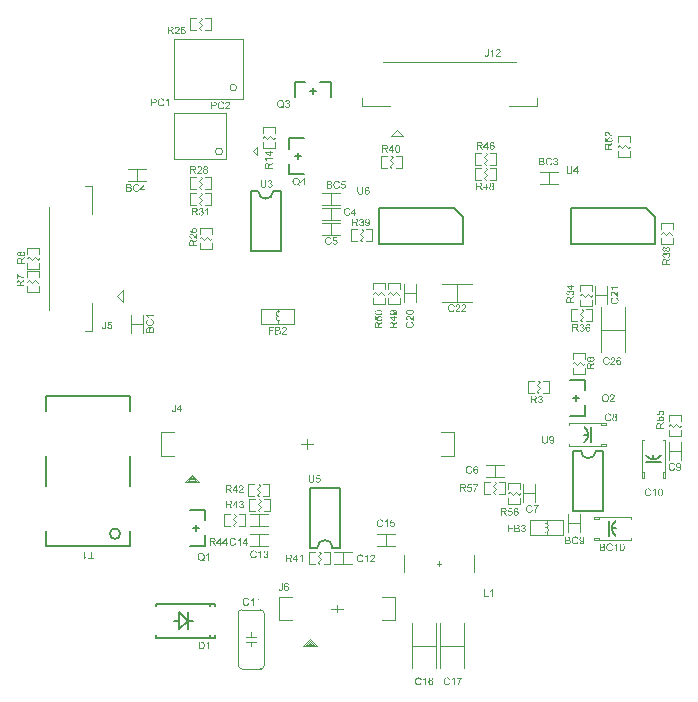
<source format=gto>
G04*
G04 #@! TF.GenerationSoftware,Altium Limited,Altium Designer,20.0.2 (26)*
G04*
G04 Layer_Color=65535*
%FSLAX44Y44*%
%MOMM*%
G71*
G01*
G75*
%ADD10C,0.1250*%
%ADD11C,0.1524*%
%ADD12C,0.1200*%
%ADD13C,0.1999*%
%ADD14C,0.1000*%
%ADD15C,0.1270*%
%ADD16C,0.2000*%
%ADD17C,0.2032*%
G36*
X178588Y-77237D02*
Y-77246D01*
Y-77283D01*
Y-77330D01*
Y-77394D01*
X178579Y-77477D01*
Y-77570D01*
X178570Y-77681D01*
X178561Y-77792D01*
X178533Y-78041D01*
X178496Y-78300D01*
X178440Y-78550D01*
X178403Y-78670D01*
X178366Y-78781D01*
Y-78790D01*
X178357Y-78809D01*
X178339Y-78837D01*
X178320Y-78874D01*
X178265Y-78975D01*
X178181Y-79105D01*
X178070Y-79253D01*
X177941Y-79401D01*
X177775Y-79558D01*
X177571Y-79696D01*
X177562D01*
X177543Y-79715D01*
X177516Y-79724D01*
X177470Y-79752D01*
X177414Y-79780D01*
X177340Y-79807D01*
X177266Y-79835D01*
X177174Y-79872D01*
X177072Y-79909D01*
X176961Y-79937D01*
X176841Y-79964D01*
X176702Y-79992D01*
X176563Y-80011D01*
X176416Y-80029D01*
X176083Y-80048D01*
X175999D01*
X175935Y-80038D01*
X175861D01*
X175768Y-80029D01*
X175667Y-80020D01*
X175565Y-80011D01*
X175334Y-79974D01*
X175084Y-79918D01*
X174844Y-79844D01*
X174613Y-79743D01*
X174603D01*
X174585Y-79724D01*
X174557Y-79706D01*
X174520Y-79687D01*
X174418Y-79613D01*
X174298Y-79511D01*
X174160Y-79382D01*
X174030Y-79234D01*
X173901Y-79049D01*
X173799Y-78846D01*
Y-78837D01*
X173790Y-78818D01*
X173780Y-78781D01*
X173762Y-78735D01*
X173743Y-78679D01*
X173725Y-78605D01*
X173697Y-78522D01*
X173679Y-78421D01*
X173660Y-78310D01*
X173633Y-78189D01*
X173614Y-78060D01*
X173596Y-77921D01*
X173577Y-77764D01*
X173568Y-77598D01*
X173559Y-77422D01*
Y-77237D01*
Y-73539D01*
X174409D01*
Y-77237D01*
Y-77246D01*
Y-77274D01*
Y-77320D01*
Y-77376D01*
X174418Y-77441D01*
Y-77524D01*
X174428Y-77699D01*
X174446Y-77903D01*
X174474Y-78106D01*
X174511Y-78300D01*
X174529Y-78383D01*
X174557Y-78467D01*
X174566Y-78485D01*
X174585Y-78531D01*
X174631Y-78596D01*
X174687Y-78689D01*
X174751Y-78781D01*
X174844Y-78883D01*
X174955Y-78984D01*
X175084Y-79068D01*
X175103Y-79077D01*
X175149Y-79105D01*
X175232Y-79132D01*
X175343Y-79169D01*
X175472Y-79216D01*
X175639Y-79243D01*
X175814Y-79271D01*
X176009Y-79280D01*
X176101D01*
X176157Y-79271D01*
X176240D01*
X176323Y-79262D01*
X176526Y-79225D01*
X176748Y-79179D01*
X176961Y-79105D01*
X177164Y-79003D01*
X177257Y-78938D01*
X177340Y-78864D01*
X177349Y-78855D01*
X177358Y-78846D01*
X177377Y-78818D01*
X177405Y-78781D01*
X177432Y-78726D01*
X177470Y-78670D01*
X177507Y-78587D01*
X177543Y-78504D01*
X177580Y-78402D01*
X177608Y-78282D01*
X177645Y-78143D01*
X177673Y-77995D01*
X177701Y-77829D01*
X177719Y-77653D01*
X177738Y-77450D01*
Y-77237D01*
Y-73539D01*
X178588D01*
Y-77237D01*
D02*
G37*
G36*
X181796Y-73520D02*
X181843D01*
X181907Y-73530D01*
X182064Y-73557D01*
X182240Y-73594D01*
X182434Y-73659D01*
X182628Y-73742D01*
X182823Y-73853D01*
X182832D01*
X182841Y-73872D01*
X182869Y-73890D01*
X182906Y-73918D01*
X182998Y-73992D01*
X183118Y-74094D01*
X183239Y-74232D01*
X183377Y-74399D01*
X183498Y-74593D01*
X183608Y-74815D01*
Y-74824D01*
X183618Y-74843D01*
X183636Y-74879D01*
X183655Y-74926D01*
X183673Y-74990D01*
X183701Y-75074D01*
X183720Y-75166D01*
X183747Y-75268D01*
X183775Y-75388D01*
X183803Y-75527D01*
X183821Y-75675D01*
X183840Y-75832D01*
X183858Y-76007D01*
X183877Y-76192D01*
X183886Y-76396D01*
Y-76608D01*
Y-76618D01*
Y-76664D01*
Y-76729D01*
Y-76812D01*
X183877Y-76913D01*
Y-77034D01*
X183867Y-77172D01*
X183849Y-77311D01*
X183821Y-77625D01*
X183775Y-77958D01*
X183710Y-78273D01*
X183664Y-78430D01*
X183618Y-78568D01*
Y-78578D01*
X183608Y-78596D01*
X183590Y-78633D01*
X183572Y-78689D01*
X183544Y-78744D01*
X183507Y-78818D01*
X183414Y-78975D01*
X183303Y-79151D01*
X183174Y-79336D01*
X183008Y-79511D01*
X182823Y-79669D01*
X182813D01*
X182795Y-79687D01*
X182767Y-79706D01*
X182730Y-79724D01*
X182675Y-79752D01*
X182619Y-79789D01*
X182545Y-79826D01*
X182471Y-79854D01*
X182296Y-79928D01*
X182083Y-79992D01*
X181852Y-80029D01*
X181593Y-80048D01*
X181519D01*
X181473Y-80038D01*
X181408D01*
X181334Y-80029D01*
X181159Y-79992D01*
X180964Y-79946D01*
X180761Y-79872D01*
X180557Y-79770D01*
X180456Y-79706D01*
X180363Y-79632D01*
X180354Y-79622D01*
X180345Y-79613D01*
X180317Y-79585D01*
X180289Y-79558D01*
X180252Y-79511D01*
X180206Y-79456D01*
X180114Y-79327D01*
X180021Y-79160D01*
X179929Y-78957D01*
X179855Y-78726D01*
X179799Y-78457D01*
X180557Y-78393D01*
Y-78402D01*
X180567Y-78421D01*
Y-78439D01*
X180576Y-78476D01*
X180604Y-78578D01*
X180641Y-78689D01*
X180687Y-78818D01*
X180752Y-78948D01*
X180826Y-79068D01*
X180918Y-79169D01*
X180927Y-79179D01*
X180964Y-79206D01*
X181029Y-79243D01*
X181103Y-79280D01*
X181205Y-79327D01*
X181325Y-79364D01*
X181464Y-79391D01*
X181611Y-79401D01*
X181676D01*
X181741Y-79391D01*
X181824Y-79382D01*
X181926Y-79364D01*
X182028Y-79336D01*
X182139Y-79299D01*
X182240Y-79243D01*
X182249Y-79234D01*
X182286Y-79216D01*
X182342Y-79179D01*
X182397Y-79123D01*
X182471Y-79058D01*
X182545Y-78984D01*
X182619Y-78901D01*
X182693Y-78800D01*
X182703Y-78790D01*
X182721Y-78744D01*
X182758Y-78679D01*
X182795Y-78596D01*
X182841Y-78485D01*
X182887Y-78356D01*
X182934Y-78208D01*
X182980Y-78041D01*
Y-78032D01*
X182989Y-78023D01*
Y-77995D01*
X182998Y-77958D01*
X183017Y-77866D01*
X183045Y-77746D01*
X183063Y-77598D01*
X183081Y-77441D01*
X183091Y-77265D01*
X183100Y-77080D01*
Y-77071D01*
Y-77043D01*
Y-76997D01*
Y-76923D01*
X183091Y-76941D01*
X183054Y-76988D01*
X182998Y-77052D01*
X182934Y-77145D01*
X182841Y-77237D01*
X182730Y-77339D01*
X182601Y-77441D01*
X182453Y-77533D01*
X182434Y-77542D01*
X182379Y-77570D01*
X182296Y-77607D01*
X182194Y-77644D01*
X182055Y-77690D01*
X181907Y-77727D01*
X181741Y-77755D01*
X181565Y-77764D01*
X181491D01*
X181436Y-77755D01*
X181362Y-77746D01*
X181288Y-77736D01*
X181195Y-77718D01*
X181103Y-77690D01*
X180890Y-77625D01*
X180779Y-77579D01*
X180668Y-77524D01*
X180548Y-77459D01*
X180437Y-77376D01*
X180326Y-77293D01*
X180225Y-77191D01*
X180215Y-77182D01*
X180197Y-77163D01*
X180178Y-77135D01*
X180141Y-77089D01*
X180095Y-77024D01*
X180049Y-76960D01*
X180003Y-76877D01*
X179956Y-76784D01*
X179901Y-76682D01*
X179855Y-76571D01*
X179809Y-76442D01*
X179762Y-76312D01*
X179725Y-76165D01*
X179707Y-76007D01*
X179688Y-75850D01*
X179679Y-75675D01*
Y-75665D01*
Y-75628D01*
Y-75582D01*
X179688Y-75517D01*
X179698Y-75434D01*
X179707Y-75332D01*
X179725Y-75231D01*
X179753Y-75111D01*
X179818Y-74870D01*
X179864Y-74741D01*
X179920Y-74602D01*
X179984Y-74473D01*
X180068Y-74352D01*
X180151Y-74223D01*
X180252Y-74112D01*
X180262Y-74103D01*
X180280Y-74084D01*
X180308Y-74057D01*
X180354Y-74020D01*
X180410Y-73973D01*
X180483Y-73918D01*
X180557Y-73872D01*
X180650Y-73807D01*
X180742Y-73752D01*
X180853Y-73705D01*
X181103Y-73604D01*
X181232Y-73567D01*
X181380Y-73539D01*
X181528Y-73520D01*
X181686Y-73511D01*
X181750D01*
X181796Y-73520D01*
D02*
G37*
G36*
X114199Y-115084D02*
X111638D01*
X111296Y-116813D01*
X111305Y-116804D01*
X111324Y-116795D01*
X111352Y-116776D01*
X111398Y-116748D01*
X111453Y-116721D01*
X111518Y-116684D01*
X111666Y-116610D01*
X111851Y-116536D01*
X112054Y-116471D01*
X112276Y-116425D01*
X112387Y-116406D01*
X112591D01*
X112646Y-116416D01*
X112720Y-116425D01*
X112803Y-116434D01*
X112896Y-116453D01*
X112997Y-116480D01*
X113219Y-116545D01*
X113339Y-116591D01*
X113460Y-116656D01*
X113580Y-116721D01*
X113700Y-116795D01*
X113811Y-116887D01*
X113922Y-116989D01*
X113931Y-116998D01*
X113950Y-117016D01*
X113977Y-117044D01*
X114014Y-117090D01*
X114060Y-117155D01*
X114107Y-117220D01*
X114162Y-117303D01*
X114218Y-117395D01*
X114264Y-117497D01*
X114319Y-117608D01*
X114366Y-117738D01*
X114412Y-117867D01*
X114449Y-118006D01*
X114477Y-118163D01*
X114495Y-118320D01*
X114504Y-118486D01*
Y-118496D01*
Y-118524D01*
Y-118570D01*
X114495Y-118635D01*
X114486Y-118708D01*
X114477Y-118792D01*
X114458Y-118893D01*
X114440Y-118995D01*
X114384Y-119235D01*
X114292Y-119485D01*
X114236Y-119614D01*
X114162Y-119735D01*
X114088Y-119864D01*
X113996Y-119984D01*
X113987Y-119994D01*
X113968Y-120021D01*
X113931Y-120058D01*
X113885Y-120105D01*
X113820Y-120160D01*
X113746Y-120234D01*
X113654Y-120299D01*
X113552Y-120373D01*
X113441Y-120447D01*
X113312Y-120511D01*
X113173Y-120576D01*
X113025Y-120641D01*
X112868Y-120687D01*
X112692Y-120724D01*
X112507Y-120752D01*
X112313Y-120761D01*
X112230D01*
X112165Y-120752D01*
X112091Y-120743D01*
X112008Y-120733D01*
X111906Y-120724D01*
X111805Y-120696D01*
X111573Y-120641D01*
X111342Y-120557D01*
X111222Y-120502D01*
X111102Y-120437D01*
X110991Y-120363D01*
X110880Y-120280D01*
X110871Y-120271D01*
X110852Y-120262D01*
X110834Y-120225D01*
X110797Y-120188D01*
X110751Y-120141D01*
X110704Y-120086D01*
X110649Y-120012D01*
X110603Y-119929D01*
X110547Y-119846D01*
X110492Y-119744D01*
X110390Y-119522D01*
X110307Y-119263D01*
X110279Y-119124D01*
X110261Y-118976D01*
X111083Y-118912D01*
Y-118921D01*
Y-118940D01*
X111093Y-118967D01*
X111102Y-119014D01*
X111130Y-119115D01*
X111167Y-119254D01*
X111222Y-119393D01*
X111296Y-119550D01*
X111389Y-119689D01*
X111500Y-119818D01*
X111518Y-119827D01*
X111555Y-119864D01*
X111629Y-119910D01*
X111731Y-119966D01*
X111842Y-120021D01*
X111980Y-120068D01*
X112137Y-120105D01*
X112313Y-120114D01*
X112369D01*
X112406Y-120105D01*
X112516Y-120095D01*
X112646Y-120058D01*
X112803Y-120012D01*
X112960Y-119938D01*
X113127Y-119827D01*
X113201Y-119762D01*
X113275Y-119689D01*
X113284Y-119679D01*
X113293Y-119670D01*
X113312Y-119642D01*
X113339Y-119614D01*
X113404Y-119513D01*
X113478Y-119383D01*
X113543Y-119226D01*
X113608Y-119032D01*
X113654Y-118801D01*
X113672Y-118681D01*
Y-118551D01*
Y-118542D01*
Y-118524D01*
Y-118486D01*
X113663Y-118440D01*
Y-118385D01*
X113654Y-118320D01*
X113626Y-118172D01*
X113580Y-117997D01*
X113515Y-117821D01*
X113423Y-117654D01*
X113293Y-117497D01*
Y-117488D01*
X113275Y-117479D01*
X113228Y-117432D01*
X113145Y-117368D01*
X113034Y-117294D01*
X112886Y-117229D01*
X112720Y-117164D01*
X112526Y-117118D01*
X112415Y-117100D01*
X112239D01*
X112165Y-117109D01*
X112073Y-117118D01*
X111962Y-117146D01*
X111851Y-117174D01*
X111731Y-117220D01*
X111610Y-117275D01*
X111601Y-117285D01*
X111564Y-117303D01*
X111509Y-117349D01*
X111435Y-117395D01*
X111361Y-117460D01*
X111287Y-117543D01*
X111204Y-117627D01*
X111139Y-117728D01*
X110399Y-117627D01*
X111019Y-114335D01*
X114199D01*
Y-115084D01*
D02*
G37*
G36*
X119432Y-114955D02*
X119423Y-114964D01*
X119404Y-114982D01*
X119368Y-115019D01*
X119331Y-115075D01*
X119275Y-115140D01*
X119201Y-115214D01*
X119127Y-115306D01*
X119044Y-115417D01*
X118961Y-115528D01*
X118859Y-115657D01*
X118757Y-115805D01*
X118656Y-115953D01*
X118545Y-116120D01*
X118434Y-116295D01*
X118323Y-116489D01*
X118212Y-116684D01*
X118203Y-116693D01*
X118184Y-116730D01*
X118156Y-116785D01*
X118110Y-116868D01*
X118064Y-116970D01*
X118008Y-117081D01*
X117944Y-117211D01*
X117879Y-117359D01*
X117805Y-117525D01*
X117722Y-117691D01*
X117648Y-117876D01*
X117574Y-118070D01*
X117426Y-118468D01*
X117287Y-118893D01*
Y-118903D01*
X117278Y-118930D01*
X117269Y-118976D01*
X117250Y-119032D01*
X117232Y-119106D01*
X117213Y-119198D01*
X117185Y-119300D01*
X117167Y-119411D01*
X117139Y-119541D01*
X117112Y-119679D01*
X117065Y-119975D01*
X117019Y-120299D01*
X116991Y-120650D01*
X116187D01*
Y-120641D01*
Y-120613D01*
Y-120576D01*
X116196Y-120521D01*
Y-120447D01*
X116206Y-120354D01*
X116215Y-120252D01*
X116224Y-120141D01*
X116243Y-120012D01*
X116261Y-119883D01*
X116289Y-119725D01*
X116316Y-119568D01*
X116344Y-119402D01*
X116381Y-119217D01*
X116474Y-118838D01*
Y-118829D01*
X116483Y-118792D01*
X116501Y-118736D01*
X116529Y-118653D01*
X116557Y-118560D01*
X116594Y-118449D01*
X116631Y-118320D01*
X116686Y-118181D01*
X116742Y-118024D01*
X116797Y-117867D01*
X116936Y-117516D01*
X117102Y-117146D01*
X117287Y-116776D01*
X117296Y-116767D01*
X117315Y-116730D01*
X117343Y-116684D01*
X117380Y-116610D01*
X117426Y-116526D01*
X117491Y-116425D01*
X117555Y-116314D01*
X117629Y-116194D01*
X117805Y-115926D01*
X117990Y-115648D01*
X118203Y-115361D01*
X118425Y-115093D01*
X115290D01*
Y-114335D01*
X119432D01*
Y-114955D01*
D02*
G37*
G36*
X107182Y-114261D02*
X107265D01*
X107459Y-114270D01*
X107663Y-114298D01*
X107885Y-114326D01*
X108088Y-114372D01*
X108190Y-114400D01*
X108273Y-114428D01*
X108282D01*
X108291Y-114437D01*
X108347Y-114465D01*
X108430Y-114502D01*
X108532Y-114566D01*
X108643Y-114650D01*
X108763Y-114761D01*
X108874Y-114890D01*
X108985Y-115038D01*
Y-115047D01*
X108994Y-115056D01*
X109031Y-115112D01*
X109068Y-115204D01*
X109123Y-115324D01*
X109170Y-115463D01*
X109216Y-115630D01*
X109244Y-115805D01*
X109253Y-115999D01*
Y-116009D01*
Y-116027D01*
Y-116064D01*
X109244Y-116110D01*
Y-116175D01*
X109234Y-116240D01*
X109197Y-116397D01*
X109142Y-116582D01*
X109068Y-116776D01*
X108957Y-116970D01*
X108883Y-117063D01*
X108809Y-117155D01*
X108800Y-117164D01*
X108791Y-117174D01*
X108763Y-117201D01*
X108726Y-117229D01*
X108680Y-117266D01*
X108624Y-117303D01*
X108550Y-117349D01*
X108476Y-117405D01*
X108384Y-117451D01*
X108282Y-117497D01*
X108171Y-117553D01*
X108051Y-117599D01*
X107912Y-117636D01*
X107774Y-117682D01*
X107616Y-117710D01*
X107450Y-117738D01*
X107468Y-117747D01*
X107505Y-117765D01*
X107561Y-117802D01*
X107635Y-117839D01*
X107801Y-117941D01*
X107885Y-118006D01*
X107958Y-118061D01*
X107977Y-118080D01*
X108023Y-118126D01*
X108097Y-118200D01*
X108190Y-118292D01*
X108291Y-118422D01*
X108412Y-118560D01*
X108532Y-118727D01*
X108661Y-118912D01*
X109761Y-120650D01*
X108707D01*
X107866Y-119319D01*
Y-119309D01*
X107847Y-119291D01*
X107829Y-119263D01*
X107801Y-119226D01*
X107737Y-119124D01*
X107653Y-118995D01*
X107552Y-118856D01*
X107450Y-118708D01*
X107348Y-118570D01*
X107256Y-118440D01*
X107247Y-118431D01*
X107219Y-118394D01*
X107173Y-118339D01*
X107108Y-118274D01*
X106969Y-118135D01*
X106895Y-118070D01*
X106821Y-118015D01*
X106812Y-118006D01*
X106793Y-117997D01*
X106756Y-117978D01*
X106701Y-117950D01*
X106646Y-117922D01*
X106581Y-117895D01*
X106433Y-117849D01*
X106424D01*
X106405Y-117839D01*
X106368D01*
X106322Y-117830D01*
X106257Y-117821D01*
X106183D01*
X106082Y-117812D01*
X104991D01*
Y-120650D01*
X104140D01*
Y-114252D01*
X107108D01*
X107182Y-114261D01*
D02*
G37*
G36*
X151919Y-134554D02*
X151984D01*
X152058Y-134563D01*
X152234Y-134600D01*
X152428Y-134646D01*
X152631Y-134720D01*
X152835Y-134831D01*
X152936Y-134896D01*
X153029Y-134970D01*
X153038Y-134979D01*
X153047Y-134988D01*
X153075Y-135016D01*
X153103Y-135044D01*
X153149Y-135090D01*
X153186Y-135145D01*
X153288Y-135275D01*
X153389Y-135441D01*
X153482Y-135645D01*
X153565Y-135876D01*
X153621Y-136135D01*
X152835Y-136199D01*
Y-136190D01*
X152825Y-136181D01*
X152816Y-136125D01*
X152788Y-136042D01*
X152751Y-135940D01*
X152715Y-135829D01*
X152659Y-135718D01*
X152594Y-135617D01*
X152529Y-135534D01*
X152511Y-135515D01*
X152474Y-135478D01*
X152409Y-135423D01*
X152317Y-135358D01*
X152197Y-135302D01*
X152067Y-135247D01*
X151910Y-135210D01*
X151744Y-135191D01*
X151679D01*
X151605Y-135201D01*
X151522Y-135219D01*
X151411Y-135247D01*
X151300Y-135284D01*
X151189Y-135330D01*
X151078Y-135404D01*
X151060Y-135413D01*
X151013Y-135450D01*
X150948Y-135515D01*
X150865Y-135608D01*
X150773Y-135718D01*
X150671Y-135848D01*
X150579Y-136014D01*
X150486Y-136199D01*
Y-136208D01*
X150477Y-136227D01*
X150468Y-136255D01*
X150449Y-136292D01*
X150440Y-136347D01*
X150421Y-136412D01*
X150403Y-136486D01*
X150385Y-136578D01*
X150357Y-136680D01*
X150338Y-136791D01*
X150320Y-136911D01*
X150311Y-137041D01*
X150292Y-137189D01*
X150283Y-137337D01*
X150274Y-137503D01*
Y-137669D01*
X150283Y-137660D01*
X150320Y-137605D01*
X150385Y-137531D01*
X150468Y-137438D01*
X150560Y-137327D01*
X150680Y-137226D01*
X150810Y-137124D01*
X150958Y-137031D01*
X150967D01*
X150976Y-137022D01*
X151032Y-136994D01*
X151115Y-136967D01*
X151226Y-136920D01*
X151355Y-136883D01*
X151503Y-136856D01*
X151660Y-136828D01*
X151827Y-136819D01*
X151901D01*
X151956Y-136828D01*
X152030Y-136837D01*
X152104Y-136847D01*
X152197Y-136865D01*
X152289Y-136893D01*
X152502Y-136957D01*
X152613Y-137004D01*
X152724Y-137068D01*
X152835Y-137133D01*
X152955Y-137207D01*
X153066Y-137299D01*
X153167Y-137401D01*
X153177Y-137410D01*
X153195Y-137429D01*
X153223Y-137457D01*
X153251Y-137503D01*
X153297Y-137568D01*
X153343Y-137632D01*
X153389Y-137716D01*
X153445Y-137808D01*
X153500Y-137910D01*
X153547Y-138021D01*
X153593Y-138150D01*
X153639Y-138279D01*
X153667Y-138418D01*
X153694Y-138575D01*
X153713Y-138733D01*
X153722Y-138899D01*
Y-138908D01*
Y-138927D01*
Y-138954D01*
Y-139001D01*
X153713Y-139056D01*
Y-139112D01*
X153685Y-139260D01*
X153658Y-139435D01*
X153611Y-139620D01*
X153547Y-139824D01*
X153454Y-140018D01*
Y-140027D01*
X153445Y-140036D01*
X153426Y-140064D01*
X153408Y-140101D01*
X153352Y-140193D01*
X153269Y-140314D01*
X153167Y-140443D01*
X153047Y-140572D01*
X152899Y-140702D01*
X152742Y-140813D01*
X152733D01*
X152724Y-140822D01*
X152696Y-140841D01*
X152659Y-140850D01*
X152566Y-140896D01*
X152446Y-140942D01*
X152289Y-140998D01*
X152114Y-141035D01*
X151919Y-141072D01*
X151707Y-141081D01*
X151660D01*
X151614Y-141072D01*
X151540D01*
X151457Y-141062D01*
X151365Y-141044D01*
X151254Y-141016D01*
X151143Y-140989D01*
X151013Y-140951D01*
X150884Y-140905D01*
X150754Y-140850D01*
X150616Y-140776D01*
X150486Y-140693D01*
X150357Y-140600D01*
X150227Y-140489D01*
X150107Y-140360D01*
X150098Y-140351D01*
X150079Y-140323D01*
X150052Y-140286D01*
X150015Y-140221D01*
X149959Y-140138D01*
X149913Y-140045D01*
X149858Y-139925D01*
X149802Y-139796D01*
X149737Y-139639D01*
X149682Y-139463D01*
X149636Y-139269D01*
X149589Y-139056D01*
X149543Y-138816D01*
X149515Y-138557D01*
X149497Y-138279D01*
X149488Y-137984D01*
Y-137974D01*
Y-137965D01*
Y-137937D01*
Y-137900D01*
X149497Y-137808D01*
Y-137679D01*
X149506Y-137531D01*
X149525Y-137355D01*
X149543Y-137161D01*
X149571Y-136948D01*
X149608Y-136735D01*
X149654Y-136504D01*
X149710Y-136283D01*
X149774Y-136061D01*
X149858Y-135848D01*
X149950Y-135645D01*
X150052Y-135450D01*
X150172Y-135284D01*
X150181Y-135275D01*
X150200Y-135256D01*
X150237Y-135219D01*
X150283Y-135164D01*
X150338Y-135108D01*
X150412Y-135053D01*
X150505Y-134979D01*
X150597Y-134914D01*
X150708Y-134849D01*
X150828Y-134775D01*
X150967Y-134720D01*
X151106Y-134655D01*
X151263Y-134609D01*
X151429Y-134572D01*
X151605Y-134554D01*
X151790Y-134544D01*
X151864D01*
X151919Y-134554D01*
D02*
G37*
G36*
X148489Y-135404D02*
X145928D01*
X145586Y-137133D01*
X145595Y-137124D01*
X145614Y-137115D01*
X145642Y-137096D01*
X145688Y-137068D01*
X145743Y-137041D01*
X145808Y-137004D01*
X145956Y-136930D01*
X146141Y-136856D01*
X146344Y-136791D01*
X146566Y-136745D01*
X146677Y-136726D01*
X146881D01*
X146936Y-136735D01*
X147010Y-136745D01*
X147093Y-136754D01*
X147186Y-136772D01*
X147287Y-136800D01*
X147509Y-136865D01*
X147629Y-136911D01*
X147750Y-136976D01*
X147870Y-137041D01*
X147990Y-137115D01*
X148101Y-137207D01*
X148212Y-137309D01*
X148221Y-137318D01*
X148240Y-137337D01*
X148267Y-137364D01*
X148304Y-137410D01*
X148350Y-137475D01*
X148397Y-137540D01*
X148452Y-137623D01*
X148508Y-137716D01*
X148554Y-137817D01*
X148609Y-137928D01*
X148656Y-138058D01*
X148702Y-138187D01*
X148739Y-138326D01*
X148767Y-138483D01*
X148785Y-138640D01*
X148794Y-138806D01*
Y-138816D01*
Y-138843D01*
Y-138890D01*
X148785Y-138954D01*
X148776Y-139028D01*
X148767Y-139112D01*
X148748Y-139213D01*
X148730Y-139315D01*
X148674Y-139555D01*
X148582Y-139805D01*
X148526Y-139935D01*
X148452Y-140055D01*
X148378Y-140184D01*
X148286Y-140304D01*
X148277Y-140314D01*
X148258Y-140341D01*
X148221Y-140378D01*
X148175Y-140424D01*
X148110Y-140480D01*
X148036Y-140554D01*
X147944Y-140619D01*
X147842Y-140693D01*
X147731Y-140767D01*
X147602Y-140831D01*
X147463Y-140896D01*
X147315Y-140961D01*
X147158Y-141007D01*
X146982Y-141044D01*
X146797Y-141072D01*
X146603Y-141081D01*
X146520D01*
X146455Y-141072D01*
X146381Y-141062D01*
X146298Y-141053D01*
X146196Y-141044D01*
X146095Y-141016D01*
X145864Y-140961D01*
X145632Y-140878D01*
X145512Y-140822D01*
X145392Y-140757D01*
X145281Y-140683D01*
X145170Y-140600D01*
X145161Y-140591D01*
X145142Y-140582D01*
X145124Y-140545D01*
X145087Y-140508D01*
X145041Y-140462D01*
X144994Y-140406D01*
X144939Y-140332D01*
X144893Y-140249D01*
X144837Y-140166D01*
X144782Y-140064D01*
X144680Y-139842D01*
X144597Y-139583D01*
X144569Y-139445D01*
X144551Y-139297D01*
X145373Y-139232D01*
Y-139241D01*
Y-139260D01*
X145383Y-139287D01*
X145392Y-139333D01*
X145420Y-139435D01*
X145457Y-139574D01*
X145512Y-139713D01*
X145586Y-139870D01*
X145679Y-140008D01*
X145789Y-140138D01*
X145808Y-140147D01*
X145845Y-140184D01*
X145919Y-140230D01*
X146021Y-140286D01*
X146132Y-140341D01*
X146270Y-140387D01*
X146427Y-140424D01*
X146603Y-140434D01*
X146659D01*
X146696Y-140424D01*
X146806Y-140415D01*
X146936Y-140378D01*
X147093Y-140332D01*
X147250Y-140258D01*
X147417Y-140147D01*
X147491Y-140082D01*
X147565Y-140008D01*
X147574Y-139999D01*
X147583Y-139990D01*
X147602Y-139962D01*
X147629Y-139935D01*
X147694Y-139833D01*
X147768Y-139703D01*
X147833Y-139546D01*
X147898Y-139352D01*
X147944Y-139121D01*
X147962Y-139001D01*
Y-138871D01*
Y-138862D01*
Y-138843D01*
Y-138806D01*
X147953Y-138760D01*
Y-138705D01*
X147944Y-138640D01*
X147916Y-138492D01*
X147870Y-138316D01*
X147805Y-138141D01*
X147713Y-137974D01*
X147583Y-137817D01*
Y-137808D01*
X147565Y-137799D01*
X147518Y-137753D01*
X147435Y-137688D01*
X147324Y-137614D01*
X147176Y-137549D01*
X147010Y-137484D01*
X146816Y-137438D01*
X146705Y-137420D01*
X146529D01*
X146455Y-137429D01*
X146363Y-137438D01*
X146252Y-137466D01*
X146141Y-137494D01*
X146021Y-137540D01*
X145900Y-137595D01*
X145891Y-137605D01*
X145854Y-137623D01*
X145799Y-137669D01*
X145725Y-137716D01*
X145651Y-137780D01*
X145577Y-137864D01*
X145494Y-137947D01*
X145429Y-138048D01*
X144689Y-137947D01*
X145309Y-134655D01*
X148489D01*
Y-135404D01*
D02*
G37*
G36*
X141472Y-134581D02*
X141555D01*
X141749Y-134591D01*
X141953Y-134618D01*
X142175Y-134646D01*
X142378Y-134692D01*
X142480Y-134720D01*
X142563Y-134748D01*
X142572D01*
X142581Y-134757D01*
X142637Y-134785D01*
X142720Y-134822D01*
X142822Y-134886D01*
X142933Y-134970D01*
X143053Y-135081D01*
X143164Y-135210D01*
X143275Y-135358D01*
Y-135367D01*
X143284Y-135376D01*
X143321Y-135432D01*
X143358Y-135524D01*
X143413Y-135645D01*
X143460Y-135783D01*
X143506Y-135950D01*
X143534Y-136125D01*
X143543Y-136320D01*
Y-136329D01*
Y-136347D01*
Y-136384D01*
X143534Y-136430D01*
Y-136495D01*
X143524Y-136560D01*
X143487Y-136717D01*
X143432Y-136902D01*
X143358Y-137096D01*
X143247Y-137290D01*
X143173Y-137383D01*
X143099Y-137475D01*
X143090Y-137484D01*
X143081Y-137494D01*
X143053Y-137521D01*
X143016Y-137549D01*
X142970Y-137586D01*
X142914Y-137623D01*
X142840Y-137669D01*
X142766Y-137725D01*
X142674Y-137771D01*
X142572Y-137817D01*
X142461Y-137873D01*
X142341Y-137919D01*
X142202Y-137956D01*
X142064Y-138002D01*
X141906Y-138030D01*
X141740Y-138058D01*
X141758Y-138067D01*
X141795Y-138085D01*
X141851Y-138122D01*
X141925Y-138159D01*
X142091Y-138261D01*
X142175Y-138326D01*
X142248Y-138381D01*
X142267Y-138400D01*
X142313Y-138446D01*
X142387Y-138520D01*
X142480Y-138612D01*
X142581Y-138742D01*
X142702Y-138881D01*
X142822Y-139047D01*
X142951Y-139232D01*
X144051Y-140970D01*
X142997D01*
X142156Y-139639D01*
Y-139629D01*
X142137Y-139611D01*
X142119Y-139583D01*
X142091Y-139546D01*
X142027Y-139445D01*
X141943Y-139315D01*
X141842Y-139176D01*
X141740Y-139028D01*
X141638Y-138890D01*
X141546Y-138760D01*
X141537Y-138751D01*
X141509Y-138714D01*
X141463Y-138659D01*
X141398Y-138594D01*
X141259Y-138455D01*
X141185Y-138391D01*
X141111Y-138335D01*
X141102Y-138326D01*
X141083Y-138316D01*
X141046Y-138298D01*
X140991Y-138270D01*
X140936Y-138243D01*
X140871Y-138215D01*
X140723Y-138169D01*
X140714D01*
X140695Y-138159D01*
X140658D01*
X140612Y-138150D01*
X140547Y-138141D01*
X140473D01*
X140372Y-138132D01*
X139281D01*
Y-140970D01*
X138430D01*
Y-134572D01*
X141398D01*
X141472Y-134581D01*
D02*
G37*
G36*
X274844Y-51981D02*
X274918Y-51990D01*
X275002Y-51999D01*
X275103Y-52018D01*
X275205Y-52036D01*
X275445Y-52092D01*
X275695Y-52184D01*
X275825Y-52240D01*
X275945Y-52314D01*
X276074Y-52388D01*
X276194Y-52480D01*
X276204Y-52489D01*
X276231Y-52508D01*
X276268Y-52545D01*
X276315Y-52591D01*
X276370Y-52656D01*
X276444Y-52730D01*
X276509Y-52822D01*
X276583Y-52924D01*
X276657Y-53035D01*
X276721Y-53164D01*
X276786Y-53303D01*
X276851Y-53451D01*
X276897Y-53608D01*
X276934Y-53784D01*
X276962Y-53969D01*
X276971Y-54163D01*
Y-54246D01*
X276962Y-54311D01*
X276952Y-54385D01*
X276943Y-54468D01*
X276934Y-54570D01*
X276906Y-54671D01*
X276851Y-54902D01*
X276768Y-55134D01*
X276712Y-55254D01*
X276647Y-55374D01*
X276573Y-55485D01*
X276490Y-55596D01*
X276481Y-55605D01*
X276472Y-55624D01*
X276435Y-55642D01*
X276398Y-55679D01*
X276352Y-55725D01*
X276296Y-55771D01*
X276222Y-55827D01*
X276139Y-55873D01*
X276056Y-55929D01*
X275954Y-55984D01*
X275732Y-56086D01*
X275473Y-56169D01*
X275334Y-56197D01*
X275187Y-56215D01*
X275122Y-55392D01*
X275131D01*
X275150D01*
X275177Y-55383D01*
X275224Y-55374D01*
X275325Y-55346D01*
X275464Y-55309D01*
X275603Y-55254D01*
X275760Y-55180D01*
X275898Y-55087D01*
X276028Y-54976D01*
X276037Y-54958D01*
X276074Y-54921D01*
X276120Y-54847D01*
X276176Y-54745D01*
X276231Y-54634D01*
X276278Y-54496D01*
X276315Y-54338D01*
X276324Y-54163D01*
Y-54107D01*
X276315Y-54070D01*
X276305Y-53959D01*
X276268Y-53830D01*
X276222Y-53673D01*
X276148Y-53516D01*
X276037Y-53349D01*
X275972Y-53275D01*
X275898Y-53201D01*
X275889Y-53192D01*
X275880Y-53183D01*
X275852Y-53164D01*
X275825Y-53137D01*
X275723Y-53072D01*
X275593Y-52998D01*
X275436Y-52933D01*
X275242Y-52868D01*
X275011Y-52822D01*
X274891Y-52804D01*
X274761D01*
X274752D01*
X274734D01*
X274697D01*
X274650Y-52813D01*
X274595D01*
X274530Y-52822D01*
X274382Y-52850D01*
X274207Y-52896D01*
X274031Y-52961D01*
X273864Y-53053D01*
X273707Y-53183D01*
X273698D01*
X273689Y-53201D01*
X273643Y-53247D01*
X273578Y-53331D01*
X273504Y-53442D01*
X273439Y-53590D01*
X273374Y-53756D01*
X273328Y-53950D01*
X273310Y-54061D01*
Y-54237D01*
X273319Y-54311D01*
X273328Y-54403D01*
X273356Y-54514D01*
X273384Y-54625D01*
X273430Y-54745D01*
X273485Y-54865D01*
X273495Y-54875D01*
X273513Y-54912D01*
X273559Y-54967D01*
X273605Y-55041D01*
X273670Y-55115D01*
X273754Y-55189D01*
X273837Y-55272D01*
X273938Y-55337D01*
X273837Y-56077D01*
X270545Y-55457D01*
Y-52277D01*
X271294D01*
Y-54838D01*
X273023Y-55180D01*
X273014Y-55170D01*
X273005Y-55152D01*
X272986Y-55124D01*
X272958Y-55078D01*
X272931Y-55023D01*
X272894Y-54958D01*
X272820Y-54810D01*
X272746Y-54625D01*
X272681Y-54422D01*
X272635Y-54200D01*
X272616Y-54089D01*
Y-53885D01*
X272626Y-53830D01*
X272635Y-53756D01*
X272644Y-53673D01*
X272663Y-53580D01*
X272690Y-53479D01*
X272755Y-53257D01*
X272801Y-53137D01*
X272866Y-53016D01*
X272931Y-52896D01*
X273005Y-52776D01*
X273097Y-52665D01*
X273199Y-52554D01*
X273208Y-52545D01*
X273227Y-52526D01*
X273254Y-52498D01*
X273300Y-52462D01*
X273365Y-52415D01*
X273430Y-52369D01*
X273513Y-52314D01*
X273605Y-52258D01*
X273707Y-52212D01*
X273818Y-52157D01*
X273948Y-52110D01*
X274077Y-52064D01*
X274216Y-52027D01*
X274373Y-51999D01*
X274530Y-51981D01*
X274697Y-51972D01*
X274706D01*
X274734D01*
X274780D01*
X274844Y-51981D01*
D02*
G37*
G36*
Y-56955D02*
X274918Y-56964D01*
X275002Y-56973D01*
X275103Y-56992D01*
X275205Y-57010D01*
X275445Y-57066D01*
X275695Y-57158D01*
X275825Y-57214D01*
X275945Y-57288D01*
X276074Y-57362D01*
X276194Y-57454D01*
X276204Y-57463D01*
X276231Y-57482D01*
X276268Y-57519D01*
X276315Y-57565D01*
X276370Y-57630D01*
X276444Y-57704D01*
X276509Y-57796D01*
X276583Y-57898D01*
X276657Y-58009D01*
X276721Y-58138D01*
X276786Y-58277D01*
X276851Y-58425D01*
X276897Y-58582D01*
X276934Y-58758D01*
X276962Y-58943D01*
X276971Y-59137D01*
Y-59220D01*
X276962Y-59285D01*
X276952Y-59359D01*
X276943Y-59442D01*
X276934Y-59544D01*
X276906Y-59645D01*
X276851Y-59876D01*
X276768Y-60108D01*
X276712Y-60228D01*
X276647Y-60348D01*
X276573Y-60459D01*
X276490Y-60570D01*
X276481Y-60579D01*
X276472Y-60598D01*
X276435Y-60616D01*
X276398Y-60653D01*
X276352Y-60699D01*
X276296Y-60746D01*
X276222Y-60801D01*
X276139Y-60847D01*
X276056Y-60903D01*
X275954Y-60958D01*
X275732Y-61060D01*
X275473Y-61143D01*
X275334Y-61171D01*
X275187Y-61189D01*
X275122Y-60367D01*
X275131D01*
X275150D01*
X275177Y-60357D01*
X275224Y-60348D01*
X275325Y-60320D01*
X275464Y-60283D01*
X275603Y-60228D01*
X275760Y-60154D01*
X275898Y-60061D01*
X276028Y-59950D01*
X276037Y-59932D01*
X276074Y-59895D01*
X276120Y-59821D01*
X276176Y-59719D01*
X276231Y-59608D01*
X276278Y-59470D01*
X276315Y-59313D01*
X276324Y-59137D01*
Y-59081D01*
X276315Y-59044D01*
X276305Y-58934D01*
X276268Y-58804D01*
X276222Y-58647D01*
X276148Y-58490D01*
X276037Y-58323D01*
X275972Y-58249D01*
X275898Y-58175D01*
X275889Y-58166D01*
X275880Y-58157D01*
X275852Y-58138D01*
X275825Y-58111D01*
X275723Y-58046D01*
X275593Y-57972D01*
X275436Y-57907D01*
X275242Y-57842D01*
X275011Y-57796D01*
X274891Y-57778D01*
X274761D01*
X274752D01*
X274734D01*
X274697D01*
X274650Y-57787D01*
X274595D01*
X274530Y-57796D01*
X274382Y-57824D01*
X274207Y-57870D01*
X274031Y-57935D01*
X273864Y-58027D01*
X273707Y-58157D01*
X273698D01*
X273689Y-58175D01*
X273643Y-58222D01*
X273578Y-58305D01*
X273504Y-58416D01*
X273439Y-58564D01*
X273374Y-58730D01*
X273328Y-58924D01*
X273310Y-59035D01*
Y-59211D01*
X273319Y-59285D01*
X273328Y-59377D01*
X273356Y-59488D01*
X273384Y-59599D01*
X273430Y-59719D01*
X273485Y-59840D01*
X273495Y-59849D01*
X273513Y-59886D01*
X273559Y-59941D01*
X273605Y-60015D01*
X273670Y-60089D01*
X273754Y-60163D01*
X273837Y-60246D01*
X273938Y-60311D01*
X273837Y-61051D01*
X270545Y-60431D01*
Y-57251D01*
X271294D01*
Y-59812D01*
X273023Y-60154D01*
X273014Y-60145D01*
X273005Y-60126D01*
X272986Y-60098D01*
X272958Y-60052D01*
X272931Y-59997D01*
X272894Y-59932D01*
X272820Y-59784D01*
X272746Y-59599D01*
X272681Y-59396D01*
X272635Y-59174D01*
X272616Y-59063D01*
Y-58860D01*
X272626Y-58804D01*
X272635Y-58730D01*
X272644Y-58647D01*
X272663Y-58554D01*
X272690Y-58453D01*
X272755Y-58231D01*
X272801Y-58111D01*
X272866Y-57990D01*
X272931Y-57870D01*
X273005Y-57750D01*
X273097Y-57639D01*
X273199Y-57528D01*
X273208Y-57519D01*
X273227Y-57500D01*
X273254Y-57473D01*
X273300Y-57436D01*
X273365Y-57389D01*
X273430Y-57343D01*
X273513Y-57288D01*
X273605Y-57232D01*
X273707Y-57186D01*
X273818Y-57131D01*
X273948Y-57084D01*
X274077Y-57038D01*
X274216Y-57001D01*
X274373Y-56973D01*
X274530Y-56955D01*
X274697Y-56946D01*
X274706D01*
X274734D01*
X274780D01*
X274844Y-56955D01*
D02*
G37*
G36*
X276860Y-62743D02*
X275529Y-63584D01*
X275519D01*
X275501Y-63602D01*
X275473Y-63621D01*
X275436Y-63649D01*
X275334Y-63713D01*
X275205Y-63797D01*
X275066Y-63898D01*
X274918Y-64000D01*
X274780Y-64102D01*
X274650Y-64194D01*
X274641Y-64204D01*
X274604Y-64231D01*
X274549Y-64277D01*
X274484Y-64342D01*
X274345Y-64481D01*
X274280Y-64555D01*
X274225Y-64629D01*
X274216Y-64638D01*
X274207Y-64657D01*
X274188Y-64693D01*
X274160Y-64749D01*
X274132Y-64804D01*
X274105Y-64869D01*
X274059Y-65017D01*
Y-65026D01*
X274049Y-65045D01*
Y-65082D01*
X274040Y-65128D01*
X274031Y-65193D01*
Y-65267D01*
X274022Y-65368D01*
Y-66459D01*
X276860D01*
Y-67310D01*
X270462D01*
Y-64342D01*
X270471Y-64268D01*
Y-64185D01*
X270480Y-63991D01*
X270508Y-63787D01*
X270536Y-63566D01*
X270582Y-63362D01*
X270610Y-63260D01*
X270638Y-63177D01*
Y-63168D01*
X270647Y-63159D01*
X270675Y-63103D01*
X270712Y-63020D01*
X270776Y-62918D01*
X270860Y-62807D01*
X270971Y-62687D01*
X271100Y-62576D01*
X271248Y-62465D01*
X271257D01*
X271266Y-62456D01*
X271322Y-62419D01*
X271414Y-62382D01*
X271535Y-62327D01*
X271673Y-62280D01*
X271840Y-62234D01*
X272015Y-62206D01*
X272209Y-62197D01*
X272219D01*
X272237D01*
X272274D01*
X272320Y-62206D01*
X272385D01*
X272450Y-62216D01*
X272607Y-62253D01*
X272792Y-62308D01*
X272986Y-62382D01*
X273180Y-62493D01*
X273273Y-62567D01*
X273365Y-62641D01*
X273374Y-62650D01*
X273384Y-62660D01*
X273411Y-62687D01*
X273439Y-62724D01*
X273476Y-62770D01*
X273513Y-62826D01*
X273559Y-62900D01*
X273615Y-62974D01*
X273661Y-63066D01*
X273707Y-63168D01*
X273763Y-63279D01*
X273809Y-63399D01*
X273846Y-63538D01*
X273892Y-63677D01*
X273920Y-63834D01*
X273948Y-64000D01*
X273957Y-63982D01*
X273975Y-63945D01*
X274012Y-63889D01*
X274049Y-63815D01*
X274151Y-63649D01*
X274216Y-63566D01*
X274271Y-63492D01*
X274290Y-63473D01*
X274336Y-63427D01*
X274410Y-63353D01*
X274502Y-63260D01*
X274632Y-63159D01*
X274771Y-63039D01*
X274937Y-62918D01*
X275122Y-62789D01*
X276860Y-61689D01*
Y-62743D01*
D02*
G37*
G36*
X158047Y-148524D02*
X158168Y-148542D01*
X158316Y-148570D01*
X158482Y-148616D01*
X158648Y-148672D01*
X158815Y-148745D01*
X158824D01*
X158833Y-148755D01*
X158889Y-148782D01*
X158972Y-148838D01*
X159065Y-148903D01*
X159175Y-148995D01*
X159286Y-149097D01*
X159397Y-149217D01*
X159490Y-149356D01*
X159499Y-149374D01*
X159527Y-149420D01*
X159564Y-149504D01*
X159610Y-149605D01*
X159656Y-149726D01*
X159693Y-149864D01*
X159721Y-150021D01*
X159730Y-150178D01*
Y-150197D01*
Y-150253D01*
X159721Y-150326D01*
X159702Y-150428D01*
X159675Y-150548D01*
X159628Y-150678D01*
X159573Y-150807D01*
X159499Y-150937D01*
X159490Y-150955D01*
X159462Y-150992D01*
X159406Y-151057D01*
X159333Y-151131D01*
X159240Y-151214D01*
X159129Y-151306D01*
X159000Y-151390D01*
X158843Y-151473D01*
X158852D01*
X158870Y-151482D01*
X158898Y-151491D01*
X158935Y-151501D01*
X159037Y-151538D01*
X159166Y-151593D01*
X159314Y-151667D01*
X159462Y-151760D01*
X159601Y-151880D01*
X159730Y-152018D01*
X159739Y-152037D01*
X159776Y-152092D01*
X159832Y-152185D01*
X159887Y-152305D01*
X159943Y-152453D01*
X159998Y-152629D01*
X160035Y-152832D01*
X160044Y-153054D01*
Y-153063D01*
Y-153091D01*
Y-153137D01*
X160035Y-153193D01*
X160026Y-153266D01*
X160007Y-153350D01*
X159989Y-153442D01*
X159971Y-153544D01*
X159897Y-153766D01*
X159841Y-153886D01*
X159786Y-153997D01*
X159712Y-154117D01*
X159628Y-154237D01*
X159536Y-154358D01*
X159425Y-154468D01*
X159416Y-154478D01*
X159397Y-154496D01*
X159360Y-154524D01*
X159314Y-154561D01*
X159259Y-154607D01*
X159185Y-154653D01*
X159101Y-154709D01*
X159000Y-154755D01*
X158898Y-154811D01*
X158778Y-154866D01*
X158658Y-154912D01*
X158519Y-154958D01*
X158371Y-154995D01*
X158214Y-155023D01*
X158057Y-155042D01*
X157881Y-155051D01*
X157798D01*
X157742Y-155042D01*
X157668Y-155033D01*
X157585Y-155023D01*
X157493Y-155005D01*
X157391Y-154986D01*
X157169Y-154931D01*
X156938Y-154838D01*
X156818Y-154783D01*
X156707Y-154718D01*
X156596Y-154635D01*
X156485Y-154552D01*
X156476Y-154542D01*
X156457Y-154524D01*
X156430Y-154496D01*
X156402Y-154459D01*
X156355Y-154413D01*
X156309Y-154348D01*
X156254Y-154284D01*
X156198Y-154200D01*
X156143Y-154108D01*
X156087Y-154015D01*
X155986Y-153793D01*
X155903Y-153535D01*
X155875Y-153396D01*
X155856Y-153248D01*
X156642Y-153146D01*
Y-153156D01*
X156651Y-153174D01*
X156661Y-153211D01*
X156670Y-153257D01*
X156679Y-153313D01*
X156698Y-153378D01*
X156744Y-153516D01*
X156809Y-153683D01*
X156892Y-153840D01*
X156984Y-153988D01*
X157095Y-154117D01*
X157114Y-154126D01*
X157151Y-154163D01*
X157225Y-154210D01*
X157317Y-154256D01*
X157428Y-154311D01*
X157567Y-154358D01*
X157724Y-154395D01*
X157890Y-154404D01*
X157946D01*
X157983Y-154395D01*
X158084Y-154385D01*
X158214Y-154358D01*
X158362Y-154311D01*
X158519Y-154247D01*
X158676Y-154154D01*
X158824Y-154025D01*
X158843Y-154006D01*
X158889Y-153951D01*
X158944Y-153868D01*
X159018Y-153757D01*
X159092Y-153618D01*
X159148Y-153461D01*
X159194Y-153276D01*
X159212Y-153072D01*
Y-153063D01*
Y-153045D01*
Y-153017D01*
X159203Y-152980D01*
X159194Y-152878D01*
X159166Y-152758D01*
X159129Y-152610D01*
X159065Y-152462D01*
X158972Y-152314D01*
X158852Y-152176D01*
X158833Y-152157D01*
X158787Y-152120D01*
X158713Y-152065D01*
X158611Y-152000D01*
X158482Y-151935D01*
X158325Y-151880D01*
X158149Y-151843D01*
X157955Y-151824D01*
X157872D01*
X157807Y-151833D01*
X157724Y-151843D01*
X157631Y-151861D01*
X157520Y-151880D01*
X157400Y-151907D01*
X157493Y-151214D01*
X157539D01*
X157576Y-151223D01*
X157696D01*
X157798Y-151205D01*
X157918Y-151186D01*
X158057Y-151159D01*
X158214Y-151112D01*
X158362Y-151048D01*
X158519Y-150964D01*
X158528D01*
X158538Y-150955D01*
X158584Y-150918D01*
X158648Y-150853D01*
X158722Y-150770D01*
X158796Y-150650D01*
X158861Y-150511D01*
X158907Y-150354D01*
X158926Y-150262D01*
Y-150160D01*
Y-150151D01*
Y-150141D01*
Y-150086D01*
X158907Y-150012D01*
X158889Y-149910D01*
X158852Y-149799D01*
X158806Y-149679D01*
X158732Y-149559D01*
X158630Y-149448D01*
X158621Y-149439D01*
X158574Y-149402D01*
X158510Y-149356D01*
X158427Y-149300D01*
X158316Y-149254D01*
X158186Y-149208D01*
X158038Y-149171D01*
X157872Y-149162D01*
X157798D01*
X157715Y-149180D01*
X157604Y-149199D01*
X157484Y-149235D01*
X157363Y-149282D01*
X157234Y-149356D01*
X157114Y-149448D01*
X157104Y-149457D01*
X157067Y-149504D01*
X157012Y-149568D01*
X156947Y-149661D01*
X156882Y-149781D01*
X156818Y-149929D01*
X156762Y-150105D01*
X156725Y-150308D01*
X155939Y-150169D01*
Y-150160D01*
X155949Y-150132D01*
X155958Y-150095D01*
X155967Y-150040D01*
X155986Y-149975D01*
X156013Y-149901D01*
X156069Y-149726D01*
X156161Y-149522D01*
X156272Y-149319D01*
X156411Y-149124D01*
X156587Y-148949D01*
X156596Y-148940D01*
X156614Y-148930D01*
X156642Y-148912D01*
X156679Y-148884D01*
X156725Y-148847D01*
X156790Y-148810D01*
X156855Y-148773D01*
X156938Y-148727D01*
X157123Y-148653D01*
X157336Y-148579D01*
X157585Y-148533D01*
X157715Y-148514D01*
X157946D01*
X158047Y-148524D01*
D02*
G37*
G36*
X152750Y-148551D02*
X152824D01*
X152990Y-148570D01*
X153175Y-148588D01*
X153369Y-148625D01*
X153563Y-148672D01*
X153739Y-148736D01*
X153748D01*
X153757Y-148745D01*
X153813Y-148773D01*
X153896Y-148819D01*
X153989Y-148884D01*
X154100Y-148967D01*
X154220Y-149069D01*
X154331Y-149199D01*
X154432Y-149337D01*
X154442Y-149356D01*
X154469Y-149411D01*
X154516Y-149485D01*
X154562Y-149596D01*
X154608Y-149726D01*
X154654Y-149864D01*
X154682Y-150021D01*
X154691Y-150178D01*
Y-150197D01*
Y-150243D01*
X154682Y-150326D01*
X154663Y-150428D01*
X154636Y-150548D01*
X154590Y-150678D01*
X154534Y-150807D01*
X154460Y-150946D01*
X154451Y-150964D01*
X154423Y-151001D01*
X154368Y-151075D01*
X154294Y-151149D01*
X154201Y-151242D01*
X154090Y-151343D01*
X153952Y-151436D01*
X153794Y-151528D01*
X153804D01*
X153822Y-151538D01*
X153850Y-151547D01*
X153887Y-151565D01*
X153998Y-151602D01*
X154127Y-151667D01*
X154266Y-151750D01*
X154423Y-151852D01*
X154562Y-151972D01*
X154691Y-152120D01*
X154700Y-152139D01*
X154738Y-152194D01*
X154793Y-152277D01*
X154848Y-152388D01*
X154904Y-152536D01*
X154959Y-152693D01*
X154996Y-152878D01*
X155006Y-153082D01*
Y-153091D01*
Y-153100D01*
Y-153156D01*
X154996Y-153248D01*
X154978Y-153359D01*
X154959Y-153488D01*
X154922Y-153627D01*
X154876Y-153775D01*
X154811Y-153923D01*
X154802Y-153941D01*
X154775Y-153988D01*
X154738Y-154052D01*
X154682Y-154145D01*
X154608Y-154237D01*
X154534Y-154339D01*
X154442Y-154441D01*
X154340Y-154524D01*
X154331Y-154533D01*
X154294Y-154561D01*
X154229Y-154598D01*
X154146Y-154635D01*
X154044Y-154690D01*
X153924Y-154746D01*
X153794Y-154792D01*
X153637Y-154838D01*
X153619D01*
X153563Y-154857D01*
X153471Y-154866D01*
X153351Y-154885D01*
X153203Y-154903D01*
X153027Y-154922D01*
X152833Y-154931D01*
X152611Y-154940D01*
X150170D01*
Y-148542D01*
X152685D01*
X152750Y-148551D01*
D02*
G37*
G36*
X149107Y-149300D02*
X145631D01*
Y-151279D01*
X148635D01*
Y-152037D01*
X145631D01*
Y-154940D01*
X144780D01*
Y-148542D01*
X149107D01*
Y-149300D01*
D02*
G37*
G36*
X-44465Y18816D02*
X-44392Y18807D01*
X-44299Y18798D01*
X-44197Y18779D01*
X-44096Y18761D01*
X-43855Y18696D01*
X-43615Y18604D01*
X-43495Y18548D01*
X-43375Y18484D01*
X-43264Y18400D01*
X-43162Y18308D01*
X-43153Y18299D01*
X-43134Y18290D01*
X-43116Y18253D01*
X-43079Y18216D01*
X-43032Y18169D01*
X-42986Y18105D01*
X-42940Y18040D01*
X-42884Y17957D01*
X-42792Y17781D01*
X-42700Y17559D01*
X-42663Y17448D01*
X-42644Y17319D01*
X-42626Y17189D01*
X-42616Y17051D01*
Y17032D01*
Y16986D01*
X-42626Y16912D01*
X-42635Y16810D01*
X-42653Y16699D01*
X-42690Y16570D01*
X-42727Y16431D01*
X-42783Y16292D01*
X-42792Y16274D01*
X-42811Y16228D01*
X-42847Y16154D01*
X-42903Y16052D01*
X-42977Y15941D01*
X-43069Y15802D01*
X-43180Y15664D01*
X-43310Y15507D01*
X-43328Y15488D01*
X-43375Y15433D01*
X-43421Y15386D01*
X-43467Y15340D01*
X-43523Y15285D01*
X-43596Y15211D01*
X-43670Y15137D01*
X-43763Y15053D01*
X-43855Y14961D01*
X-43966Y14859D01*
X-44086Y14758D01*
X-44216Y14638D01*
X-44364Y14517D01*
X-44512Y14388D01*
X-44521Y14379D01*
X-44539Y14360D01*
X-44577Y14332D01*
X-44623Y14295D01*
X-44678Y14240D01*
X-44743Y14184D01*
X-44891Y14064D01*
X-45048Y13926D01*
X-45196Y13787D01*
X-45325Y13667D01*
X-45381Y13620D01*
X-45427Y13574D01*
X-45436Y13565D01*
X-45464Y13537D01*
X-45501Y13500D01*
X-45547Y13445D01*
X-45594Y13380D01*
X-45649Y13315D01*
X-45760Y13158D01*
X-42607D01*
Y12400D01*
X-46851D01*
Y12409D01*
Y12446D01*
Y12502D01*
X-46842Y12576D01*
X-46832Y12659D01*
X-46814Y12751D01*
X-46795Y12844D01*
X-46758Y12945D01*
Y12955D01*
X-46749Y12964D01*
X-46731Y13019D01*
X-46694Y13103D01*
X-46638Y13214D01*
X-46564Y13343D01*
X-46472Y13491D01*
X-46370Y13639D01*
X-46241Y13796D01*
Y13805D01*
X-46222Y13815D01*
X-46176Y13870D01*
X-46093Y13953D01*
X-45973Y14073D01*
X-45834Y14212D01*
X-45658Y14379D01*
X-45446Y14563D01*
X-45214Y14758D01*
X-45205Y14767D01*
X-45168Y14795D01*
X-45113Y14841D01*
X-45048Y14896D01*
X-44965Y14970D01*
X-44863Y15053D01*
X-44761Y15146D01*
X-44641Y15248D01*
X-44410Y15470D01*
X-44179Y15691D01*
X-44068Y15802D01*
X-43966Y15913D01*
X-43874Y16015D01*
X-43800Y16117D01*
Y16126D01*
X-43781Y16135D01*
X-43763Y16163D01*
X-43744Y16200D01*
X-43680Y16302D01*
X-43606Y16422D01*
X-43541Y16570D01*
X-43476Y16727D01*
X-43439Y16903D01*
X-43421Y17069D01*
Y17078D01*
Y17088D01*
X-43430Y17143D01*
X-43439Y17235D01*
X-43467Y17337D01*
X-43504Y17467D01*
X-43569Y17596D01*
X-43652Y17725D01*
X-43763Y17855D01*
X-43781Y17873D01*
X-43828Y17910D01*
X-43892Y17957D01*
X-43994Y18021D01*
X-44123Y18077D01*
X-44271Y18132D01*
X-44447Y18169D01*
X-44641Y18178D01*
X-44697D01*
X-44734Y18169D01*
X-44845Y18160D01*
X-44974Y18132D01*
X-45113Y18095D01*
X-45270Y18031D01*
X-45418Y17947D01*
X-45557Y17836D01*
X-45575Y17818D01*
X-45612Y17772D01*
X-45667Y17698D01*
X-45723Y17587D01*
X-45788Y17457D01*
X-45843Y17291D01*
X-45880Y17106D01*
X-45899Y16893D01*
X-46703Y16977D01*
Y16986D01*
X-46694Y17014D01*
Y17060D01*
X-46684Y17125D01*
X-46666Y17198D01*
X-46648Y17282D01*
X-46620Y17383D01*
X-46592Y17485D01*
X-46518Y17707D01*
X-46407Y17929D01*
X-46342Y18040D01*
X-46259Y18151D01*
X-46176Y18253D01*
X-46083Y18345D01*
X-46074Y18354D01*
X-46056Y18363D01*
X-46028Y18391D01*
X-45982Y18419D01*
X-45926Y18456D01*
X-45862Y18493D01*
X-45788Y18539D01*
X-45695Y18585D01*
X-45594Y18632D01*
X-45483Y18678D01*
X-45362Y18715D01*
X-45233Y18752D01*
X-45094Y18779D01*
X-44946Y18807D01*
X-44789Y18816D01*
X-44623Y18826D01*
X-44530D01*
X-44465Y18816D01*
D02*
G37*
G36*
X-49837Y18789D02*
X-49763D01*
X-49597Y18770D01*
X-49412Y18752D01*
X-49218Y18715D01*
X-49024Y18669D01*
X-48848Y18604D01*
X-48839D01*
X-48829Y18595D01*
X-48774Y18567D01*
X-48691Y18521D01*
X-48598Y18456D01*
X-48487Y18373D01*
X-48367Y18271D01*
X-48256Y18141D01*
X-48155Y18003D01*
X-48145Y17984D01*
X-48117Y17929D01*
X-48071Y17855D01*
X-48025Y17744D01*
X-47979Y17615D01*
X-47933Y17476D01*
X-47905Y17319D01*
X-47896Y17162D01*
Y17143D01*
Y17097D01*
X-47905Y17014D01*
X-47923Y16912D01*
X-47951Y16792D01*
X-47997Y16662D01*
X-48053Y16533D01*
X-48127Y16394D01*
X-48136Y16376D01*
X-48164Y16339D01*
X-48219Y16265D01*
X-48293Y16191D01*
X-48386Y16098D01*
X-48497Y15997D01*
X-48635Y15904D01*
X-48793Y15812D01*
X-48783D01*
X-48765Y15802D01*
X-48737Y15793D01*
X-48700Y15775D01*
X-48589Y15738D01*
X-48460Y15673D01*
X-48321Y15590D01*
X-48164Y15488D01*
X-48025Y15368D01*
X-47896Y15220D01*
X-47886Y15201D01*
X-47849Y15146D01*
X-47794Y15063D01*
X-47738Y14952D01*
X-47683Y14804D01*
X-47628Y14647D01*
X-47590Y14462D01*
X-47581Y14258D01*
Y14249D01*
Y14240D01*
Y14184D01*
X-47590Y14092D01*
X-47609Y13981D01*
X-47628Y13852D01*
X-47664Y13713D01*
X-47711Y13565D01*
X-47775Y13417D01*
X-47785Y13399D01*
X-47812Y13352D01*
X-47849Y13288D01*
X-47905Y13195D01*
X-47979Y13103D01*
X-48053Y13001D01*
X-48145Y12899D01*
X-48247Y12816D01*
X-48256Y12807D01*
X-48293Y12779D01*
X-48358Y12742D01*
X-48441Y12705D01*
X-48543Y12650D01*
X-48663Y12594D01*
X-48793Y12548D01*
X-48950Y12502D01*
X-48968D01*
X-49024Y12483D01*
X-49116Y12474D01*
X-49236Y12456D01*
X-49384Y12437D01*
X-49560Y12419D01*
X-49754Y12409D01*
X-49976Y12400D01*
X-52417D01*
Y18798D01*
X-49902D01*
X-49837Y18789D01*
D02*
G37*
G36*
X-53480Y18040D02*
X-56956D01*
Y16061D01*
X-53952D01*
Y15303D01*
X-56956D01*
Y12400D01*
X-57807D01*
Y18798D01*
X-53480D01*
Y18040D01*
D02*
G37*
G36*
X238946Y-6863D02*
X239011D01*
X239085Y-6873D01*
X239261Y-6910D01*
X239455Y-6956D01*
X239658Y-7030D01*
X239862Y-7141D01*
X239963Y-7205D01*
X240056Y-7279D01*
X240065Y-7289D01*
X240074Y-7298D01*
X240102Y-7326D01*
X240130Y-7353D01*
X240176Y-7400D01*
X240213Y-7455D01*
X240315Y-7584D01*
X240416Y-7751D01*
X240509Y-7954D01*
X240592Y-8185D01*
X240647Y-8444D01*
X239862Y-8509D01*
Y-8500D01*
X239852Y-8491D01*
X239843Y-8435D01*
X239815Y-8352D01*
X239778Y-8250D01*
X239741Y-8139D01*
X239686Y-8028D01*
X239621Y-7927D01*
X239557Y-7843D01*
X239538Y-7825D01*
X239501Y-7788D01*
X239436Y-7732D01*
X239344Y-7668D01*
X239224Y-7612D01*
X239094Y-7557D01*
X238937Y-7520D01*
X238771Y-7501D01*
X238706D01*
X238632Y-7511D01*
X238549Y-7529D01*
X238438Y-7557D01*
X238327Y-7594D01*
X238216Y-7640D01*
X238105Y-7714D01*
X238086Y-7723D01*
X238040Y-7760D01*
X237976Y-7825D01*
X237892Y-7917D01*
X237800Y-8028D01*
X237698Y-8158D01*
X237606Y-8324D01*
X237513Y-8509D01*
Y-8518D01*
X237504Y-8537D01*
X237495Y-8565D01*
X237476Y-8601D01*
X237467Y-8657D01*
X237449Y-8722D01*
X237430Y-8796D01*
X237411Y-8888D01*
X237384Y-8990D01*
X237365Y-9101D01*
X237347Y-9221D01*
X237337Y-9350D01*
X237319Y-9498D01*
X237310Y-9646D01*
X237300Y-9813D01*
Y-9979D01*
X237310Y-9970D01*
X237347Y-9914D01*
X237411Y-9840D01*
X237495Y-9748D01*
X237587Y-9637D01*
X237707Y-9535D01*
X237837Y-9434D01*
X237985Y-9341D01*
X237994D01*
X238003Y-9332D01*
X238059Y-9304D01*
X238142Y-9276D01*
X238253Y-9230D01*
X238382Y-9193D01*
X238530Y-9165D01*
X238687Y-9138D01*
X238854Y-9129D01*
X238928D01*
X238983Y-9138D01*
X239057Y-9147D01*
X239131Y-9156D01*
X239224Y-9175D01*
X239316Y-9202D01*
X239529Y-9267D01*
X239640Y-9313D01*
X239751Y-9378D01*
X239862Y-9443D01*
X239982Y-9517D01*
X240093Y-9609D01*
X240194Y-9711D01*
X240204Y-9720D01*
X240222Y-9739D01*
X240250Y-9766D01*
X240278Y-9813D01*
X240324Y-9877D01*
X240370Y-9942D01*
X240416Y-10025D01*
X240472Y-10118D01*
X240527Y-10220D01*
X240574Y-10330D01*
X240620Y-10460D01*
X240666Y-10589D01*
X240694Y-10728D01*
X240721Y-10885D01*
X240740Y-11042D01*
X240749Y-11209D01*
Y-11218D01*
Y-11236D01*
Y-11264D01*
Y-11310D01*
X240740Y-11366D01*
Y-11421D01*
X240712Y-11569D01*
X240684Y-11745D01*
X240638Y-11930D01*
X240574Y-12133D01*
X240481Y-12328D01*
Y-12337D01*
X240472Y-12346D01*
X240453Y-12374D01*
X240435Y-12411D01*
X240379Y-12503D01*
X240296Y-12623D01*
X240194Y-12753D01*
X240074Y-12882D01*
X239926Y-13012D01*
X239769Y-13123D01*
X239760D01*
X239751Y-13132D01*
X239723Y-13150D01*
X239686Y-13160D01*
X239594Y-13206D01*
X239473Y-13252D01*
X239316Y-13307D01*
X239140Y-13345D01*
X238946Y-13382D01*
X238734Y-13391D01*
X238687D01*
X238641Y-13382D01*
X238567D01*
X238484Y-13372D01*
X238391Y-13354D01*
X238281Y-13326D01*
X238170Y-13298D01*
X238040Y-13261D01*
X237911Y-13215D01*
X237781Y-13160D01*
X237643Y-13086D01*
X237513Y-13002D01*
X237384Y-12910D01*
X237254Y-12799D01*
X237134Y-12670D01*
X237125Y-12660D01*
X237106Y-12633D01*
X237079Y-12596D01*
X237042Y-12531D01*
X236986Y-12448D01*
X236940Y-12355D01*
X236884Y-12235D01*
X236829Y-12106D01*
X236764Y-11948D01*
X236709Y-11773D01*
X236663Y-11579D01*
X236616Y-11366D01*
X236570Y-11126D01*
X236542Y-10867D01*
X236524Y-10589D01*
X236515Y-10294D01*
Y-10284D01*
Y-10275D01*
Y-10247D01*
Y-10210D01*
X236524Y-10118D01*
Y-9988D01*
X236533Y-9840D01*
X236552Y-9665D01*
X236570Y-9471D01*
X236598Y-9258D01*
X236635Y-9045D01*
X236681Y-8814D01*
X236737Y-8592D01*
X236801Y-8370D01*
X236884Y-8158D01*
X236977Y-7954D01*
X237079Y-7760D01*
X237199Y-7594D01*
X237208Y-7584D01*
X237227Y-7566D01*
X237264Y-7529D01*
X237310Y-7474D01*
X237365Y-7418D01*
X237439Y-7363D01*
X237532Y-7289D01*
X237624Y-7224D01*
X237735Y-7159D01*
X237855Y-7085D01*
X237994Y-7030D01*
X238133Y-6965D01*
X238290Y-6919D01*
X238456Y-6882D01*
X238632Y-6863D01*
X238817Y-6854D01*
X238891D01*
X238946Y-6863D01*
D02*
G37*
G36*
X228369Y-6780D02*
X228452Y-6789D01*
X228554Y-6799D01*
X228656Y-6808D01*
X228776Y-6836D01*
X229026Y-6891D01*
X229303Y-6974D01*
X229442Y-7030D01*
X229571Y-7095D01*
X229701Y-7178D01*
X229830Y-7261D01*
X229839Y-7270D01*
X229858Y-7279D01*
X229895Y-7307D01*
X229941Y-7353D01*
X229987Y-7400D01*
X230052Y-7464D01*
X230117Y-7538D01*
X230191Y-7612D01*
X230265Y-7705D01*
X230339Y-7816D01*
X230422Y-7927D01*
X230496Y-8047D01*
X230560Y-8185D01*
X230634Y-8324D01*
X230690Y-8472D01*
X230745Y-8638D01*
X229913Y-8833D01*
Y-8823D01*
X229904Y-8805D01*
X229886Y-8768D01*
X229867Y-8722D01*
X229849Y-8666D01*
X229821Y-8592D01*
X229747Y-8444D01*
X229654Y-8278D01*
X229543Y-8112D01*
X229405Y-7954D01*
X229257Y-7816D01*
X229238Y-7797D01*
X229183Y-7760D01*
X229090Y-7714D01*
X228970Y-7649D01*
X228813Y-7594D01*
X228637Y-7538D01*
X228425Y-7501D01*
X228194Y-7492D01*
X228120D01*
X228073Y-7501D01*
X228009D01*
X227935Y-7511D01*
X227759Y-7538D01*
X227565Y-7575D01*
X227362Y-7640D01*
X227149Y-7732D01*
X226955Y-7853D01*
X226945D01*
X226936Y-7871D01*
X226871Y-7917D01*
X226788Y-7991D01*
X226687Y-8102D01*
X226566Y-8241D01*
X226455Y-8398D01*
X226354Y-8592D01*
X226261Y-8805D01*
Y-8814D01*
X226252Y-8833D01*
X226243Y-8860D01*
X226234Y-8907D01*
X226215Y-8962D01*
X226197Y-9027D01*
X226169Y-9184D01*
X226132Y-9369D01*
X226095Y-9572D01*
X226076Y-9794D01*
X226067Y-10035D01*
Y-10044D01*
Y-10072D01*
Y-10118D01*
Y-10173D01*
X226076Y-10238D01*
Y-10321D01*
X226086Y-10414D01*
X226095Y-10515D01*
X226123Y-10737D01*
X226169Y-10978D01*
X226224Y-11218D01*
X226298Y-11458D01*
Y-11468D01*
X226308Y-11486D01*
X226326Y-11514D01*
X226345Y-11560D01*
X226400Y-11671D01*
X226483Y-11801D01*
X226585Y-11948D01*
X226714Y-12106D01*
X226862Y-12244D01*
X227038Y-12374D01*
X227047D01*
X227066Y-12383D01*
X227093Y-12401D01*
X227130Y-12420D01*
X227177Y-12438D01*
X227232Y-12466D01*
X227362Y-12522D01*
X227528Y-12577D01*
X227713Y-12623D01*
X227916Y-12660D01*
X228129Y-12670D01*
X228194D01*
X228249Y-12660D01*
X228314D01*
X228379Y-12651D01*
X228545Y-12614D01*
X228739Y-12568D01*
X228933Y-12494D01*
X229137Y-12392D01*
X229238Y-12337D01*
X229331Y-12263D01*
X229340Y-12254D01*
X229349Y-12244D01*
X229377Y-12217D01*
X229414Y-12189D01*
X229451Y-12143D01*
X229497Y-12087D01*
X229553Y-12032D01*
X229599Y-11958D01*
X229654Y-11875D01*
X229719Y-11782D01*
X229775Y-11690D01*
X229830Y-11579D01*
X229876Y-11458D01*
X229923Y-11329D01*
X229969Y-11190D01*
X230006Y-11042D01*
X230856Y-11255D01*
Y-11264D01*
X230847Y-11301D01*
X230829Y-11357D01*
X230801Y-11431D01*
X230773Y-11514D01*
X230736Y-11616D01*
X230690Y-11726D01*
X230634Y-11847D01*
X230505Y-12106D01*
X230339Y-12364D01*
X230237Y-12494D01*
X230135Y-12623D01*
X230024Y-12734D01*
X229895Y-12845D01*
X229886Y-12854D01*
X229867Y-12873D01*
X229821Y-12891D01*
X229775Y-12929D01*
X229701Y-12975D01*
X229627Y-13021D01*
X229525Y-13067D01*
X229423Y-13113D01*
X229303Y-13169D01*
X229174Y-13215D01*
X229035Y-13261D01*
X228887Y-13307D01*
X228730Y-13345D01*
X228563Y-13363D01*
X228388Y-13382D01*
X228203Y-13391D01*
X228101D01*
X228027Y-13382D01*
X227944D01*
X227842Y-13372D01*
X227731Y-13354D01*
X227602Y-13335D01*
X227334Y-13289D01*
X227056Y-13215D01*
X226779Y-13113D01*
X226650Y-13049D01*
X226520Y-12975D01*
X226511Y-12966D01*
X226492Y-12956D01*
X226455Y-12929D01*
X226418Y-12891D01*
X226363Y-12854D01*
X226298Y-12799D01*
X226224Y-12734D01*
X226150Y-12660D01*
X226076Y-12577D01*
X225993Y-12494D01*
X225827Y-12281D01*
X225670Y-12032D01*
X225531Y-11754D01*
Y-11745D01*
X225512Y-11717D01*
X225503Y-11671D01*
X225475Y-11616D01*
X225457Y-11542D01*
X225429Y-11449D01*
X225392Y-11348D01*
X225364Y-11236D01*
X225337Y-11116D01*
X225300Y-10978D01*
X225254Y-10691D01*
X225217Y-10367D01*
X225198Y-10035D01*
Y-10025D01*
Y-9988D01*
Y-9933D01*
X225207Y-9868D01*
Y-9776D01*
X225217Y-9683D01*
X225226Y-9563D01*
X225244Y-9443D01*
X225291Y-9175D01*
X225355Y-8879D01*
X225448Y-8583D01*
X225577Y-8296D01*
X225586Y-8287D01*
X225596Y-8259D01*
X225614Y-8223D01*
X225651Y-8176D01*
X225688Y-8112D01*
X225734Y-8038D01*
X225854Y-7871D01*
X226012Y-7686D01*
X226197Y-7501D01*
X226409Y-7316D01*
X226659Y-7159D01*
X226668Y-7150D01*
X226696Y-7141D01*
X226733Y-7122D01*
X226779Y-7095D01*
X226853Y-7067D01*
X226927Y-7039D01*
X227019Y-7002D01*
X227121Y-6965D01*
X227232Y-6928D01*
X227352Y-6891D01*
X227611Y-6836D01*
X227907Y-6789D01*
X228212Y-6771D01*
X228305D01*
X228369Y-6780D01*
D02*
G37*
G36*
X233852Y-6863D02*
X233926Y-6873D01*
X234018Y-6882D01*
X234120Y-6900D01*
X234222Y-6919D01*
X234462Y-6984D01*
X234702Y-7076D01*
X234823Y-7132D01*
X234943Y-7196D01*
X235054Y-7279D01*
X235156Y-7372D01*
X235165Y-7381D01*
X235183Y-7390D01*
X235202Y-7427D01*
X235239Y-7464D01*
X235285Y-7511D01*
X235331Y-7575D01*
X235378Y-7640D01*
X235433Y-7723D01*
X235525Y-7899D01*
X235618Y-8121D01*
X235655Y-8232D01*
X235673Y-8361D01*
X235692Y-8491D01*
X235701Y-8629D01*
Y-8648D01*
Y-8694D01*
X235692Y-8768D01*
X235683Y-8870D01*
X235664Y-8981D01*
X235627Y-9110D01*
X235590Y-9249D01*
X235535Y-9387D01*
X235525Y-9406D01*
X235507Y-9452D01*
X235470Y-9526D01*
X235414Y-9628D01*
X235340Y-9739D01*
X235248Y-9877D01*
X235137Y-10016D01*
X235008Y-10173D01*
X234989Y-10192D01*
X234943Y-10247D01*
X234897Y-10294D01*
X234851Y-10340D01*
X234795Y-10395D01*
X234721Y-10469D01*
X234647Y-10543D01*
X234555Y-10626D01*
X234462Y-10719D01*
X234351Y-10820D01*
X234231Y-10922D01*
X234102Y-11042D01*
X233954Y-11163D01*
X233806Y-11292D01*
X233797Y-11301D01*
X233778Y-11320D01*
X233741Y-11348D01*
X233695Y-11385D01*
X233639Y-11440D01*
X233575Y-11495D01*
X233427Y-11616D01*
X233270Y-11754D01*
X233121Y-11893D01*
X232992Y-12013D01*
X232937Y-12059D01*
X232890Y-12106D01*
X232881Y-12115D01*
X232853Y-12143D01*
X232816Y-12180D01*
X232770Y-12235D01*
X232724Y-12300D01*
X232668Y-12364D01*
X232558Y-12522D01*
X235710D01*
Y-13280D01*
X231467D01*
Y-13271D01*
Y-13234D01*
Y-13178D01*
X231476Y-13104D01*
X231485Y-13021D01*
X231504Y-12929D01*
X231522Y-12836D01*
X231559Y-12734D01*
Y-12725D01*
X231568Y-12716D01*
X231587Y-12660D01*
X231624Y-12577D01*
X231679Y-12466D01*
X231753Y-12337D01*
X231846Y-12189D01*
X231947Y-12041D01*
X232077Y-11884D01*
Y-11875D01*
X232095Y-11865D01*
X232141Y-11810D01*
X232225Y-11726D01*
X232345Y-11606D01*
X232484Y-11468D01*
X232659Y-11301D01*
X232872Y-11116D01*
X233103Y-10922D01*
X233112Y-10913D01*
X233149Y-10885D01*
X233205Y-10839D01*
X233270Y-10783D01*
X233353Y-10710D01*
X233454Y-10626D01*
X233556Y-10534D01*
X233676Y-10432D01*
X233907Y-10210D01*
X234139Y-9988D01*
X234249Y-9877D01*
X234351Y-9766D01*
X234444Y-9665D01*
X234518Y-9563D01*
Y-9554D01*
X234536Y-9545D01*
X234555Y-9517D01*
X234573Y-9480D01*
X234638Y-9378D01*
X234712Y-9258D01*
X234776Y-9110D01*
X234841Y-8953D01*
X234878Y-8777D01*
X234897Y-8611D01*
Y-8601D01*
Y-8592D01*
X234887Y-8537D01*
X234878Y-8444D01*
X234851Y-8343D01*
X234813Y-8213D01*
X234749Y-8084D01*
X234666Y-7954D01*
X234555Y-7825D01*
X234536Y-7806D01*
X234490Y-7769D01*
X234425Y-7723D01*
X234324Y-7659D01*
X234194Y-7603D01*
X234046Y-7548D01*
X233870Y-7511D01*
X233676Y-7501D01*
X233621D01*
X233584Y-7511D01*
X233473Y-7520D01*
X233343Y-7548D01*
X233205Y-7584D01*
X233048Y-7649D01*
X232900Y-7732D01*
X232761Y-7843D01*
X232743Y-7862D01*
X232705Y-7908D01*
X232650Y-7982D01*
X232595Y-8093D01*
X232530Y-8223D01*
X232474Y-8389D01*
X232437Y-8574D01*
X232419Y-8786D01*
X231614Y-8703D01*
Y-8694D01*
X231624Y-8666D01*
Y-8620D01*
X231633Y-8555D01*
X231651Y-8481D01*
X231670Y-8398D01*
X231698Y-8296D01*
X231725Y-8195D01*
X231799Y-7973D01*
X231910Y-7751D01*
X231975Y-7640D01*
X232058Y-7529D01*
X232141Y-7427D01*
X232234Y-7335D01*
X232243Y-7326D01*
X232262Y-7316D01*
X232289Y-7289D01*
X232336Y-7261D01*
X232391Y-7224D01*
X232456Y-7187D01*
X232530Y-7141D01*
X232622Y-7095D01*
X232724Y-7048D01*
X232835Y-7002D01*
X232955Y-6965D01*
X233085Y-6928D01*
X233223Y-6900D01*
X233371Y-6873D01*
X233528Y-6863D01*
X233695Y-6854D01*
X233787D01*
X233852Y-6863D01*
D02*
G37*
G36*
X97151Y37985D02*
X97234Y37976D01*
X97336Y37967D01*
X97438Y37958D01*
X97558Y37930D01*
X97808Y37874D01*
X98085Y37791D01*
X98224Y37736D01*
X98353Y37671D01*
X98483Y37588D01*
X98612Y37504D01*
X98621Y37495D01*
X98640Y37486D01*
X98677Y37458D01*
X98723Y37412D01*
X98769Y37366D01*
X98834Y37301D01*
X98899Y37227D01*
X98973Y37153D01*
X99047Y37061D01*
X99121Y36950D01*
X99204Y36839D01*
X99278Y36719D01*
X99342Y36580D01*
X99416Y36441D01*
X99472Y36293D01*
X99527Y36127D01*
X98695Y35933D01*
Y35942D01*
X98686Y35961D01*
X98667Y35998D01*
X98649Y36044D01*
X98631Y36099D01*
X98603Y36173D01*
X98529Y36321D01*
X98436Y36488D01*
X98325Y36654D01*
X98187Y36811D01*
X98039Y36950D01*
X98020Y36968D01*
X97965Y37005D01*
X97872Y37051D01*
X97752Y37116D01*
X97595Y37172D01*
X97419Y37227D01*
X97207Y37264D01*
X96976Y37273D01*
X96902D01*
X96855Y37264D01*
X96791D01*
X96717Y37255D01*
X96541Y37227D01*
X96347Y37190D01*
X96144Y37125D01*
X95931Y37033D01*
X95737Y36913D01*
X95727D01*
X95718Y36894D01*
X95653Y36848D01*
X95570Y36774D01*
X95469Y36663D01*
X95348Y36525D01*
X95237Y36367D01*
X95136Y36173D01*
X95043Y35961D01*
Y35951D01*
X95034Y35933D01*
X95025Y35905D01*
X95015Y35859D01*
X94997Y35803D01*
X94979Y35739D01*
X94951Y35581D01*
X94914Y35396D01*
X94877Y35193D01*
X94858Y34971D01*
X94849Y34731D01*
Y34722D01*
Y34694D01*
Y34648D01*
Y34592D01*
X94858Y34527D01*
Y34444D01*
X94868Y34352D01*
X94877Y34250D01*
X94905Y34028D01*
X94951Y33788D01*
X95006Y33547D01*
X95080Y33307D01*
Y33298D01*
X95090Y33279D01*
X95108Y33252D01*
X95126Y33205D01*
X95182Y33094D01*
X95265Y32965D01*
X95367Y32817D01*
X95496Y32660D01*
X95644Y32521D01*
X95820Y32392D01*
X95829D01*
X95848Y32383D01*
X95875Y32364D01*
X95912Y32345D01*
X95959Y32327D01*
X96014Y32299D01*
X96144Y32244D01*
X96310Y32188D01*
X96495Y32142D01*
X96698Y32105D01*
X96911Y32096D01*
X96976D01*
X97031Y32105D01*
X97096D01*
X97161Y32114D01*
X97327Y32151D01*
X97521Y32197D01*
X97715Y32271D01*
X97919Y32373D01*
X98020Y32429D01*
X98113Y32503D01*
X98122Y32512D01*
X98131Y32521D01*
X98159Y32549D01*
X98196Y32577D01*
X98233Y32623D01*
X98279Y32678D01*
X98335Y32734D01*
X98381Y32808D01*
X98436Y32891D01*
X98501Y32983D01*
X98557Y33076D01*
X98612Y33187D01*
X98658Y33307D01*
X98705Y33437D01*
X98751Y33575D01*
X98788Y33723D01*
X99638Y33510D01*
Y33501D01*
X99629Y33464D01*
X99611Y33409D01*
X99583Y33335D01*
X99555Y33252D01*
X99518Y33150D01*
X99472Y33039D01*
X99416Y32919D01*
X99287Y32660D01*
X99121Y32401D01*
X99019Y32271D01*
X98917Y32142D01*
X98806Y32031D01*
X98677Y31920D01*
X98667Y31911D01*
X98649Y31892D01*
X98603Y31874D01*
X98557Y31837D01*
X98483Y31791D01*
X98409Y31744D01*
X98307Y31698D01*
X98205Y31652D01*
X98085Y31597D01*
X97956Y31550D01*
X97817Y31504D01*
X97669Y31458D01*
X97512Y31421D01*
X97345Y31402D01*
X97170Y31384D01*
X96985Y31375D01*
X96883D01*
X96809Y31384D01*
X96726D01*
X96624Y31393D01*
X96513Y31412D01*
X96384Y31430D01*
X96116Y31476D01*
X95838Y31550D01*
X95561Y31652D01*
X95432Y31717D01*
X95302Y31791D01*
X95293Y31800D01*
X95274Y31809D01*
X95237Y31837D01*
X95200Y31874D01*
X95145Y31911D01*
X95080Y31966D01*
X95006Y32031D01*
X94932Y32105D01*
X94858Y32188D01*
X94775Y32271D01*
X94609Y32484D01*
X94452Y32734D01*
X94313Y33011D01*
Y33020D01*
X94294Y33048D01*
X94285Y33094D01*
X94257Y33150D01*
X94239Y33224D01*
X94211Y33316D01*
X94174Y33418D01*
X94146Y33529D01*
X94119Y33649D01*
X94082Y33788D01*
X94036Y34074D01*
X93998Y34398D01*
X93980Y34731D01*
Y34740D01*
Y34777D01*
Y34832D01*
X93989Y34897D01*
Y34990D01*
X93998Y35082D01*
X94008Y35202D01*
X94026Y35323D01*
X94073Y35591D01*
X94137Y35886D01*
X94230Y36182D01*
X94359Y36469D01*
X94368Y36478D01*
X94378Y36506D01*
X94396Y36543D01*
X94433Y36589D01*
X94470Y36654D01*
X94516Y36728D01*
X94636Y36894D01*
X94794Y37079D01*
X94979Y37264D01*
X95191Y37449D01*
X95441Y37606D01*
X95450Y37615D01*
X95478Y37625D01*
X95515Y37643D01*
X95561Y37671D01*
X95635Y37699D01*
X95709Y37726D01*
X95801Y37763D01*
X95903Y37800D01*
X96014Y37837D01*
X96134Y37874D01*
X96393Y37930D01*
X96689Y37976D01*
X96994Y37994D01*
X97086D01*
X97151Y37985D01*
D02*
G37*
G36*
X107608Y37902D02*
X107682Y37893D01*
X107774Y37884D01*
X107876Y37865D01*
X107978Y37847D01*
X108218Y37782D01*
X108459Y37689D01*
X108579Y37634D01*
X108699Y37569D01*
X108810Y37486D01*
X108912Y37394D01*
X108921Y37384D01*
X108939Y37375D01*
X108958Y37338D01*
X108995Y37301D01*
X109041Y37255D01*
X109087Y37190D01*
X109134Y37125D01*
X109189Y37042D01*
X109282Y36867D01*
X109374Y36645D01*
X109411Y36534D01*
X109429Y36404D01*
X109448Y36275D01*
X109457Y36136D01*
Y36118D01*
Y36072D01*
X109448Y35998D01*
X109439Y35896D01*
X109420Y35785D01*
X109383Y35655D01*
X109346Y35517D01*
X109291Y35378D01*
X109282Y35359D01*
X109263Y35313D01*
X109226Y35239D01*
X109171Y35138D01*
X109097Y35027D01*
X109004Y34888D01*
X108893Y34749D01*
X108764Y34592D01*
X108745Y34574D01*
X108699Y34518D01*
X108653Y34472D01*
X108607Y34426D01*
X108551Y34370D01*
X108477Y34296D01*
X108403Y34222D01*
X108311Y34139D01*
X108218Y34047D01*
X108107Y33945D01*
X107987Y33843D01*
X107858Y33723D01*
X107710Y33603D01*
X107562Y33473D01*
X107552Y33464D01*
X107534Y33446D01*
X107497Y33418D01*
X107451Y33381D01*
X107395Y33326D01*
X107331Y33270D01*
X107183Y33150D01*
X107025Y33011D01*
X106878Y32873D01*
X106748Y32752D01*
X106693Y32706D01*
X106646Y32660D01*
X106637Y32651D01*
X106609Y32623D01*
X106573Y32586D01*
X106526Y32530D01*
X106480Y32466D01*
X106425Y32401D01*
X106314Y32244D01*
X109466D01*
Y31486D01*
X105223D01*
Y31495D01*
Y31532D01*
Y31587D01*
X105232Y31661D01*
X105241Y31744D01*
X105260Y31837D01*
X105278Y31929D01*
X105315Y32031D01*
Y32040D01*
X105324Y32050D01*
X105343Y32105D01*
X105380Y32188D01*
X105435Y32299D01*
X105509Y32429D01*
X105602Y32577D01*
X105703Y32724D01*
X105833Y32882D01*
Y32891D01*
X105851Y32900D01*
X105898Y32956D01*
X105981Y33039D01*
X106101Y33159D01*
X106240Y33298D01*
X106415Y33464D01*
X106628Y33649D01*
X106859Y33843D01*
X106868Y33853D01*
X106905Y33880D01*
X106961Y33926D01*
X107025Y33982D01*
X107109Y34056D01*
X107211Y34139D01*
X107312Y34232D01*
X107432Y34333D01*
X107663Y34555D01*
X107895Y34777D01*
X108006Y34888D01*
X108107Y34999D01*
X108200Y35101D01*
X108274Y35202D01*
Y35212D01*
X108292Y35221D01*
X108311Y35249D01*
X108329Y35286D01*
X108394Y35387D01*
X108468Y35508D01*
X108533Y35655D01*
X108597Y35813D01*
X108634Y35988D01*
X108653Y36155D01*
Y36164D01*
Y36173D01*
X108644Y36229D01*
X108634Y36321D01*
X108607Y36423D01*
X108570Y36552D01*
X108505Y36682D01*
X108422Y36811D01*
X108311Y36941D01*
X108292Y36959D01*
X108246Y36996D01*
X108181Y37042D01*
X108080Y37107D01*
X107950Y37162D01*
X107802Y37218D01*
X107626Y37255D01*
X107432Y37264D01*
X107377D01*
X107340Y37255D01*
X107229Y37246D01*
X107100Y37218D01*
X106961Y37181D01*
X106804Y37116D01*
X106656Y37033D01*
X106517Y36922D01*
X106498Y36904D01*
X106462Y36857D01*
X106406Y36783D01*
X106351Y36672D01*
X106286Y36543D01*
X106230Y36377D01*
X106193Y36192D01*
X106175Y35979D01*
X105371Y36062D01*
Y36072D01*
X105380Y36099D01*
Y36145D01*
X105389Y36210D01*
X105408Y36284D01*
X105426Y36367D01*
X105454Y36469D01*
X105482Y36571D01*
X105555Y36793D01*
X105666Y37015D01*
X105731Y37125D01*
X105814Y37236D01*
X105898Y37338D01*
X105990Y37431D01*
X105999Y37440D01*
X106018Y37449D01*
X106046Y37477D01*
X106092Y37504D01*
X106147Y37541D01*
X106212Y37578D01*
X106286Y37625D01*
X106378Y37671D01*
X106480Y37717D01*
X106591Y37763D01*
X106711Y37800D01*
X106841Y37837D01*
X106979Y37865D01*
X107127Y37893D01*
X107284Y37902D01*
X107451Y37911D01*
X107543D01*
X107608Y37902D01*
D02*
G37*
G36*
X102634D02*
X102708Y37893D01*
X102800Y37884D01*
X102902Y37865D01*
X103004Y37847D01*
X103244Y37782D01*
X103484Y37689D01*
X103605Y37634D01*
X103725Y37569D01*
X103836Y37486D01*
X103938Y37394D01*
X103947Y37384D01*
X103965Y37375D01*
X103984Y37338D01*
X104021Y37301D01*
X104067Y37255D01*
X104113Y37190D01*
X104159Y37125D01*
X104215Y37042D01*
X104307Y36867D01*
X104400Y36645D01*
X104437Y36534D01*
X104455Y36404D01*
X104474Y36275D01*
X104483Y36136D01*
Y36118D01*
Y36072D01*
X104474Y35998D01*
X104465Y35896D01*
X104446Y35785D01*
X104409Y35655D01*
X104372Y35517D01*
X104317Y35378D01*
X104307Y35359D01*
X104289Y35313D01*
X104252Y35239D01*
X104196Y35138D01*
X104122Y35027D01*
X104030Y34888D01*
X103919Y34749D01*
X103790Y34592D01*
X103771Y34574D01*
X103725Y34518D01*
X103679Y34472D01*
X103632Y34426D01*
X103577Y34370D01*
X103503Y34296D01*
X103429Y34222D01*
X103336Y34139D01*
X103244Y34047D01*
X103133Y33945D01*
X103013Y33843D01*
X102884Y33723D01*
X102736Y33603D01*
X102588Y33473D01*
X102578Y33464D01*
X102560Y33446D01*
X102523Y33418D01*
X102477Y33381D01*
X102421Y33326D01*
X102357Y33270D01*
X102209Y33150D01*
X102051Y33011D01*
X101903Y32873D01*
X101774Y32752D01*
X101719Y32706D01*
X101672Y32660D01*
X101663Y32651D01*
X101635Y32623D01*
X101598Y32586D01*
X101552Y32530D01*
X101506Y32466D01*
X101450Y32401D01*
X101340Y32244D01*
X104492D01*
Y31486D01*
X100248D01*
Y31495D01*
Y31532D01*
Y31587D01*
X100258Y31661D01*
X100267Y31744D01*
X100286Y31837D01*
X100304Y31929D01*
X100341Y32031D01*
Y32040D01*
X100350Y32050D01*
X100369Y32105D01*
X100406Y32188D01*
X100461Y32299D01*
X100535Y32429D01*
X100628Y32577D01*
X100729Y32724D01*
X100859Y32882D01*
Y32891D01*
X100877Y32900D01*
X100923Y32956D01*
X101007Y33039D01*
X101127Y33159D01*
X101265Y33298D01*
X101441Y33464D01*
X101654Y33649D01*
X101885Y33843D01*
X101894Y33853D01*
X101931Y33880D01*
X101987Y33926D01*
X102051Y33982D01*
X102135Y34056D01*
X102236Y34139D01*
X102338Y34232D01*
X102458Y34333D01*
X102689Y34555D01*
X102921Y34777D01*
X103031Y34888D01*
X103133Y34999D01*
X103226Y35101D01*
X103300Y35202D01*
Y35212D01*
X103318Y35221D01*
X103336Y35249D01*
X103355Y35286D01*
X103420Y35387D01*
X103494Y35508D01*
X103558Y35655D01*
X103623Y35813D01*
X103660Y35988D01*
X103679Y36155D01*
Y36164D01*
Y36173D01*
X103669Y36229D01*
X103660Y36321D01*
X103632Y36423D01*
X103595Y36552D01*
X103531Y36682D01*
X103448Y36811D01*
X103336Y36941D01*
X103318Y36959D01*
X103272Y36996D01*
X103207Y37042D01*
X103105Y37107D01*
X102976Y37162D01*
X102828Y37218D01*
X102652Y37255D01*
X102458Y37264D01*
X102403D01*
X102366Y37255D01*
X102255Y37246D01*
X102125Y37218D01*
X101987Y37181D01*
X101830Y37116D01*
X101682Y37033D01*
X101543Y36922D01*
X101524Y36904D01*
X101487Y36857D01*
X101432Y36783D01*
X101376Y36672D01*
X101312Y36543D01*
X101256Y36377D01*
X101219Y36192D01*
X101201Y35979D01*
X100396Y36062D01*
Y36072D01*
X100406Y36099D01*
Y36145D01*
X100415Y36210D01*
X100433Y36284D01*
X100452Y36367D01*
X100480Y36469D01*
X100507Y36571D01*
X100581Y36793D01*
X100692Y37015D01*
X100757Y37125D01*
X100840Y37236D01*
X100923Y37338D01*
X101016Y37431D01*
X101025Y37440D01*
X101044Y37449D01*
X101071Y37477D01*
X101118Y37504D01*
X101173Y37541D01*
X101238Y37578D01*
X101312Y37625D01*
X101404Y37671D01*
X101506Y37717D01*
X101617Y37763D01*
X101737Y37800D01*
X101867Y37837D01*
X102005Y37865D01*
X102153Y37893D01*
X102310Y37902D01*
X102477Y37911D01*
X102569D01*
X102634Y37902D01*
D02*
G37*
G36*
X238204Y51626D02*
X233202D01*
X233212Y51617D01*
X233249Y51571D01*
X233304Y51515D01*
X233369Y51423D01*
X233452Y51321D01*
X233545Y51192D01*
X233646Y51044D01*
X233748Y50877D01*
Y50868D01*
X233757Y50859D01*
X233794Y50803D01*
X233840Y50711D01*
X233896Y50600D01*
X233960Y50471D01*
X234025Y50332D01*
X234090Y50193D01*
X234146Y50055D01*
X233387D01*
Y50064D01*
X233369Y50082D01*
X233360Y50119D01*
X233332Y50166D01*
X233304Y50221D01*
X233267Y50286D01*
X233175Y50443D01*
X233073Y50628D01*
X232943Y50813D01*
X232796Y51007D01*
X232638Y51201D01*
X232629Y51210D01*
X232620Y51220D01*
X232592Y51247D01*
X232565Y51284D01*
X232472Y51367D01*
X232361Y51478D01*
X232232Y51589D01*
X232084Y51709D01*
X231936Y51811D01*
X231779Y51904D01*
Y52412D01*
X238204D01*
Y51626D01*
D02*
G37*
G36*
Y44369D02*
X238195D01*
X238158D01*
X238103D01*
X238029Y44378D01*
X237945Y44387D01*
X237853Y44405D01*
X237761Y44424D01*
X237659Y44461D01*
X237649D01*
X237640Y44470D01*
X237585Y44489D01*
X237502Y44526D01*
X237391Y44581D01*
X237261Y44655D01*
X237113Y44748D01*
X236965Y44849D01*
X236808Y44979D01*
X236799D01*
X236790Y44997D01*
X236734Y45043D01*
X236651Y45127D01*
X236531Y45247D01*
X236392Y45385D01*
X236226Y45561D01*
X236041Y45774D01*
X235847Y46005D01*
X235837Y46014D01*
X235810Y46051D01*
X235763Y46107D01*
X235708Y46171D01*
X235634Y46255D01*
X235551Y46356D01*
X235458Y46458D01*
X235357Y46578D01*
X235135Y46809D01*
X234913Y47041D01*
X234802Y47151D01*
X234691Y47253D01*
X234589Y47346D01*
X234487Y47420D01*
X234478D01*
X234469Y47438D01*
X234441Y47456D01*
X234404Y47475D01*
X234303Y47540D01*
X234182Y47614D01*
X234035Y47678D01*
X233877Y47743D01*
X233702Y47780D01*
X233535Y47799D01*
X233526D01*
X233517D01*
X233461Y47789D01*
X233369Y47780D01*
X233267Y47752D01*
X233138Y47715D01*
X233008Y47651D01*
X232879Y47568D01*
X232749Y47456D01*
X232731Y47438D01*
X232694Y47392D01*
X232648Y47327D01*
X232583Y47225D01*
X232528Y47096D01*
X232472Y46948D01*
X232435Y46772D01*
X232426Y46578D01*
Y46523D01*
X232435Y46486D01*
X232444Y46375D01*
X232472Y46245D01*
X232509Y46107D01*
X232574Y45950D01*
X232657Y45802D01*
X232768Y45663D01*
X232786Y45644D01*
X232833Y45607D01*
X232906Y45552D01*
X233018Y45497D01*
X233147Y45432D01*
X233313Y45376D01*
X233498Y45339D01*
X233711Y45321D01*
X233628Y44516D01*
X233619D01*
X233591Y44526D01*
X233545D01*
X233480Y44535D01*
X233406Y44553D01*
X233323Y44572D01*
X233221Y44600D01*
X233119Y44627D01*
X232897Y44701D01*
X232675Y44812D01*
X232565Y44877D01*
X232453Y44960D01*
X232352Y45043D01*
X232259Y45136D01*
X232250Y45145D01*
X232241Y45164D01*
X232213Y45191D01*
X232185Y45238D01*
X232148Y45293D01*
X232111Y45358D01*
X232065Y45432D01*
X232019Y45524D01*
X231973Y45626D01*
X231926Y45737D01*
X231889Y45857D01*
X231852Y45986D01*
X231825Y46125D01*
X231797Y46273D01*
X231788Y46430D01*
X231779Y46597D01*
Y46689D01*
X231788Y46754D01*
X231797Y46828D01*
X231806Y46920D01*
X231825Y47022D01*
X231843Y47124D01*
X231908Y47364D01*
X232001Y47604D01*
X232056Y47725D01*
X232121Y47845D01*
X232204Y47956D01*
X232296Y48057D01*
X232306Y48067D01*
X232315Y48085D01*
X232352Y48104D01*
X232389Y48141D01*
X232435Y48187D01*
X232500Y48233D01*
X232565Y48279D01*
X232648Y48335D01*
X232823Y48427D01*
X233045Y48520D01*
X233156Y48557D01*
X233286Y48575D01*
X233415Y48594D01*
X233554Y48603D01*
X233572D01*
X233619D01*
X233692Y48594D01*
X233794Y48584D01*
X233905Y48566D01*
X234035Y48529D01*
X234173Y48492D01*
X234312Y48437D01*
X234330Y48427D01*
X234377Y48409D01*
X234451Y48372D01*
X234552Y48316D01*
X234663Y48242D01*
X234802Y48150D01*
X234941Y48039D01*
X235098Y47910D01*
X235116Y47891D01*
X235172Y47845D01*
X235218Y47799D01*
X235264Y47752D01*
X235320Y47697D01*
X235394Y47623D01*
X235468Y47549D01*
X235551Y47456D01*
X235643Y47364D01*
X235745Y47253D01*
X235847Y47133D01*
X235967Y47003D01*
X236087Y46856D01*
X236217Y46708D01*
X236226Y46698D01*
X236244Y46680D01*
X236272Y46643D01*
X236309Y46597D01*
X236364Y46541D01*
X236420Y46476D01*
X236540Y46329D01*
X236679Y46171D01*
X236817Y46024D01*
X236938Y45894D01*
X236984Y45839D01*
X237030Y45792D01*
X237039Y45783D01*
X237067Y45755D01*
X237104Y45718D01*
X237160Y45672D01*
X237224Y45626D01*
X237289Y45570D01*
X237446Y45459D01*
Y48612D01*
X238204D01*
Y44369D01*
D02*
G37*
G36*
X236226Y43749D02*
X236281Y43731D01*
X236355Y43703D01*
X236438Y43675D01*
X236540Y43638D01*
X236651Y43592D01*
X236771Y43536D01*
X237030Y43407D01*
X237289Y43241D01*
X237418Y43139D01*
X237548Y43037D01*
X237659Y42926D01*
X237770Y42797D01*
X237779Y42787D01*
X237798Y42769D01*
X237816Y42723D01*
X237853Y42677D01*
X237899Y42603D01*
X237945Y42529D01*
X237992Y42427D01*
X238038Y42325D01*
X238093Y42205D01*
X238140Y42076D01*
X238186Y41937D01*
X238232Y41789D01*
X238269Y41632D01*
X238288Y41465D01*
X238306Y41290D01*
X238315Y41105D01*
Y41003D01*
X238306Y40929D01*
Y40846D01*
X238297Y40744D01*
X238278Y40633D01*
X238260Y40504D01*
X238214Y40236D01*
X238140Y39958D01*
X238038Y39681D01*
X237973Y39552D01*
X237899Y39422D01*
X237890Y39413D01*
X237881Y39394D01*
X237853Y39357D01*
X237816Y39320D01*
X237779Y39265D01*
X237724Y39200D01*
X237659Y39126D01*
X237585Y39052D01*
X237502Y38978D01*
X237418Y38895D01*
X237206Y38729D01*
X236956Y38572D01*
X236679Y38433D01*
X236670D01*
X236642Y38414D01*
X236595Y38405D01*
X236540Y38377D01*
X236466Y38359D01*
X236374Y38331D01*
X236272Y38294D01*
X236161Y38266D01*
X236041Y38239D01*
X235902Y38202D01*
X235616Y38156D01*
X235292Y38119D01*
X234959Y38100D01*
X234950D01*
X234913D01*
X234857D01*
X234793Y38109D01*
X234700D01*
X234608Y38119D01*
X234487Y38128D01*
X234367Y38146D01*
X234099Y38193D01*
X233803Y38257D01*
X233507Y38350D01*
X233221Y38479D01*
X233212Y38488D01*
X233184Y38498D01*
X233147Y38516D01*
X233101Y38553D01*
X233036Y38590D01*
X232962Y38636D01*
X232796Y38756D01*
X232611Y38914D01*
X232426Y39098D01*
X232241Y39311D01*
X232084Y39561D01*
X232074Y39570D01*
X232065Y39598D01*
X232047Y39635D01*
X232019Y39681D01*
X231991Y39755D01*
X231964Y39829D01*
X231926Y39921D01*
X231889Y40023D01*
X231852Y40134D01*
X231816Y40254D01*
X231760Y40513D01*
X231714Y40809D01*
X231695Y41114D01*
Y41206D01*
X231705Y41271D01*
X231714Y41354D01*
X231723Y41456D01*
X231732Y41558D01*
X231760Y41678D01*
X231816Y41928D01*
X231899Y42205D01*
X231954Y42344D01*
X232019Y42473D01*
X232102Y42603D01*
X232185Y42732D01*
X232195Y42741D01*
X232204Y42760D01*
X232232Y42797D01*
X232278Y42843D01*
X232324Y42889D01*
X232389Y42954D01*
X232463Y43019D01*
X232537Y43093D01*
X232629Y43167D01*
X232740Y43241D01*
X232851Y43324D01*
X232971Y43398D01*
X233110Y43462D01*
X233249Y43536D01*
X233397Y43592D01*
X233563Y43647D01*
X233757Y42815D01*
X233748D01*
X233729Y42806D01*
X233692Y42787D01*
X233646Y42769D01*
X233591Y42751D01*
X233517Y42723D01*
X233369Y42649D01*
X233202Y42556D01*
X233036Y42445D01*
X232879Y42307D01*
X232740Y42159D01*
X232722Y42140D01*
X232685Y42085D01*
X232638Y41992D01*
X232574Y41872D01*
X232518Y41715D01*
X232463Y41539D01*
X232426Y41327D01*
X232416Y41096D01*
Y41022D01*
X232426Y40975D01*
Y40911D01*
X232435Y40837D01*
X232463Y40661D01*
X232500Y40467D01*
X232565Y40264D01*
X232657Y40051D01*
X232777Y39857D01*
Y39847D01*
X232796Y39838D01*
X232842Y39773D01*
X232916Y39690D01*
X233027Y39588D01*
X233165Y39468D01*
X233323Y39357D01*
X233517Y39256D01*
X233729Y39163D01*
X233739D01*
X233757Y39154D01*
X233785Y39145D01*
X233831Y39135D01*
X233887Y39117D01*
X233951Y39098D01*
X234109Y39071D01*
X234293Y39034D01*
X234497Y38997D01*
X234719Y38978D01*
X234959Y38969D01*
X234968D01*
X234996D01*
X235042D01*
X235098D01*
X235163Y38978D01*
X235246D01*
X235338Y38988D01*
X235440Y38997D01*
X235662Y39025D01*
X235902Y39071D01*
X236143Y39126D01*
X236383Y39200D01*
X236392D01*
X236411Y39209D01*
X236438Y39228D01*
X236485Y39246D01*
X236595Y39302D01*
X236725Y39385D01*
X236873Y39487D01*
X237030Y39616D01*
X237169Y39764D01*
X237298Y39940D01*
Y39949D01*
X237307Y39968D01*
X237326Y39995D01*
X237344Y40032D01*
X237363Y40079D01*
X237391Y40134D01*
X237446Y40264D01*
X237502Y40430D01*
X237548Y40615D01*
X237585Y40818D01*
X237594Y41031D01*
Y41096D01*
X237585Y41151D01*
Y41216D01*
X237576Y41280D01*
X237539Y41447D01*
X237492Y41641D01*
X237418Y41835D01*
X237317Y42039D01*
X237261Y42140D01*
X237187Y42233D01*
X237178Y42242D01*
X237169Y42251D01*
X237141Y42279D01*
X237113Y42316D01*
X237067Y42353D01*
X237012Y42399D01*
X236956Y42455D01*
X236882Y42501D01*
X236799Y42556D01*
X236707Y42621D01*
X236614Y42677D01*
X236503Y42732D01*
X236383Y42778D01*
X236254Y42825D01*
X236115Y42871D01*
X235967Y42908D01*
X236180Y43758D01*
X236189D01*
X236226Y43749D01*
D02*
G37*
G36*
X61904Y33303D02*
X62015D01*
X62135Y33294D01*
X62264Y33285D01*
X62560Y33257D01*
X62865Y33211D01*
X63161Y33155D01*
X63300Y33119D01*
X63439Y33072D01*
X63448D01*
X63466Y33063D01*
X63503Y33045D01*
X63550Y33026D01*
X63614Y33008D01*
X63679Y32970D01*
X63836Y32897D01*
X64003Y32804D01*
X64187Y32684D01*
X64354Y32545D01*
X64511Y32379D01*
Y32370D01*
X64530Y32360D01*
X64548Y32333D01*
X64567Y32296D01*
X64594Y32249D01*
X64631Y32203D01*
X64696Y32064D01*
X64761Y31898D01*
X64826Y31704D01*
X64862Y31473D01*
X64881Y31223D01*
Y31131D01*
X64872Y31066D01*
X64862Y30992D01*
X64844Y30900D01*
X64826Y30798D01*
X64798Y30687D01*
X64761Y30576D01*
X64724Y30456D01*
X64668Y30336D01*
X64604Y30215D01*
X64530Y30095D01*
X64437Y29975D01*
X64335Y29864D01*
X64225Y29762D01*
X64215Y29753D01*
X64187Y29735D01*
X64141Y29707D01*
X64067Y29661D01*
X63984Y29614D01*
X63873Y29568D01*
X63744Y29503D01*
X63596Y29448D01*
X63429Y29392D01*
X63235Y29337D01*
X63023Y29281D01*
X62782Y29235D01*
X62523Y29189D01*
X62246Y29161D01*
X61941Y29143D01*
X61617Y29134D01*
X61608D01*
X61571D01*
X61506D01*
X61432D01*
X61331Y29143D01*
X61220D01*
X61100Y29152D01*
X60961Y29161D01*
X60674Y29189D01*
X60369Y29235D01*
X60064Y29291D01*
X59925Y29328D01*
X59787Y29365D01*
X59777D01*
X59759Y29374D01*
X59722Y29392D01*
X59676Y29411D01*
X59611Y29430D01*
X59546Y29466D01*
X59389Y29540D01*
X59223Y29633D01*
X59047Y29753D01*
X58871Y29892D01*
X58723Y30058D01*
Y30067D01*
X58705Y30077D01*
X58686Y30104D01*
X58668Y30141D01*
X58631Y30188D01*
X58603Y30243D01*
X58529Y30382D01*
X58464Y30548D01*
X58400Y30742D01*
X58363Y30973D01*
X58344Y31223D01*
Y31306D01*
X58354Y31408D01*
X58372Y31528D01*
X58400Y31667D01*
X58437Y31815D01*
X58483Y31972D01*
X58557Y32120D01*
Y32129D01*
X58566Y32138D01*
X58594Y32185D01*
X58640Y32259D01*
X58705Y32351D01*
X58797Y32453D01*
X58899Y32564D01*
X59019Y32665D01*
X59158Y32767D01*
X59176Y32776D01*
X59223Y32813D01*
X59306Y32850D01*
X59426Y32915D01*
X59565Y32970D01*
X59722Y33045D01*
X59907Y33109D01*
X60110Y33165D01*
X60120D01*
X60138Y33174D01*
X60166Y33183D01*
X60212Y33192D01*
X60267Y33202D01*
X60332Y33211D01*
X60415Y33229D01*
X60508Y33239D01*
X60609Y33257D01*
X60720Y33266D01*
X60850Y33276D01*
X60979Y33294D01*
X61127Y33303D01*
X61275D01*
X61442Y33313D01*
X61617D01*
X61627D01*
X61663D01*
X61728D01*
X61802D01*
X61904Y33303D01*
D02*
G37*
G36*
X64770Y24049D02*
X64761D01*
X64724D01*
X64668D01*
X64594Y24058D01*
X64511Y24067D01*
X64419Y24086D01*
X64326Y24104D01*
X64225Y24141D01*
X64215D01*
X64206Y24150D01*
X64151Y24169D01*
X64067Y24206D01*
X63956Y24261D01*
X63827Y24335D01*
X63679Y24428D01*
X63531Y24529D01*
X63374Y24659D01*
X63365D01*
X63355Y24677D01*
X63300Y24723D01*
X63217Y24807D01*
X63096Y24927D01*
X62958Y25066D01*
X62791Y25241D01*
X62607Y25454D01*
X62412Y25685D01*
X62403Y25694D01*
X62375Y25731D01*
X62329Y25787D01*
X62274Y25851D01*
X62200Y25935D01*
X62116Y26036D01*
X62024Y26138D01*
X61922Y26258D01*
X61701Y26489D01*
X61479Y26720D01*
X61368Y26831D01*
X61257Y26933D01*
X61155Y27026D01*
X61053Y27100D01*
X61044D01*
X61035Y27118D01*
X61007Y27136D01*
X60970Y27155D01*
X60868Y27220D01*
X60748Y27294D01*
X60600Y27358D01*
X60443Y27423D01*
X60267Y27460D01*
X60101Y27479D01*
X60092D01*
X60083D01*
X60027Y27469D01*
X59935Y27460D01*
X59833Y27432D01*
X59703Y27395D01*
X59574Y27331D01*
X59444Y27248D01*
X59315Y27136D01*
X59297Y27118D01*
X59260Y27072D01*
X59213Y27007D01*
X59149Y26905D01*
X59093Y26776D01*
X59038Y26628D01*
X59001Y26452D01*
X58991Y26258D01*
Y26203D01*
X59001Y26166D01*
X59010Y26055D01*
X59038Y25925D01*
X59075Y25787D01*
X59139Y25629D01*
X59223Y25482D01*
X59334Y25343D01*
X59352Y25324D01*
X59398Y25287D01*
X59472Y25232D01*
X59583Y25176D01*
X59713Y25112D01*
X59879Y25056D01*
X60064Y25019D01*
X60277Y25001D01*
X60193Y24196D01*
X60184D01*
X60156Y24206D01*
X60110D01*
X60045Y24215D01*
X59971Y24233D01*
X59888Y24252D01*
X59787Y24280D01*
X59685Y24307D01*
X59463Y24381D01*
X59241Y24492D01*
X59130Y24557D01*
X59019Y24640D01*
X58917Y24723D01*
X58825Y24816D01*
X58816Y24825D01*
X58807Y24844D01*
X58779Y24871D01*
X58751Y24918D01*
X58714Y24973D01*
X58677Y25038D01*
X58631Y25112D01*
X58585Y25204D01*
X58538Y25306D01*
X58492Y25417D01*
X58455Y25537D01*
X58418Y25666D01*
X58390Y25805D01*
X58363Y25953D01*
X58354Y26110D01*
X58344Y26277D01*
Y26369D01*
X58354Y26434D01*
X58363Y26508D01*
X58372Y26600D01*
X58390Y26702D01*
X58409Y26804D01*
X58474Y27044D01*
X58566Y27285D01*
X58622Y27405D01*
X58686Y27525D01*
X58770Y27636D01*
X58862Y27738D01*
X58871Y27747D01*
X58881Y27765D01*
X58917Y27784D01*
X58955Y27821D01*
X59001Y27867D01*
X59065Y27913D01*
X59130Y27959D01*
X59213Y28015D01*
X59389Y28107D01*
X59611Y28200D01*
X59722Y28237D01*
X59851Y28255D01*
X59981Y28274D01*
X60120Y28283D01*
X60138D01*
X60184D01*
X60258Y28274D01*
X60360Y28265D01*
X60471Y28246D01*
X60600Y28209D01*
X60739Y28172D01*
X60878Y28117D01*
X60896Y28107D01*
X60942Y28089D01*
X61016Y28052D01*
X61118Y27996D01*
X61229Y27922D01*
X61368Y27830D01*
X61506Y27719D01*
X61663Y27590D01*
X61682Y27571D01*
X61737Y27525D01*
X61784Y27479D01*
X61830Y27432D01*
X61885Y27377D01*
X61959Y27303D01*
X62033Y27229D01*
X62116Y27136D01*
X62209Y27044D01*
X62311Y26933D01*
X62412Y26813D01*
X62533Y26683D01*
X62653Y26536D01*
X62782Y26388D01*
X62791Y26378D01*
X62810Y26360D01*
X62838Y26323D01*
X62875Y26277D01*
X62930Y26221D01*
X62986Y26156D01*
X63106Y26009D01*
X63245Y25851D01*
X63383Y25703D01*
X63503Y25574D01*
X63550Y25519D01*
X63596Y25472D01*
X63605Y25463D01*
X63633Y25435D01*
X63670Y25398D01*
X63725Y25352D01*
X63790Y25306D01*
X63855Y25250D01*
X64012Y25140D01*
Y28292D01*
X64770D01*
Y24049D01*
D02*
G37*
G36*
X62791Y23429D02*
X62847Y23411D01*
X62921Y23383D01*
X63004Y23355D01*
X63106Y23318D01*
X63217Y23272D01*
X63337Y23216D01*
X63596Y23087D01*
X63855Y22921D01*
X63984Y22819D01*
X64114Y22717D01*
X64225Y22606D01*
X64335Y22477D01*
X64345Y22468D01*
X64363Y22449D01*
X64382Y22403D01*
X64419Y22357D01*
X64465Y22283D01*
X64511Y22209D01*
X64557Y22107D01*
X64604Y22005D01*
X64659Y21885D01*
X64705Y21756D01*
X64752Y21617D01*
X64798Y21469D01*
X64835Y21312D01*
X64853Y21145D01*
X64872Y20970D01*
X64881Y20785D01*
Y20683D01*
X64872Y20609D01*
Y20526D01*
X64862Y20424D01*
X64844Y20313D01*
X64826Y20184D01*
X64779Y19916D01*
X64705Y19638D01*
X64604Y19361D01*
X64539Y19232D01*
X64465Y19102D01*
X64456Y19093D01*
X64446Y19074D01*
X64419Y19037D01*
X64382Y19000D01*
X64345Y18945D01*
X64289Y18880D01*
X64225Y18806D01*
X64151Y18732D01*
X64067Y18658D01*
X63984Y18575D01*
X63772Y18409D01*
X63522Y18252D01*
X63245Y18113D01*
X63235D01*
X63208Y18094D01*
X63161Y18085D01*
X63106Y18057D01*
X63032Y18039D01*
X62939Y18011D01*
X62838Y17974D01*
X62727Y17946D01*
X62607Y17919D01*
X62468Y17882D01*
X62181Y17836D01*
X61858Y17799D01*
X61525Y17780D01*
X61515D01*
X61479D01*
X61423D01*
X61358Y17789D01*
X61266D01*
X61174Y17799D01*
X61053Y17808D01*
X60933Y17826D01*
X60665Y17873D01*
X60369Y17937D01*
X60073Y18030D01*
X59787Y18159D01*
X59777Y18168D01*
X59750Y18178D01*
X59713Y18196D01*
X59666Y18233D01*
X59602Y18270D01*
X59528Y18316D01*
X59361Y18436D01*
X59176Y18594D01*
X58991Y18779D01*
X58807Y18991D01*
X58649Y19241D01*
X58640Y19250D01*
X58631Y19278D01*
X58612Y19315D01*
X58585Y19361D01*
X58557Y19435D01*
X58529Y19509D01*
X58492Y19601D01*
X58455Y19703D01*
X58418Y19814D01*
X58381Y19934D01*
X58326Y20193D01*
X58280Y20489D01*
X58261Y20794D01*
Y20886D01*
X58270Y20951D01*
X58280Y21035D01*
X58289Y21136D01*
X58298Y21238D01*
X58326Y21358D01*
X58381Y21608D01*
X58464Y21885D01*
X58520Y22024D01*
X58585Y22153D01*
X58668Y22283D01*
X58751Y22412D01*
X58760Y22421D01*
X58770Y22440D01*
X58797Y22477D01*
X58844Y22523D01*
X58890Y22569D01*
X58955Y22634D01*
X59029Y22699D01*
X59102Y22773D01*
X59195Y22847D01*
X59306Y22921D01*
X59417Y23004D01*
X59537Y23078D01*
X59676Y23142D01*
X59814Y23216D01*
X59962Y23272D01*
X60129Y23327D01*
X60323Y22495D01*
X60314D01*
X60295Y22486D01*
X60258Y22468D01*
X60212Y22449D01*
X60156Y22431D01*
X60083Y22403D01*
X59935Y22329D01*
X59768Y22236D01*
X59602Y22125D01*
X59444Y21987D01*
X59306Y21839D01*
X59287Y21820D01*
X59250Y21765D01*
X59204Y21672D01*
X59139Y21552D01*
X59084Y21395D01*
X59029Y21219D01*
X58991Y21007D01*
X58982Y20776D01*
Y20702D01*
X58991Y20655D01*
Y20591D01*
X59001Y20517D01*
X59029Y20341D01*
X59065Y20147D01*
X59130Y19943D01*
X59223Y19731D01*
X59343Y19537D01*
Y19527D01*
X59361Y19518D01*
X59408Y19454D01*
X59482Y19370D01*
X59592Y19268D01*
X59731Y19148D01*
X59888Y19037D01*
X60083Y18936D01*
X60295Y18843D01*
X60304D01*
X60323Y18834D01*
X60351Y18825D01*
X60397Y18815D01*
X60452Y18797D01*
X60517Y18779D01*
X60674Y18751D01*
X60859Y18714D01*
X61062Y18677D01*
X61284Y18658D01*
X61525Y18649D01*
X61534D01*
X61562D01*
X61608D01*
X61663D01*
X61728Y18658D01*
X61811D01*
X61904Y18668D01*
X62006Y18677D01*
X62228Y18705D01*
X62468Y18751D01*
X62708Y18806D01*
X62949Y18880D01*
X62958D01*
X62976Y18889D01*
X63004Y18908D01*
X63050Y18927D01*
X63161Y18982D01*
X63291Y19065D01*
X63439Y19167D01*
X63596Y19296D01*
X63734Y19444D01*
X63864Y19620D01*
Y19629D01*
X63873Y19648D01*
X63892Y19675D01*
X63910Y19712D01*
X63929Y19759D01*
X63956Y19814D01*
X64012Y19943D01*
X64067Y20110D01*
X64114Y20295D01*
X64151Y20498D01*
X64160Y20711D01*
Y20776D01*
X64151Y20831D01*
Y20896D01*
X64141Y20961D01*
X64104Y21127D01*
X64058Y21321D01*
X63984Y21515D01*
X63882Y21719D01*
X63827Y21820D01*
X63753Y21913D01*
X63744Y21922D01*
X63734Y21931D01*
X63707Y21959D01*
X63679Y21996D01*
X63633Y22033D01*
X63577Y22079D01*
X63522Y22135D01*
X63448Y22181D01*
X63365Y22236D01*
X63272Y22301D01*
X63180Y22357D01*
X63069Y22412D01*
X62949Y22458D01*
X62819Y22504D01*
X62681Y22551D01*
X62533Y22588D01*
X62745Y23438D01*
X62755D01*
X62791Y23429D01*
D02*
G37*
G36*
X93341Y-277980D02*
X93425Y-277990D01*
X93526Y-277999D01*
X93628Y-278008D01*
X93748Y-278036D01*
X93998Y-278091D01*
X94275Y-278174D01*
X94414Y-278230D01*
X94543Y-278295D01*
X94673Y-278378D01*
X94802Y-278461D01*
X94811Y-278470D01*
X94830Y-278480D01*
X94867Y-278507D01*
X94913Y-278554D01*
X94959Y-278600D01*
X95024Y-278664D01*
X95089Y-278738D01*
X95163Y-278812D01*
X95237Y-278905D01*
X95311Y-279016D01*
X95394Y-279127D01*
X95468Y-279247D01*
X95532Y-279386D01*
X95606Y-279524D01*
X95662Y-279672D01*
X95717Y-279839D01*
X94885Y-280033D01*
Y-280024D01*
X94876Y-280005D01*
X94858Y-279968D01*
X94839Y-279922D01*
X94820Y-279866D01*
X94793Y-279792D01*
X94719Y-279645D01*
X94626Y-279478D01*
X94515Y-279312D01*
X94377Y-279154D01*
X94229Y-279016D01*
X94210Y-278997D01*
X94155Y-278960D01*
X94062Y-278914D01*
X93942Y-278849D01*
X93785Y-278794D01*
X93609Y-278738D01*
X93397Y-278701D01*
X93166Y-278692D01*
X93092D01*
X93045Y-278701D01*
X92981D01*
X92907Y-278711D01*
X92731Y-278738D01*
X92537Y-278776D01*
X92333Y-278840D01*
X92121Y-278933D01*
X91927Y-279053D01*
X91917D01*
X91908Y-279071D01*
X91844Y-279118D01*
X91760Y-279191D01*
X91658Y-279303D01*
X91538Y-279441D01*
X91427Y-279598D01*
X91326Y-279792D01*
X91233Y-280005D01*
Y-280014D01*
X91224Y-280033D01*
X91215Y-280061D01*
X91206Y-280107D01*
X91187Y-280162D01*
X91168Y-280227D01*
X91141Y-280384D01*
X91104Y-280569D01*
X91067Y-280772D01*
X91048Y-280994D01*
X91039Y-281235D01*
Y-281244D01*
Y-281272D01*
Y-281318D01*
Y-281374D01*
X91048Y-281438D01*
Y-281521D01*
X91058Y-281614D01*
X91067Y-281716D01*
X91095Y-281938D01*
X91141Y-282178D01*
X91196Y-282418D01*
X91270Y-282659D01*
Y-282668D01*
X91279Y-282686D01*
X91298Y-282714D01*
X91316Y-282760D01*
X91372Y-282871D01*
X91455Y-283001D01*
X91557Y-283149D01*
X91686Y-283306D01*
X91834Y-283444D01*
X92010Y-283574D01*
X92019D01*
X92038Y-283583D01*
X92065Y-283602D01*
X92102Y-283620D01*
X92149Y-283639D01*
X92204Y-283666D01*
X92333Y-283722D01*
X92500Y-283777D01*
X92685Y-283824D01*
X92888Y-283860D01*
X93101Y-283870D01*
X93166D01*
X93221Y-283860D01*
X93286D01*
X93350Y-283851D01*
X93517Y-283814D01*
X93711Y-283768D01*
X93905Y-283694D01*
X94109Y-283592D01*
X94210Y-283537D01*
X94303Y-283463D01*
X94312Y-283454D01*
X94321Y-283444D01*
X94349Y-283417D01*
X94386Y-283389D01*
X94423Y-283343D01*
X94469Y-283287D01*
X94525Y-283232D01*
X94571Y-283158D01*
X94626Y-283075D01*
X94691Y-282982D01*
X94747Y-282890D01*
X94802Y-282779D01*
X94848Y-282659D01*
X94895Y-282529D01*
X94941Y-282390D01*
X94978Y-282243D01*
X95828Y-282455D01*
Y-282465D01*
X95819Y-282501D01*
X95801Y-282557D01*
X95773Y-282631D01*
X95745Y-282714D01*
X95708Y-282816D01*
X95662Y-282927D01*
X95606Y-283047D01*
X95477Y-283306D01*
X95311Y-283565D01*
X95209Y-283694D01*
X95107Y-283824D01*
X94996Y-283934D01*
X94867Y-284046D01*
X94858Y-284055D01*
X94839Y-284073D01*
X94793Y-284092D01*
X94747Y-284129D01*
X94673Y-284175D01*
X94599Y-284221D01*
X94497Y-284267D01*
X94395Y-284314D01*
X94275Y-284369D01*
X94146Y-284415D01*
X94007Y-284461D01*
X93859Y-284508D01*
X93702Y-284545D01*
X93535Y-284563D01*
X93360Y-284582D01*
X93175Y-284591D01*
X93073D01*
X92999Y-284582D01*
X92916D01*
X92814Y-284573D01*
X92703Y-284554D01*
X92574Y-284536D01*
X92306Y-284489D01*
X92028Y-284415D01*
X91751Y-284314D01*
X91622Y-284249D01*
X91492Y-284175D01*
X91483Y-284166D01*
X91464Y-284156D01*
X91427Y-284129D01*
X91390Y-284092D01*
X91335Y-284055D01*
X91270Y-283999D01*
X91196Y-283934D01*
X91122Y-283860D01*
X91048Y-283777D01*
X90965Y-283694D01*
X90799Y-283482D01*
X90641Y-283232D01*
X90503Y-282955D01*
Y-282945D01*
X90484Y-282917D01*
X90475Y-282871D01*
X90447Y-282816D01*
X90429Y-282742D01*
X90401Y-282649D01*
X90364Y-282548D01*
X90336Y-282437D01*
X90309Y-282316D01*
X90272Y-282178D01*
X90225Y-281891D01*
X90189Y-281568D01*
X90170Y-281235D01*
Y-281225D01*
Y-281189D01*
Y-281133D01*
X90179Y-281068D01*
Y-280976D01*
X90189Y-280884D01*
X90198Y-280763D01*
X90216Y-280643D01*
X90262Y-280375D01*
X90327Y-280079D01*
X90420Y-279783D01*
X90549Y-279497D01*
X90558Y-279487D01*
X90568Y-279460D01*
X90586Y-279423D01*
X90623Y-279376D01*
X90660Y-279312D01*
X90706Y-279238D01*
X90826Y-279071D01*
X90984Y-278886D01*
X91168Y-278701D01*
X91381Y-278517D01*
X91631Y-278359D01*
X91640Y-278350D01*
X91668Y-278341D01*
X91705Y-278322D01*
X91751Y-278295D01*
X91825Y-278267D01*
X91899Y-278239D01*
X91991Y-278202D01*
X92093Y-278165D01*
X92204Y-278128D01*
X92324Y-278091D01*
X92583Y-278036D01*
X92879Y-277990D01*
X93184Y-277971D01*
X93277D01*
X93341Y-277980D01*
D02*
G37*
G36*
X105721Y-278785D02*
X105712Y-278794D01*
X105693Y-278812D01*
X105656Y-278849D01*
X105619Y-278905D01*
X105564Y-278970D01*
X105490Y-279044D01*
X105416Y-279136D01*
X105333Y-279247D01*
X105250Y-279358D01*
X105148Y-279487D01*
X105046Y-279635D01*
X104944Y-279783D01*
X104833Y-279950D01*
X104723Y-280125D01*
X104612Y-280319D01*
X104501Y-280514D01*
X104491Y-280523D01*
X104473Y-280560D01*
X104445Y-280615D01*
X104399Y-280699D01*
X104353Y-280800D01*
X104297Y-280911D01*
X104233Y-281041D01*
X104168Y-281189D01*
X104094Y-281355D01*
X104011Y-281521D01*
X103937Y-281706D01*
X103863Y-281901D01*
X103715Y-282298D01*
X103576Y-282723D01*
Y-282733D01*
X103567Y-282760D01*
X103558Y-282806D01*
X103539Y-282862D01*
X103521Y-282936D01*
X103502Y-283028D01*
X103474Y-283130D01*
X103456Y-283241D01*
X103428Y-283370D01*
X103400Y-283509D01*
X103354Y-283805D01*
X103308Y-284129D01*
X103280Y-284480D01*
X102476D01*
Y-284471D01*
Y-284443D01*
Y-284406D01*
X102485Y-284351D01*
Y-284277D01*
X102494Y-284184D01*
X102504Y-284082D01*
X102513Y-283972D01*
X102531Y-283842D01*
X102550Y-283713D01*
X102578Y-283555D01*
X102605Y-283398D01*
X102633Y-283232D01*
X102670Y-283047D01*
X102762Y-282668D01*
Y-282659D01*
X102772Y-282622D01*
X102790Y-282566D01*
X102818Y-282483D01*
X102846Y-282390D01*
X102883Y-282279D01*
X102920Y-282150D01*
X102975Y-282011D01*
X103031Y-281854D01*
X103086Y-281697D01*
X103225Y-281346D01*
X103391Y-280976D01*
X103576Y-280606D01*
X103585Y-280597D01*
X103604Y-280560D01*
X103632Y-280514D01*
X103669Y-280440D01*
X103715Y-280357D01*
X103779Y-280255D01*
X103844Y-280144D01*
X103918Y-280024D01*
X104094Y-279755D01*
X104279Y-279478D01*
X104491Y-279191D01*
X104713Y-278923D01*
X101579D01*
Y-278165D01*
X105721D01*
Y-278785D01*
D02*
G37*
G36*
X99508Y-284480D02*
X98722D01*
Y-279478D01*
X98713Y-279487D01*
X98667Y-279524D01*
X98611Y-279580D01*
X98519Y-279645D01*
X98417Y-279728D01*
X98288Y-279820D01*
X98140Y-279922D01*
X97973Y-280024D01*
X97964D01*
X97955Y-280033D01*
X97899Y-280070D01*
X97807Y-280116D01*
X97696Y-280172D01*
X97566Y-280236D01*
X97428Y-280301D01*
X97289Y-280366D01*
X97150Y-280421D01*
Y-279663D01*
X97160D01*
X97178Y-279645D01*
X97215Y-279635D01*
X97261Y-279608D01*
X97317Y-279580D01*
X97382Y-279543D01*
X97539Y-279450D01*
X97724Y-279349D01*
X97909Y-279219D01*
X98103Y-279071D01*
X98297Y-278914D01*
X98306Y-278905D01*
X98315Y-278896D01*
X98343Y-278868D01*
X98380Y-278840D01*
X98463Y-278748D01*
X98574Y-278637D01*
X98685Y-278507D01*
X98805Y-278359D01*
X98907Y-278211D01*
X99000Y-278054D01*
X99508D01*
Y-284480D01*
D02*
G37*
G36*
X79788Y-278064D02*
X79853D01*
X79927Y-278073D01*
X80103Y-278110D01*
X80297Y-278156D01*
X80500Y-278230D01*
X80703Y-278341D01*
X80805Y-278406D01*
X80898Y-278480D01*
X80907Y-278489D01*
X80916Y-278498D01*
X80944Y-278526D01*
X80972Y-278554D01*
X81018Y-278600D01*
X81055Y-278655D01*
X81157Y-278785D01*
X81258Y-278951D01*
X81351Y-279154D01*
X81434Y-279386D01*
X81489Y-279645D01*
X80703Y-279709D01*
Y-279700D01*
X80694Y-279691D01*
X80685Y-279635D01*
X80657Y-279552D01*
X80620Y-279450D01*
X80583Y-279339D01*
X80528Y-279228D01*
X80463Y-279127D01*
X80398Y-279044D01*
X80380Y-279025D01*
X80343Y-278988D01*
X80278Y-278933D01*
X80186Y-278868D01*
X80066Y-278812D01*
X79936Y-278757D01*
X79779Y-278720D01*
X79612Y-278701D01*
X79548D01*
X79474Y-278711D01*
X79391Y-278729D01*
X79280Y-278757D01*
X79169Y-278794D01*
X79058Y-278840D01*
X78947Y-278914D01*
X78928Y-278923D01*
X78882Y-278960D01*
X78817Y-279025D01*
X78734Y-279118D01*
X78642Y-279228D01*
X78540Y-279358D01*
X78448Y-279524D01*
X78355Y-279709D01*
Y-279718D01*
X78346Y-279737D01*
X78337Y-279765D01*
X78318Y-279802D01*
X78309Y-279857D01*
X78290Y-279922D01*
X78272Y-279996D01*
X78253Y-280088D01*
X78226Y-280190D01*
X78207Y-280301D01*
X78189Y-280421D01*
X78179Y-280551D01*
X78161Y-280699D01*
X78152Y-280847D01*
X78142Y-281013D01*
Y-281179D01*
X78152Y-281170D01*
X78189Y-281115D01*
X78253Y-281041D01*
X78337Y-280948D01*
X78429Y-280837D01*
X78549Y-280735D01*
X78679Y-280634D01*
X78827Y-280541D01*
X78836D01*
X78845Y-280532D01*
X78901Y-280504D01*
X78984Y-280477D01*
X79095Y-280430D01*
X79224Y-280393D01*
X79372Y-280366D01*
X79529Y-280338D01*
X79696Y-280329D01*
X79770D01*
X79825Y-280338D01*
X79899Y-280347D01*
X79973Y-280357D01*
X80066Y-280375D01*
X80158Y-280403D01*
X80371Y-280467D01*
X80482Y-280514D01*
X80593Y-280578D01*
X80703Y-280643D01*
X80824Y-280717D01*
X80935Y-280809D01*
X81036Y-280911D01*
X81046Y-280920D01*
X81064Y-280939D01*
X81092Y-280967D01*
X81120Y-281013D01*
X81166Y-281078D01*
X81212Y-281142D01*
X81258Y-281225D01*
X81314Y-281318D01*
X81369Y-281420D01*
X81415Y-281531D01*
X81462Y-281660D01*
X81508Y-281789D01*
X81536Y-281928D01*
X81563Y-282085D01*
X81582Y-282243D01*
X81591Y-282409D01*
Y-282418D01*
Y-282437D01*
Y-282465D01*
Y-282511D01*
X81582Y-282566D01*
Y-282622D01*
X81554Y-282770D01*
X81526Y-282945D01*
X81480Y-283130D01*
X81415Y-283333D01*
X81323Y-283528D01*
Y-283537D01*
X81314Y-283546D01*
X81295Y-283574D01*
X81277Y-283611D01*
X81221Y-283703D01*
X81138Y-283824D01*
X81036Y-283953D01*
X80916Y-284082D01*
X80768Y-284212D01*
X80611Y-284323D01*
X80602D01*
X80593Y-284332D01*
X80565Y-284351D01*
X80528Y-284360D01*
X80435Y-284406D01*
X80315Y-284452D01*
X80158Y-284508D01*
X79982Y-284545D01*
X79788Y-284582D01*
X79576Y-284591D01*
X79529D01*
X79483Y-284582D01*
X79409D01*
X79326Y-284573D01*
X79233Y-284554D01*
X79123Y-284526D01*
X79012Y-284499D01*
X78882Y-284461D01*
X78753Y-284415D01*
X78623Y-284360D01*
X78485Y-284286D01*
X78355Y-284203D01*
X78226Y-284110D01*
X78096Y-283999D01*
X77976Y-283870D01*
X77967Y-283860D01*
X77948Y-283833D01*
X77921Y-283796D01*
X77884Y-283731D01*
X77828Y-283648D01*
X77782Y-283555D01*
X77726Y-283435D01*
X77671Y-283306D01*
X77606Y-283149D01*
X77551Y-282973D01*
X77505Y-282779D01*
X77458Y-282566D01*
X77412Y-282326D01*
X77384Y-282067D01*
X77366Y-281789D01*
X77357Y-281494D01*
Y-281484D01*
Y-281475D01*
Y-281447D01*
Y-281411D01*
X77366Y-281318D01*
Y-281189D01*
X77375Y-281041D01*
X77394Y-280865D01*
X77412Y-280671D01*
X77440Y-280458D01*
X77477Y-280245D01*
X77523Y-280014D01*
X77579Y-279792D01*
X77643Y-279571D01*
X77726Y-279358D01*
X77819Y-279154D01*
X77921Y-278960D01*
X78041Y-278794D01*
X78050Y-278785D01*
X78068Y-278766D01*
X78106Y-278729D01*
X78152Y-278674D01*
X78207Y-278618D01*
X78281Y-278563D01*
X78374Y-278489D01*
X78466Y-278424D01*
X78577Y-278359D01*
X78697Y-278285D01*
X78836Y-278230D01*
X78975Y-278165D01*
X79132Y-278119D01*
X79298Y-278082D01*
X79474Y-278064D01*
X79659Y-278054D01*
X79733D01*
X79788Y-278064D01*
D02*
G37*
G36*
X69211Y-277980D02*
X69295Y-277990D01*
X69396Y-277999D01*
X69498Y-278008D01*
X69618Y-278036D01*
X69868Y-278091D01*
X70145Y-278174D01*
X70284Y-278230D01*
X70413Y-278295D01*
X70543Y-278378D01*
X70672Y-278461D01*
X70681Y-278470D01*
X70700Y-278480D01*
X70737Y-278507D01*
X70783Y-278554D01*
X70829Y-278600D01*
X70894Y-278664D01*
X70959Y-278738D01*
X71033Y-278812D01*
X71107Y-278905D01*
X71181Y-279016D01*
X71264Y-279127D01*
X71338Y-279247D01*
X71402Y-279386D01*
X71476Y-279524D01*
X71532Y-279672D01*
X71587Y-279839D01*
X70755Y-280033D01*
Y-280024D01*
X70746Y-280005D01*
X70728Y-279968D01*
X70709Y-279922D01*
X70690Y-279866D01*
X70663Y-279792D01*
X70589Y-279645D01*
X70496Y-279478D01*
X70385Y-279312D01*
X70247Y-279154D01*
X70099Y-279016D01*
X70080Y-278997D01*
X70025Y-278960D01*
X69932Y-278914D01*
X69812Y-278849D01*
X69655Y-278794D01*
X69479Y-278738D01*
X69267Y-278701D01*
X69036Y-278692D01*
X68962D01*
X68915Y-278701D01*
X68851D01*
X68777Y-278711D01*
X68601Y-278738D01*
X68407Y-278776D01*
X68204Y-278840D01*
X67991Y-278933D01*
X67797Y-279053D01*
X67787D01*
X67778Y-279071D01*
X67713Y-279118D01*
X67630Y-279191D01*
X67529Y-279303D01*
X67408Y-279441D01*
X67297Y-279598D01*
X67196Y-279792D01*
X67103Y-280005D01*
Y-280014D01*
X67094Y-280033D01*
X67085Y-280061D01*
X67076Y-280107D01*
X67057Y-280162D01*
X67038Y-280227D01*
X67011Y-280384D01*
X66974Y-280569D01*
X66937Y-280772D01*
X66918Y-280994D01*
X66909Y-281235D01*
Y-281244D01*
Y-281272D01*
Y-281318D01*
Y-281374D01*
X66918Y-281438D01*
Y-281521D01*
X66928Y-281614D01*
X66937Y-281716D01*
X66965Y-281938D01*
X67011Y-282178D01*
X67066Y-282418D01*
X67140Y-282659D01*
Y-282668D01*
X67150Y-282686D01*
X67168Y-282714D01*
X67186Y-282760D01*
X67242Y-282871D01*
X67325Y-283001D01*
X67427Y-283149D01*
X67556Y-283306D01*
X67704Y-283444D01*
X67880Y-283574D01*
X67889D01*
X67908Y-283583D01*
X67935Y-283602D01*
X67972Y-283620D01*
X68019Y-283639D01*
X68074Y-283666D01*
X68204Y-283722D01*
X68370Y-283777D01*
X68555Y-283824D01*
X68758Y-283860D01*
X68971Y-283870D01*
X69036D01*
X69091Y-283860D01*
X69156D01*
X69220Y-283851D01*
X69387Y-283814D01*
X69581Y-283768D01*
X69775Y-283694D01*
X69979Y-283592D01*
X70080Y-283537D01*
X70173Y-283463D01*
X70182Y-283454D01*
X70191Y-283444D01*
X70219Y-283417D01*
X70256Y-283389D01*
X70293Y-283343D01*
X70339Y-283287D01*
X70395Y-283232D01*
X70441Y-283158D01*
X70496Y-283075D01*
X70561Y-282982D01*
X70617Y-282890D01*
X70672Y-282779D01*
X70718Y-282659D01*
X70764Y-282529D01*
X70811Y-282390D01*
X70848Y-282243D01*
X71698Y-282455D01*
Y-282465D01*
X71689Y-282501D01*
X71671Y-282557D01*
X71643Y-282631D01*
X71615Y-282714D01*
X71578Y-282816D01*
X71532Y-282927D01*
X71476Y-283047D01*
X71347Y-283306D01*
X71181Y-283565D01*
X71079Y-283694D01*
X70977Y-283824D01*
X70866Y-283934D01*
X70737Y-284046D01*
X70728Y-284055D01*
X70709Y-284073D01*
X70663Y-284092D01*
X70617Y-284129D01*
X70543Y-284175D01*
X70469Y-284221D01*
X70367Y-284267D01*
X70265Y-284314D01*
X70145Y-284369D01*
X70016Y-284415D01*
X69877Y-284461D01*
X69729Y-284508D01*
X69572Y-284545D01*
X69405Y-284563D01*
X69230Y-284582D01*
X69045Y-284591D01*
X68943D01*
X68869Y-284582D01*
X68786D01*
X68684Y-284573D01*
X68573Y-284554D01*
X68444Y-284536D01*
X68176Y-284489D01*
X67898Y-284415D01*
X67621Y-284314D01*
X67492Y-284249D01*
X67362Y-284175D01*
X67353Y-284166D01*
X67334Y-284156D01*
X67297Y-284129D01*
X67260Y-284092D01*
X67205Y-284055D01*
X67140Y-283999D01*
X67066Y-283934D01*
X66992Y-283860D01*
X66918Y-283777D01*
X66835Y-283694D01*
X66669Y-283482D01*
X66512Y-283232D01*
X66373Y-282955D01*
Y-282945D01*
X66354Y-282917D01*
X66345Y-282871D01*
X66317Y-282816D01*
X66299Y-282742D01*
X66271Y-282649D01*
X66234Y-282548D01*
X66206Y-282437D01*
X66179Y-282316D01*
X66142Y-282178D01*
X66095Y-281891D01*
X66059Y-281568D01*
X66040Y-281235D01*
Y-281225D01*
Y-281189D01*
Y-281133D01*
X66049Y-281068D01*
Y-280976D01*
X66059Y-280884D01*
X66068Y-280763D01*
X66086Y-280643D01*
X66132Y-280375D01*
X66197Y-280079D01*
X66290Y-279783D01*
X66419Y-279497D01*
X66428Y-279487D01*
X66438Y-279460D01*
X66456Y-279423D01*
X66493Y-279376D01*
X66530Y-279312D01*
X66576Y-279238D01*
X66696Y-279071D01*
X66854Y-278886D01*
X67038Y-278701D01*
X67251Y-278517D01*
X67501Y-278359D01*
X67510Y-278350D01*
X67538Y-278341D01*
X67575Y-278322D01*
X67621Y-278295D01*
X67695Y-278267D01*
X67769Y-278239D01*
X67861Y-278202D01*
X67963Y-278165D01*
X68074Y-278128D01*
X68194Y-278091D01*
X68453Y-278036D01*
X68749Y-277990D01*
X69054Y-277971D01*
X69146D01*
X69211Y-277980D01*
D02*
G37*
G36*
X75378Y-284480D02*
X74592D01*
Y-279478D01*
X74583Y-279487D01*
X74537Y-279524D01*
X74481Y-279580D01*
X74389Y-279645D01*
X74287Y-279728D01*
X74158Y-279820D01*
X74010Y-279922D01*
X73843Y-280024D01*
X73834D01*
X73825Y-280033D01*
X73769Y-280070D01*
X73677Y-280116D01*
X73566Y-280172D01*
X73436Y-280236D01*
X73298Y-280301D01*
X73159Y-280366D01*
X73020Y-280421D01*
Y-279663D01*
X73030D01*
X73048Y-279645D01*
X73085Y-279635D01*
X73131Y-279608D01*
X73187Y-279580D01*
X73252Y-279543D01*
X73409Y-279450D01*
X73594Y-279349D01*
X73779Y-279219D01*
X73973Y-279071D01*
X74167Y-278914D01*
X74176Y-278905D01*
X74185Y-278896D01*
X74213Y-278868D01*
X74250Y-278840D01*
X74333Y-278748D01*
X74444Y-278637D01*
X74555Y-278507D01*
X74675Y-278359D01*
X74777Y-278211D01*
X74869Y-278054D01*
X75378D01*
Y-284480D01*
D02*
G37*
G36*
X36806Y-144136D02*
X36889Y-144145D01*
X36991Y-144154D01*
X37092Y-144163D01*
X37213Y-144191D01*
X37462Y-144247D01*
X37740Y-144330D01*
X37878Y-144385D01*
X38008Y-144450D01*
X38137Y-144533D01*
X38267Y-144616D01*
X38276Y-144626D01*
X38294Y-144635D01*
X38331Y-144663D01*
X38377Y-144709D01*
X38424Y-144755D01*
X38489Y-144820D01*
X38553Y-144894D01*
X38627Y-144968D01*
X38701Y-145060D01*
X38775Y-145171D01*
X38858Y-145282D01*
X38932Y-145402D01*
X38997Y-145541D01*
X39071Y-145680D01*
X39126Y-145828D01*
X39182Y-145994D01*
X38350Y-146188D01*
Y-146179D01*
X38341Y-146160D01*
X38322Y-146123D01*
X38304Y-146077D01*
X38285Y-146022D01*
X38257Y-145948D01*
X38183Y-145800D01*
X38091Y-145633D01*
X37980Y-145467D01*
X37841Y-145310D01*
X37693Y-145171D01*
X37675Y-145153D01*
X37619Y-145116D01*
X37527Y-145069D01*
X37407Y-145005D01*
X37250Y-144949D01*
X37074Y-144894D01*
X36861Y-144857D01*
X36630Y-144847D01*
X36556D01*
X36510Y-144857D01*
X36445D01*
X36371Y-144866D01*
X36196Y-144894D01*
X36001Y-144931D01*
X35798Y-144995D01*
X35585Y-145088D01*
X35391Y-145208D01*
X35382D01*
X35373Y-145227D01*
X35308Y-145273D01*
X35225Y-145347D01*
X35123Y-145458D01*
X35003Y-145596D01*
X34892Y-145754D01*
X34790Y-145948D01*
X34698Y-146160D01*
Y-146170D01*
X34689Y-146188D01*
X34679Y-146216D01*
X34670Y-146262D01*
X34652Y-146318D01*
X34633Y-146382D01*
X34605Y-146539D01*
X34568Y-146724D01*
X34531Y-146928D01*
X34513Y-147150D01*
X34504Y-147390D01*
Y-147399D01*
Y-147427D01*
Y-147473D01*
Y-147529D01*
X34513Y-147593D01*
Y-147677D01*
X34522Y-147769D01*
X34531Y-147871D01*
X34559Y-148093D01*
X34605Y-148333D01*
X34661Y-148574D01*
X34735Y-148814D01*
Y-148823D01*
X34744Y-148842D01*
X34762Y-148869D01*
X34781Y-148916D01*
X34836Y-149026D01*
X34920Y-149156D01*
X35021Y-149304D01*
X35151Y-149461D01*
X35299Y-149600D01*
X35474Y-149729D01*
X35484D01*
X35502Y-149739D01*
X35530Y-149757D01*
X35567Y-149775D01*
X35613Y-149794D01*
X35669Y-149822D01*
X35798Y-149877D01*
X35964Y-149933D01*
X36149Y-149979D01*
X36353Y-150016D01*
X36565Y-150025D01*
X36630D01*
X36686Y-150016D01*
X36750D01*
X36815Y-150007D01*
X36981Y-149970D01*
X37176Y-149923D01*
X37370Y-149849D01*
X37573Y-149748D01*
X37675Y-149692D01*
X37767Y-149618D01*
X37777Y-149609D01*
X37786Y-149600D01*
X37814Y-149572D01*
X37850Y-149544D01*
X37887Y-149498D01*
X37934Y-149443D01*
X37989Y-149387D01*
X38036Y-149313D01*
X38091Y-149230D01*
X38156Y-149137D01*
X38211Y-149045D01*
X38267Y-148934D01*
X38313Y-148814D01*
X38359Y-148685D01*
X38405Y-148546D01*
X38442Y-148398D01*
X39293Y-148610D01*
Y-148620D01*
X39284Y-148657D01*
X39265Y-148712D01*
X39237Y-148786D01*
X39210Y-148869D01*
X39173Y-148971D01*
X39126Y-149082D01*
X39071Y-149202D01*
X38942Y-149461D01*
X38775Y-149720D01*
X38673Y-149849D01*
X38572Y-149979D01*
X38461Y-150090D01*
X38331Y-150201D01*
X38322Y-150210D01*
X38304Y-150229D01*
X38257Y-150247D01*
X38211Y-150284D01*
X38137Y-150330D01*
X38063Y-150376D01*
X37961Y-150423D01*
X37860Y-150469D01*
X37740Y-150524D01*
X37610Y-150571D01*
X37471Y-150617D01*
X37324Y-150663D01*
X37166Y-150700D01*
X37000Y-150718D01*
X36824Y-150737D01*
X36639Y-150746D01*
X36538D01*
X36464Y-150737D01*
X36381D01*
X36279Y-150728D01*
X36168Y-150709D01*
X36038Y-150691D01*
X35770Y-150645D01*
X35493Y-150571D01*
X35216Y-150469D01*
X35086Y-150404D01*
X34957Y-150330D01*
X34947Y-150321D01*
X34929Y-150312D01*
X34892Y-150284D01*
X34855Y-150247D01*
X34799Y-150210D01*
X34735Y-150154D01*
X34661Y-150090D01*
X34587Y-150016D01*
X34513Y-149933D01*
X34430Y-149849D01*
X34263Y-149637D01*
X34106Y-149387D01*
X33967Y-149110D01*
Y-149101D01*
X33949Y-149073D01*
X33940Y-149026D01*
X33912Y-148971D01*
X33893Y-148897D01*
X33866Y-148805D01*
X33829Y-148703D01*
X33801Y-148592D01*
X33773Y-148472D01*
X33736Y-148333D01*
X33690Y-148047D01*
X33653Y-147723D01*
X33635Y-147390D01*
Y-147381D01*
Y-147344D01*
Y-147288D01*
X33644Y-147224D01*
Y-147131D01*
X33653Y-147039D01*
X33662Y-146919D01*
X33681Y-146798D01*
X33727Y-146530D01*
X33792Y-146234D01*
X33884Y-145939D01*
X34014Y-145652D01*
X34023Y-145643D01*
X34032Y-145615D01*
X34051Y-145578D01*
X34088Y-145532D01*
X34125Y-145467D01*
X34171Y-145393D01*
X34291Y-145227D01*
X34448Y-145042D01*
X34633Y-144857D01*
X34846Y-144672D01*
X35095Y-144515D01*
X35105Y-144506D01*
X35132Y-144496D01*
X35169Y-144478D01*
X35216Y-144450D01*
X35289Y-144422D01*
X35364Y-144395D01*
X35456Y-144358D01*
X35558Y-144320D01*
X35669Y-144284D01*
X35789Y-144247D01*
X36048Y-144191D01*
X36344Y-144145D01*
X36649Y-144126D01*
X36741D01*
X36806Y-144136D01*
D02*
G37*
G36*
X48927Y-145069D02*
X46366D01*
X46024Y-146798D01*
X46033Y-146789D01*
X46051Y-146780D01*
X46079Y-146761D01*
X46125Y-146734D01*
X46181Y-146706D01*
X46246Y-146669D01*
X46393Y-146595D01*
X46578Y-146521D01*
X46782Y-146456D01*
X47004Y-146410D01*
X47115Y-146392D01*
X47318D01*
X47373Y-146401D01*
X47448Y-146410D01*
X47531Y-146419D01*
X47623Y-146438D01*
X47725Y-146466D01*
X47947Y-146530D01*
X48067Y-146576D01*
X48187Y-146641D01*
X48307Y-146706D01*
X48428Y-146780D01*
X48538Y-146872D01*
X48649Y-146974D01*
X48659Y-146983D01*
X48677Y-147002D01*
X48705Y-147029D01*
X48742Y-147076D01*
X48788Y-147140D01*
X48834Y-147205D01*
X48890Y-147288D01*
X48945Y-147381D01*
X48991Y-147483D01*
X49047Y-147593D01*
X49093Y-147723D01*
X49139Y-147852D01*
X49176Y-147991D01*
X49204Y-148148D01*
X49223Y-148305D01*
X49232Y-148472D01*
Y-148481D01*
Y-148509D01*
Y-148555D01*
X49223Y-148620D01*
X49213Y-148694D01*
X49204Y-148777D01*
X49186Y-148879D01*
X49167Y-148980D01*
X49112Y-149221D01*
X49019Y-149470D01*
X48964Y-149600D01*
X48890Y-149720D01*
X48816Y-149849D01*
X48723Y-149970D01*
X48714Y-149979D01*
X48696Y-150007D01*
X48659Y-150044D01*
X48612Y-150090D01*
X48548Y-150145D01*
X48474Y-150219D01*
X48381Y-150284D01*
X48280Y-150358D01*
X48169Y-150432D01*
X48039Y-150497D01*
X47901Y-150561D01*
X47753Y-150626D01*
X47595Y-150672D01*
X47420Y-150709D01*
X47235Y-150737D01*
X47041Y-150746D01*
X46958D01*
X46893Y-150737D01*
X46819Y-150728D01*
X46736Y-150718D01*
X46634Y-150709D01*
X46532Y-150681D01*
X46301Y-150626D01*
X46070Y-150543D01*
X45950Y-150487D01*
X45830Y-150423D01*
X45719Y-150349D01*
X45608Y-150266D01*
X45598Y-150256D01*
X45580Y-150247D01*
X45561Y-150210D01*
X45524Y-150173D01*
X45478Y-150127D01*
X45432Y-150071D01*
X45377Y-149997D01*
X45330Y-149914D01*
X45275Y-149831D01*
X45219Y-149729D01*
X45118Y-149507D01*
X45034Y-149248D01*
X45007Y-149110D01*
X44988Y-148962D01*
X45811Y-148897D01*
Y-148906D01*
Y-148925D01*
X45820Y-148953D01*
X45830Y-148999D01*
X45857Y-149101D01*
X45894Y-149239D01*
X45950Y-149378D01*
X46024Y-149535D01*
X46116Y-149674D01*
X46227Y-149803D01*
X46246Y-149812D01*
X46283Y-149849D01*
X46357Y-149896D01*
X46458Y-149951D01*
X46569Y-150007D01*
X46708Y-150053D01*
X46865Y-150090D01*
X47041Y-150099D01*
X47096D01*
X47133Y-150090D01*
X47244Y-150080D01*
X47373Y-150044D01*
X47531Y-149997D01*
X47688Y-149923D01*
X47854Y-149812D01*
X47928Y-149748D01*
X48002Y-149674D01*
X48011Y-149664D01*
X48021Y-149655D01*
X48039Y-149628D01*
X48067Y-149600D01*
X48132Y-149498D01*
X48206Y-149369D01*
X48270Y-149212D01*
X48335Y-149017D01*
X48381Y-148786D01*
X48400Y-148666D01*
Y-148537D01*
Y-148527D01*
Y-148509D01*
Y-148472D01*
X48390Y-148426D01*
Y-148370D01*
X48381Y-148305D01*
X48354Y-148158D01*
X48307Y-147982D01*
X48243Y-147806D01*
X48150Y-147640D01*
X48021Y-147483D01*
Y-147473D01*
X48002Y-147464D01*
X47956Y-147418D01*
X47873Y-147353D01*
X47762Y-147279D01*
X47614Y-147214D01*
X47448Y-147150D01*
X47253Y-147104D01*
X47142Y-147085D01*
X46967D01*
X46893Y-147094D01*
X46800Y-147104D01*
X46689Y-147131D01*
X46578Y-147159D01*
X46458Y-147205D01*
X46338Y-147261D01*
X46329Y-147270D01*
X46292Y-147288D01*
X46236Y-147335D01*
X46162Y-147381D01*
X46088Y-147446D01*
X46014Y-147529D01*
X45931Y-147612D01*
X45866Y-147714D01*
X45127Y-147612D01*
X45746Y-144320D01*
X48927D01*
Y-145069D01*
D02*
G37*
G36*
X42973Y-150635D02*
X42187D01*
Y-145633D01*
X42178Y-145643D01*
X42131Y-145680D01*
X42076Y-145735D01*
X41983Y-145800D01*
X41882Y-145883D01*
X41752Y-145976D01*
X41604Y-146077D01*
X41438Y-146179D01*
X41429D01*
X41419Y-146188D01*
X41364Y-146225D01*
X41271Y-146271D01*
X41160Y-146327D01*
X41031Y-146392D01*
X40892Y-146456D01*
X40754Y-146521D01*
X40615Y-146576D01*
Y-145818D01*
X40624D01*
X40643Y-145800D01*
X40680Y-145791D01*
X40726Y-145763D01*
X40781Y-145735D01*
X40846Y-145698D01*
X41003Y-145606D01*
X41188Y-145504D01*
X41373Y-145374D01*
X41567Y-145227D01*
X41761Y-145069D01*
X41771Y-145060D01*
X41780Y-145051D01*
X41808Y-145023D01*
X41845Y-144995D01*
X41928Y-144903D01*
X42039Y-144792D01*
X42150Y-144663D01*
X42270Y-144515D01*
X42372Y-144367D01*
X42464Y-144210D01*
X42973D01*
Y-150635D01*
D02*
G37*
G36*
X-87890Y-159870D02*
X-87807Y-159880D01*
X-87705Y-159889D01*
X-87603Y-159898D01*
X-87483Y-159926D01*
X-87233Y-159981D01*
X-86956Y-160065D01*
X-86817Y-160120D01*
X-86688Y-160185D01*
X-86559Y-160268D01*
X-86429Y-160351D01*
X-86420Y-160360D01*
X-86401Y-160370D01*
X-86364Y-160397D01*
X-86318Y-160444D01*
X-86272Y-160490D01*
X-86207Y-160555D01*
X-86143Y-160629D01*
X-86068Y-160702D01*
X-85995Y-160795D01*
X-85921Y-160906D01*
X-85837Y-161017D01*
X-85763Y-161137D01*
X-85699Y-161276D01*
X-85625Y-161414D01*
X-85569Y-161562D01*
X-85514Y-161729D01*
X-86346Y-161923D01*
Y-161914D01*
X-86355Y-161895D01*
X-86374Y-161858D01*
X-86392Y-161812D01*
X-86411Y-161756D01*
X-86438Y-161682D01*
X-86512Y-161535D01*
X-86605Y-161368D01*
X-86716Y-161202D01*
X-86854Y-161045D01*
X-87002Y-160906D01*
X-87021Y-160887D01*
X-87076Y-160850D01*
X-87169Y-160804D01*
X-87289Y-160739D01*
X-87446Y-160684D01*
X-87622Y-160629D01*
X-87834Y-160592D01*
X-88066Y-160582D01*
X-88139D01*
X-88186Y-160592D01*
X-88251D01*
X-88324Y-160601D01*
X-88500Y-160629D01*
X-88694Y-160665D01*
X-88898Y-160730D01*
X-89110Y-160823D01*
X-89305Y-160943D01*
X-89314D01*
X-89323Y-160961D01*
X-89388Y-161008D01*
X-89471Y-161082D01*
X-89573Y-161192D01*
X-89693Y-161331D01*
X-89804Y-161488D01*
X-89905Y-161682D01*
X-89998Y-161895D01*
Y-161904D01*
X-90007Y-161923D01*
X-90016Y-161951D01*
X-90026Y-161997D01*
X-90044Y-162052D01*
X-90063Y-162117D01*
X-90090Y-162274D01*
X-90127Y-162459D01*
X-90164Y-162663D01*
X-90183Y-162884D01*
X-90192Y-163125D01*
Y-163134D01*
Y-163162D01*
Y-163208D01*
Y-163263D01*
X-90183Y-163328D01*
Y-163411D01*
X-90174Y-163504D01*
X-90164Y-163606D01*
X-90137Y-163827D01*
X-90090Y-164068D01*
X-90035Y-164308D01*
X-89961Y-164549D01*
Y-164558D01*
X-89952Y-164576D01*
X-89933Y-164604D01*
X-89915Y-164650D01*
X-89859Y-164761D01*
X-89776Y-164891D01*
X-89674Y-165039D01*
X-89545Y-165196D01*
X-89397Y-165334D01*
X-89221Y-165464D01*
X-89212D01*
X-89193Y-165473D01*
X-89166Y-165492D01*
X-89129Y-165510D01*
X-89083Y-165529D01*
X-89027Y-165556D01*
X-88898Y-165612D01*
X-88731Y-165667D01*
X-88546Y-165714D01*
X-88343Y-165751D01*
X-88130Y-165760D01*
X-88066D01*
X-88010Y-165751D01*
X-87945D01*
X-87881Y-165741D01*
X-87714Y-165704D01*
X-87520Y-165658D01*
X-87326Y-165584D01*
X-87122Y-165482D01*
X-87021Y-165427D01*
X-86928Y-165353D01*
X-86919Y-165344D01*
X-86910Y-165334D01*
X-86882Y-165307D01*
X-86845Y-165279D01*
X-86808Y-165233D01*
X-86762Y-165177D01*
X-86706Y-165122D01*
X-86660Y-165048D01*
X-86605Y-164965D01*
X-86540Y-164872D01*
X-86485Y-164780D01*
X-86429Y-164669D01*
X-86383Y-164549D01*
X-86337Y-164419D01*
X-86290Y-164280D01*
X-86253Y-164133D01*
X-85403Y-164345D01*
Y-164354D01*
X-85412Y-164391D01*
X-85431Y-164447D01*
X-85458Y-164521D01*
X-85486Y-164604D01*
X-85523Y-164706D01*
X-85569Y-164817D01*
X-85625Y-164937D01*
X-85754Y-165196D01*
X-85921Y-165455D01*
X-86022Y-165584D01*
X-86124Y-165714D01*
X-86235Y-165825D01*
X-86364Y-165935D01*
X-86374Y-165945D01*
X-86392Y-165963D01*
X-86438Y-165982D01*
X-86485Y-166019D01*
X-86559Y-166065D01*
X-86632Y-166111D01*
X-86734Y-166157D01*
X-86836Y-166204D01*
X-86956Y-166259D01*
X-87086Y-166305D01*
X-87224Y-166352D01*
X-87372Y-166398D01*
X-87529Y-166435D01*
X-87696Y-166453D01*
X-87871Y-166472D01*
X-88056Y-166481D01*
X-88158D01*
X-88232Y-166472D01*
X-88315D01*
X-88417Y-166462D01*
X-88528Y-166444D01*
X-88657Y-166425D01*
X-88925Y-166379D01*
X-89203Y-166305D01*
X-89480Y-166204D01*
X-89610Y-166139D01*
X-89739Y-166065D01*
X-89748Y-166056D01*
X-89767Y-166046D01*
X-89804Y-166019D01*
X-89841Y-165982D01*
X-89896Y-165945D01*
X-89961Y-165889D01*
X-90035Y-165825D01*
X-90109Y-165751D01*
X-90183Y-165667D01*
X-90266Y-165584D01*
X-90432Y-165371D01*
X-90590Y-165122D01*
X-90728Y-164844D01*
Y-164835D01*
X-90747Y-164807D01*
X-90756Y-164761D01*
X-90784Y-164706D01*
X-90802Y-164632D01*
X-90830Y-164539D01*
X-90867Y-164438D01*
X-90895Y-164327D01*
X-90922Y-164207D01*
X-90959Y-164068D01*
X-91006Y-163781D01*
X-91043Y-163458D01*
X-91061Y-163125D01*
Y-163116D01*
Y-163079D01*
Y-163023D01*
X-91052Y-162958D01*
Y-162866D01*
X-91043Y-162773D01*
X-91033Y-162653D01*
X-91015Y-162533D01*
X-90969Y-162265D01*
X-90904Y-161969D01*
X-90812Y-161673D01*
X-90682Y-161387D01*
X-90673Y-161377D01*
X-90664Y-161350D01*
X-90645Y-161313D01*
X-90608Y-161266D01*
X-90571Y-161202D01*
X-90525Y-161128D01*
X-90405Y-160961D01*
X-90247Y-160776D01*
X-90063Y-160592D01*
X-89850Y-160407D01*
X-89600Y-160249D01*
X-89591Y-160240D01*
X-89563Y-160231D01*
X-89526Y-160212D01*
X-89480Y-160185D01*
X-89406Y-160157D01*
X-89332Y-160129D01*
X-89240Y-160092D01*
X-89138Y-160055D01*
X-89027Y-160018D01*
X-88907Y-159981D01*
X-88648Y-159926D01*
X-88352Y-159880D01*
X-88047Y-159861D01*
X-87955D01*
X-87890Y-159870D01*
D02*
G37*
G36*
X-76407Y-164114D02*
X-75538D01*
Y-164835D01*
X-76407D01*
Y-166370D01*
X-77193D01*
Y-164835D01*
X-79976D01*
Y-164114D01*
X-77045Y-159972D01*
X-76407D01*
Y-164114D01*
D02*
G37*
G36*
X-81723Y-166370D02*
X-82509D01*
Y-161368D01*
X-82518Y-161377D01*
X-82564Y-161414D01*
X-82620Y-161470D01*
X-82712Y-161535D01*
X-82814Y-161618D01*
X-82943Y-161710D01*
X-83091Y-161812D01*
X-83258Y-161914D01*
X-83267D01*
X-83276Y-161923D01*
X-83332Y-161960D01*
X-83424Y-162006D01*
X-83535Y-162062D01*
X-83665Y-162126D01*
X-83803Y-162191D01*
X-83942Y-162256D01*
X-84081Y-162311D01*
Y-161553D01*
X-84072D01*
X-84053Y-161535D01*
X-84016Y-161525D01*
X-83970Y-161498D01*
X-83914Y-161470D01*
X-83850Y-161433D01*
X-83692Y-161340D01*
X-83507Y-161239D01*
X-83323Y-161109D01*
X-83128Y-160961D01*
X-82934Y-160804D01*
X-82925Y-160795D01*
X-82916Y-160786D01*
X-82888Y-160758D01*
X-82851Y-160730D01*
X-82768Y-160638D01*
X-82657Y-160527D01*
X-82546Y-160397D01*
X-82426Y-160249D01*
X-82324Y-160102D01*
X-82232Y-159944D01*
X-81723D01*
Y-166370D01*
D02*
G37*
G36*
X-70410Y-170371D02*
X-70327Y-170380D01*
X-70225Y-170389D01*
X-70123Y-170399D01*
X-70003Y-170426D01*
X-69754Y-170482D01*
X-69476Y-170565D01*
X-69338Y-170620D01*
X-69208Y-170685D01*
X-69079Y-170768D01*
X-68949Y-170852D01*
X-68940Y-170861D01*
X-68921Y-170870D01*
X-68885Y-170898D01*
X-68838Y-170944D01*
X-68792Y-170990D01*
X-68727Y-171055D01*
X-68663Y-171129D01*
X-68589Y-171203D01*
X-68515Y-171295D01*
X-68441Y-171406D01*
X-68358Y-171517D01*
X-68284Y-171637D01*
X-68219Y-171776D01*
X-68145Y-171915D01*
X-68089Y-172063D01*
X-68034Y-172229D01*
X-68866Y-172423D01*
Y-172414D01*
X-68875Y-172396D01*
X-68894Y-172359D01*
X-68912Y-172312D01*
X-68931Y-172257D01*
X-68958Y-172183D01*
X-69032Y-172035D01*
X-69125Y-171869D01*
X-69236Y-171702D01*
X-69374Y-171545D01*
X-69522Y-171406D01*
X-69541Y-171388D01*
X-69596Y-171351D01*
X-69689Y-171305D01*
X-69809Y-171240D01*
X-69966Y-171184D01*
X-70142Y-171129D01*
X-70354Y-171092D01*
X-70586Y-171083D01*
X-70660D01*
X-70706Y-171092D01*
X-70771D01*
X-70844Y-171101D01*
X-71020Y-171129D01*
X-71214Y-171166D01*
X-71418Y-171231D01*
X-71630Y-171323D01*
X-71825Y-171443D01*
X-71834D01*
X-71843Y-171462D01*
X-71908Y-171508D01*
X-71991Y-171582D01*
X-72093Y-171693D01*
X-72213Y-171832D01*
X-72324Y-171989D01*
X-72425Y-172183D01*
X-72518Y-172396D01*
Y-172405D01*
X-72527Y-172423D01*
X-72537Y-172451D01*
X-72546Y-172497D01*
X-72564Y-172553D01*
X-72583Y-172617D01*
X-72610Y-172775D01*
X-72647Y-172960D01*
X-72684Y-173163D01*
X-72703Y-173385D01*
X-72712Y-173625D01*
Y-173634D01*
Y-173662D01*
Y-173708D01*
Y-173764D01*
X-72703Y-173829D01*
Y-173912D01*
X-72694Y-174004D01*
X-72684Y-174106D01*
X-72657Y-174328D01*
X-72610Y-174568D01*
X-72555Y-174809D01*
X-72481Y-175049D01*
Y-175058D01*
X-72472Y-175077D01*
X-72453Y-175105D01*
X-72435Y-175151D01*
X-72379Y-175262D01*
X-72296Y-175391D01*
X-72194Y-175539D01*
X-72065Y-175696D01*
X-71917Y-175835D01*
X-71741Y-175964D01*
X-71732D01*
X-71714Y-175974D01*
X-71686Y-175992D01*
X-71649Y-176011D01*
X-71603Y-176029D01*
X-71547Y-176057D01*
X-71418Y-176112D01*
X-71251Y-176168D01*
X-71066Y-176214D01*
X-70863Y-176251D01*
X-70650Y-176260D01*
X-70586D01*
X-70530Y-176251D01*
X-70465D01*
X-70401Y-176242D01*
X-70234Y-176205D01*
X-70040Y-176159D01*
X-69846Y-176085D01*
X-69643Y-175983D01*
X-69541Y-175927D01*
X-69448Y-175854D01*
X-69439Y-175844D01*
X-69430Y-175835D01*
X-69402Y-175807D01*
X-69365Y-175779D01*
X-69328Y-175733D01*
X-69282Y-175678D01*
X-69227Y-175622D01*
X-69180Y-175548D01*
X-69125Y-175465D01*
X-69060Y-175373D01*
X-69005Y-175280D01*
X-68949Y-175169D01*
X-68903Y-175049D01*
X-68857Y-174920D01*
X-68811Y-174781D01*
X-68773Y-174633D01*
X-67923Y-174846D01*
Y-174855D01*
X-67932Y-174892D01*
X-67951Y-174947D01*
X-67978Y-175021D01*
X-68006Y-175105D01*
X-68043Y-175206D01*
X-68089Y-175317D01*
X-68145Y-175437D01*
X-68274Y-175696D01*
X-68441Y-175955D01*
X-68542Y-176085D01*
X-68644Y-176214D01*
X-68755Y-176325D01*
X-68885Y-176436D01*
X-68894Y-176445D01*
X-68912Y-176464D01*
X-68958Y-176482D01*
X-69005Y-176519D01*
X-69079Y-176565D01*
X-69153Y-176612D01*
X-69254Y-176658D01*
X-69356Y-176704D01*
X-69476Y-176759D01*
X-69606Y-176806D01*
X-69744Y-176852D01*
X-69892Y-176898D01*
X-70049Y-176935D01*
X-70216Y-176954D01*
X-70392Y-176972D01*
X-70576Y-176981D01*
X-70678D01*
X-70752Y-176972D01*
X-70835D01*
X-70937Y-176963D01*
X-71048Y-176945D01*
X-71177Y-176926D01*
X-71445Y-176880D01*
X-71723Y-176806D01*
X-72000Y-176704D01*
X-72130Y-176639D01*
X-72259Y-176565D01*
X-72268Y-176556D01*
X-72287Y-176547D01*
X-72324Y-176519D01*
X-72361Y-176482D01*
X-72416Y-176445D01*
X-72481Y-176390D01*
X-72555Y-176325D01*
X-72629Y-176251D01*
X-72703Y-176168D01*
X-72786Y-176085D01*
X-72952Y-175872D01*
X-73110Y-175622D01*
X-73248Y-175345D01*
Y-175336D01*
X-73267Y-175308D01*
X-73276Y-175262D01*
X-73304Y-175206D01*
X-73322Y-175132D01*
X-73350Y-175040D01*
X-73387Y-174938D01*
X-73415Y-174827D01*
X-73443Y-174707D01*
X-73479Y-174568D01*
X-73526Y-174282D01*
X-73563Y-173958D01*
X-73581Y-173625D01*
Y-173616D01*
Y-173579D01*
Y-173524D01*
X-73572Y-173459D01*
Y-173366D01*
X-73563Y-173274D01*
X-73554Y-173154D01*
X-73535Y-173034D01*
X-73489Y-172765D01*
X-73424Y-172470D01*
X-73332Y-172174D01*
X-73202Y-171887D01*
X-73193Y-171878D01*
X-73184Y-171850D01*
X-73165Y-171813D01*
X-73128Y-171767D01*
X-73091Y-171702D01*
X-73045Y-171628D01*
X-72925Y-171462D01*
X-72768Y-171277D01*
X-72583Y-171092D01*
X-72370Y-170907D01*
X-72120Y-170750D01*
X-72111Y-170741D01*
X-72083Y-170731D01*
X-72046Y-170713D01*
X-72000Y-170685D01*
X-71926Y-170657D01*
X-71852Y-170630D01*
X-71760Y-170593D01*
X-71658Y-170556D01*
X-71547Y-170519D01*
X-71427Y-170482D01*
X-71168Y-170426D01*
X-70872Y-170380D01*
X-70567Y-170362D01*
X-70475D01*
X-70410Y-170371D01*
D02*
G37*
G36*
X-60027Y-170454D02*
X-59907Y-170473D01*
X-59759Y-170500D01*
X-59593Y-170546D01*
X-59426Y-170602D01*
X-59260Y-170676D01*
X-59251D01*
X-59241Y-170685D01*
X-59186Y-170713D01*
X-59103Y-170768D01*
X-59010Y-170833D01*
X-58899Y-170926D01*
X-58788Y-171027D01*
X-58677Y-171147D01*
X-58585Y-171286D01*
X-58576Y-171305D01*
X-58548Y-171351D01*
X-58511Y-171434D01*
X-58465Y-171536D01*
X-58418Y-171656D01*
X-58382Y-171795D01*
X-58354Y-171952D01*
X-58344Y-172109D01*
Y-172127D01*
Y-172183D01*
X-58354Y-172257D01*
X-58372Y-172359D01*
X-58400Y-172479D01*
X-58446Y-172608D01*
X-58502Y-172738D01*
X-58576Y-172867D01*
X-58585Y-172886D01*
X-58613Y-172923D01*
X-58668Y-172987D01*
X-58742Y-173061D01*
X-58835Y-173144D01*
X-58945Y-173237D01*
X-59075Y-173320D01*
X-59232Y-173403D01*
X-59223D01*
X-59204Y-173413D01*
X-59177Y-173422D01*
X-59140Y-173431D01*
X-59038Y-173468D01*
X-58909Y-173524D01*
X-58760Y-173598D01*
X-58613Y-173690D01*
X-58474Y-173810D01*
X-58344Y-173949D01*
X-58335Y-173967D01*
X-58298Y-174023D01*
X-58243Y-174115D01*
X-58187Y-174235D01*
X-58132Y-174383D01*
X-58076Y-174559D01*
X-58039Y-174762D01*
X-58030Y-174984D01*
Y-174994D01*
Y-175021D01*
Y-175068D01*
X-58039Y-175123D01*
X-58049Y-175197D01*
X-58067Y-175280D01*
X-58086Y-175373D01*
X-58104Y-175474D01*
X-58178Y-175696D01*
X-58233Y-175816D01*
X-58289Y-175927D01*
X-58363Y-176048D01*
X-58446Y-176168D01*
X-58539Y-176288D01*
X-58650Y-176399D01*
X-58659Y-176408D01*
X-58677Y-176427D01*
X-58714Y-176454D01*
X-58760Y-176491D01*
X-58816Y-176538D01*
X-58890Y-176584D01*
X-58973Y-176639D01*
X-59075Y-176686D01*
X-59177Y-176741D01*
X-59297Y-176796D01*
X-59417Y-176843D01*
X-59556Y-176889D01*
X-59704Y-176926D01*
X-59861Y-176954D01*
X-60018Y-176972D01*
X-60194Y-176981D01*
X-60277D01*
X-60332Y-176972D01*
X-60406Y-176963D01*
X-60490Y-176954D01*
X-60582Y-176935D01*
X-60684Y-176917D01*
X-60905Y-176861D01*
X-61137Y-176769D01*
X-61257Y-176713D01*
X-61368Y-176649D01*
X-61479Y-176565D01*
X-61590Y-176482D01*
X-61599Y-176473D01*
X-61617Y-176454D01*
X-61645Y-176427D01*
X-61673Y-176390D01*
X-61719Y-176343D01*
X-61765Y-176279D01*
X-61821Y-176214D01*
X-61876Y-176131D01*
X-61932Y-176038D01*
X-61987Y-175946D01*
X-62089Y-175724D01*
X-62172Y-175465D01*
X-62200Y-175326D01*
X-62218Y-175179D01*
X-61432Y-175077D01*
Y-175086D01*
X-61423Y-175105D01*
X-61414Y-175142D01*
X-61405Y-175188D01*
X-61396Y-175243D01*
X-61377Y-175308D01*
X-61331Y-175447D01*
X-61266Y-175613D01*
X-61183Y-175770D01*
X-61090Y-175918D01*
X-60979Y-176048D01*
X-60961Y-176057D01*
X-60924Y-176094D01*
X-60850Y-176140D01*
X-60758Y-176186D01*
X-60647Y-176242D01*
X-60508Y-176288D01*
X-60351Y-176325D01*
X-60184Y-176334D01*
X-60129D01*
X-60092Y-176325D01*
X-59990Y-176316D01*
X-59861Y-176288D01*
X-59713Y-176242D01*
X-59556Y-176177D01*
X-59398Y-176085D01*
X-59251Y-175955D01*
X-59232Y-175937D01*
X-59186Y-175881D01*
X-59130Y-175798D01*
X-59056Y-175687D01*
X-58982Y-175548D01*
X-58927Y-175391D01*
X-58881Y-175206D01*
X-58862Y-175003D01*
Y-174994D01*
Y-174975D01*
Y-174947D01*
X-58871Y-174910D01*
X-58881Y-174809D01*
X-58909Y-174688D01*
X-58945Y-174541D01*
X-59010Y-174393D01*
X-59103Y-174245D01*
X-59223Y-174106D01*
X-59241Y-174088D01*
X-59288Y-174051D01*
X-59362Y-173995D01*
X-59463Y-173930D01*
X-59593Y-173866D01*
X-59750Y-173810D01*
X-59925Y-173773D01*
X-60120Y-173755D01*
X-60203D01*
X-60268Y-173764D01*
X-60351Y-173773D01*
X-60443Y-173792D01*
X-60554Y-173810D01*
X-60674Y-173838D01*
X-60582Y-173144D01*
X-60536D01*
X-60499Y-173154D01*
X-60378D01*
X-60277Y-173135D01*
X-60157Y-173117D01*
X-60018Y-173089D01*
X-59861Y-173043D01*
X-59713Y-172978D01*
X-59556Y-172895D01*
X-59546D01*
X-59537Y-172886D01*
X-59491Y-172849D01*
X-59426Y-172784D01*
X-59352Y-172701D01*
X-59278Y-172581D01*
X-59214Y-172442D01*
X-59167Y-172285D01*
X-59149Y-172192D01*
Y-172090D01*
Y-172081D01*
Y-172072D01*
Y-172017D01*
X-59167Y-171943D01*
X-59186Y-171841D01*
X-59223Y-171730D01*
X-59269Y-171610D01*
X-59343Y-171490D01*
X-59445Y-171379D01*
X-59454Y-171369D01*
X-59500Y-171332D01*
X-59565Y-171286D01*
X-59648Y-171231D01*
X-59759Y-171184D01*
X-59889Y-171138D01*
X-60036Y-171101D01*
X-60203Y-171092D01*
X-60277D01*
X-60360Y-171110D01*
X-60471Y-171129D01*
X-60591Y-171166D01*
X-60711Y-171212D01*
X-60841Y-171286D01*
X-60961Y-171379D01*
X-60970Y-171388D01*
X-61007Y-171434D01*
X-61063Y-171499D01*
X-61127Y-171591D01*
X-61192Y-171711D01*
X-61257Y-171859D01*
X-61312Y-172035D01*
X-61349Y-172238D01*
X-62135Y-172100D01*
Y-172090D01*
X-62126Y-172063D01*
X-62117Y-172026D01*
X-62107Y-171970D01*
X-62089Y-171906D01*
X-62061Y-171832D01*
X-62006Y-171656D01*
X-61913Y-171453D01*
X-61802Y-171249D01*
X-61664Y-171055D01*
X-61488Y-170879D01*
X-61479Y-170870D01*
X-61460Y-170861D01*
X-61432Y-170842D01*
X-61396Y-170815D01*
X-61349Y-170778D01*
X-61285Y-170741D01*
X-61220Y-170704D01*
X-61137Y-170657D01*
X-60952Y-170583D01*
X-60739Y-170509D01*
X-60490Y-170463D01*
X-60360Y-170445D01*
X-60129D01*
X-60027Y-170454D01*
D02*
G37*
G36*
X-64243Y-176870D02*
X-65029D01*
Y-171869D01*
X-65038Y-171878D01*
X-65085Y-171915D01*
X-65140Y-171970D01*
X-65233Y-172035D01*
X-65334Y-172118D01*
X-65464Y-172211D01*
X-65612Y-172312D01*
X-65778Y-172414D01*
X-65787D01*
X-65796Y-172423D01*
X-65852Y-172460D01*
X-65944Y-172507D01*
X-66055Y-172562D01*
X-66185Y-172627D01*
X-66323Y-172691D01*
X-66462Y-172756D01*
X-66601Y-172812D01*
Y-172054D01*
X-66592D01*
X-66573Y-172035D01*
X-66536Y-172026D01*
X-66490Y-171998D01*
X-66434Y-171970D01*
X-66370Y-171933D01*
X-66213Y-171841D01*
X-66028Y-171739D01*
X-65843Y-171610D01*
X-65648Y-171462D01*
X-65454Y-171305D01*
X-65445Y-171295D01*
X-65436Y-171286D01*
X-65408Y-171258D01*
X-65371Y-171231D01*
X-65288Y-171138D01*
X-65177Y-171027D01*
X-65066Y-170898D01*
X-64946Y-170750D01*
X-64844Y-170602D01*
X-64752Y-170445D01*
X-64243D01*
Y-176870D01*
D02*
G37*
G36*
X20021Y-173840D02*
X20104Y-173850D01*
X20206Y-173859D01*
X20308Y-173868D01*
X20428Y-173896D01*
X20678Y-173951D01*
X20955Y-174035D01*
X21094Y-174090D01*
X21223Y-174155D01*
X21353Y-174238D01*
X21482Y-174321D01*
X21491Y-174330D01*
X21510Y-174340D01*
X21547Y-174367D01*
X21593Y-174414D01*
X21639Y-174460D01*
X21704Y-174524D01*
X21769Y-174599D01*
X21843Y-174672D01*
X21917Y-174765D01*
X21991Y-174876D01*
X22074Y-174987D01*
X22148Y-175107D01*
X22213Y-175246D01*
X22286Y-175384D01*
X22342Y-175532D01*
X22397Y-175699D01*
X21565Y-175893D01*
Y-175884D01*
X21556Y-175865D01*
X21537Y-175828D01*
X21519Y-175782D01*
X21500Y-175726D01*
X21473Y-175653D01*
X21399Y-175505D01*
X21306Y-175338D01*
X21195Y-175172D01*
X21057Y-175014D01*
X20909Y-174876D01*
X20890Y-174857D01*
X20835Y-174820D01*
X20742Y-174774D01*
X20622Y-174709D01*
X20465Y-174654D01*
X20289Y-174599D01*
X20077Y-174562D01*
X19846Y-174552D01*
X19772D01*
X19725Y-174562D01*
X19661D01*
X19587Y-174571D01*
X19411Y-174599D01*
X19217Y-174636D01*
X19014Y-174700D01*
X18801Y-174793D01*
X18607Y-174913D01*
X18597D01*
X18588Y-174931D01*
X18523Y-174978D01*
X18440Y-175051D01*
X18339Y-175163D01*
X18218Y-175301D01*
X18107Y-175458D01*
X18006Y-175653D01*
X17913Y-175865D01*
Y-175874D01*
X17904Y-175893D01*
X17895Y-175921D01*
X17886Y-175967D01*
X17867Y-176022D01*
X17849Y-176087D01*
X17821Y-176244D01*
X17784Y-176429D01*
X17747Y-176632D01*
X17728Y-176854D01*
X17719Y-177095D01*
Y-177104D01*
Y-177132D01*
Y-177178D01*
Y-177234D01*
X17728Y-177298D01*
Y-177381D01*
X17738Y-177474D01*
X17747Y-177576D01*
X17775Y-177798D01*
X17821Y-178038D01*
X17876Y-178278D01*
X17950Y-178519D01*
Y-178528D01*
X17960Y-178546D01*
X17978Y-178574D01*
X17996Y-178620D01*
X18052Y-178731D01*
X18135Y-178861D01*
X18237Y-179009D01*
X18366Y-179166D01*
X18514Y-179305D01*
X18690Y-179434D01*
X18699D01*
X18718Y-179443D01*
X18745Y-179462D01*
X18782Y-179480D01*
X18829Y-179499D01*
X18884Y-179526D01*
X19014Y-179582D01*
X19180Y-179637D01*
X19365Y-179684D01*
X19568Y-179720D01*
X19781Y-179730D01*
X19846D01*
X19901Y-179720D01*
X19966D01*
X20031Y-179711D01*
X20197Y-179674D01*
X20391Y-179628D01*
X20585Y-179554D01*
X20789Y-179452D01*
X20890Y-179397D01*
X20983Y-179323D01*
X20992Y-179314D01*
X21001Y-179305D01*
X21029Y-179277D01*
X21066Y-179249D01*
X21103Y-179203D01*
X21149Y-179147D01*
X21205Y-179092D01*
X21251Y-179018D01*
X21306Y-178935D01*
X21371Y-178842D01*
X21427Y-178750D01*
X21482Y-178639D01*
X21528Y-178519D01*
X21574Y-178389D01*
X21621Y-178251D01*
X21658Y-178103D01*
X22508Y-178315D01*
Y-178325D01*
X22499Y-178361D01*
X22481Y-178417D01*
X22453Y-178491D01*
X22425Y-178574D01*
X22388Y-178676D01*
X22342Y-178787D01*
X22286Y-178907D01*
X22157Y-179166D01*
X21991Y-179425D01*
X21889Y-179554D01*
X21787Y-179684D01*
X21676Y-179795D01*
X21547Y-179905D01*
X21537Y-179915D01*
X21519Y-179933D01*
X21473Y-179952D01*
X21427Y-179989D01*
X21353Y-180035D01*
X21279Y-180081D01*
X21177Y-180127D01*
X21075Y-180174D01*
X20955Y-180229D01*
X20826Y-180275D01*
X20687Y-180322D01*
X20539Y-180368D01*
X20382Y-180405D01*
X20215Y-180423D01*
X20040Y-180442D01*
X19855Y-180451D01*
X19753D01*
X19679Y-180442D01*
X19596D01*
X19494Y-180432D01*
X19383Y-180414D01*
X19254Y-180396D01*
X18986Y-180349D01*
X18708Y-180275D01*
X18431Y-180174D01*
X18302Y-180109D01*
X18172Y-180035D01*
X18163Y-180026D01*
X18144Y-180016D01*
X18107Y-179989D01*
X18070Y-179952D01*
X18015Y-179915D01*
X17950Y-179859D01*
X17876Y-179795D01*
X17802Y-179720D01*
X17728Y-179637D01*
X17645Y-179554D01*
X17479Y-179342D01*
X17321Y-179092D01*
X17183Y-178815D01*
Y-178805D01*
X17164Y-178778D01*
X17155Y-178731D01*
X17127Y-178676D01*
X17109Y-178602D01*
X17081Y-178509D01*
X17044Y-178408D01*
X17016Y-178297D01*
X16989Y-178176D01*
X16952Y-178038D01*
X16905Y-177751D01*
X16868Y-177428D01*
X16850Y-177095D01*
Y-177085D01*
Y-177049D01*
Y-176993D01*
X16859Y-176928D01*
Y-176836D01*
X16868Y-176744D01*
X16878Y-176623D01*
X16896Y-176503D01*
X16942Y-176235D01*
X17007Y-175939D01*
X17100Y-175643D01*
X17229Y-175357D01*
X17238Y-175347D01*
X17248Y-175320D01*
X17266Y-175283D01*
X17303Y-175236D01*
X17340Y-175172D01*
X17386Y-175098D01*
X17506Y-174931D01*
X17664Y-174746D01*
X17849Y-174562D01*
X18061Y-174377D01*
X18311Y-174219D01*
X18320Y-174210D01*
X18348Y-174201D01*
X18385Y-174182D01*
X18431Y-174155D01*
X18505Y-174127D01*
X18579Y-174099D01*
X18671Y-174062D01*
X18773Y-174025D01*
X18884Y-173988D01*
X19004Y-173951D01*
X19263Y-173896D01*
X19559Y-173850D01*
X19864Y-173831D01*
X19957D01*
X20021Y-173840D01*
D02*
G37*
G36*
X30478Y-173924D02*
X30552Y-173933D01*
X30644Y-173942D01*
X30746Y-173960D01*
X30848Y-173979D01*
X31088Y-174044D01*
X31329Y-174136D01*
X31449Y-174192D01*
X31569Y-174256D01*
X31680Y-174340D01*
X31782Y-174432D01*
X31791Y-174441D01*
X31809Y-174451D01*
X31828Y-174487D01*
X31865Y-174524D01*
X31911Y-174571D01*
X31957Y-174636D01*
X32004Y-174700D01*
X32059Y-174783D01*
X32152Y-174959D01*
X32244Y-175181D01*
X32281Y-175292D01*
X32299Y-175421D01*
X32318Y-175551D01*
X32327Y-175690D01*
Y-175708D01*
Y-175754D01*
X32318Y-175828D01*
X32309Y-175930D01*
X32290Y-176041D01*
X32253Y-176170D01*
X32216Y-176309D01*
X32161Y-176448D01*
X32152Y-176466D01*
X32133Y-176512D01*
X32096Y-176586D01*
X32041Y-176688D01*
X31967Y-176799D01*
X31874Y-176938D01*
X31763Y-177076D01*
X31634Y-177234D01*
X31615Y-177252D01*
X31569Y-177307D01*
X31523Y-177354D01*
X31477Y-177400D01*
X31421Y-177455D01*
X31347Y-177529D01*
X31273Y-177603D01*
X31181Y-177687D01*
X31088Y-177779D01*
X30977Y-177881D01*
X30857Y-177982D01*
X30728Y-178103D01*
X30580Y-178223D01*
X30432Y-178352D01*
X30422Y-178361D01*
X30404Y-178380D01*
X30367Y-178408D01*
X30321Y-178445D01*
X30265Y-178500D01*
X30201Y-178556D01*
X30053Y-178676D01*
X29896Y-178815D01*
X29748Y-178953D01*
X29618Y-179073D01*
X29563Y-179120D01*
X29516Y-179166D01*
X29507Y-179175D01*
X29479Y-179203D01*
X29443Y-179240D01*
X29396Y-179295D01*
X29350Y-179360D01*
X29295Y-179425D01*
X29184Y-179582D01*
X32336D01*
Y-180340D01*
X28093D01*
Y-180331D01*
Y-180294D01*
Y-180238D01*
X28102Y-180164D01*
X28111Y-180081D01*
X28130Y-179989D01*
X28148Y-179896D01*
X28185Y-179795D01*
Y-179785D01*
X28194Y-179776D01*
X28213Y-179720D01*
X28250Y-179637D01*
X28305Y-179526D01*
X28379Y-179397D01*
X28472Y-179249D01*
X28573Y-179101D01*
X28703Y-178944D01*
Y-178935D01*
X28721Y-178925D01*
X28768Y-178870D01*
X28851Y-178787D01*
X28971Y-178666D01*
X29110Y-178528D01*
X29285Y-178361D01*
X29498Y-178176D01*
X29729Y-177982D01*
X29738Y-177973D01*
X29775Y-177945D01*
X29831Y-177899D01*
X29896Y-177844D01*
X29979Y-177770D01*
X30080Y-177687D01*
X30182Y-177594D01*
X30302Y-177492D01*
X30533Y-177271D01*
X30765Y-177049D01*
X30876Y-176938D01*
X30977Y-176827D01*
X31070Y-176725D01*
X31144Y-176623D01*
Y-176614D01*
X31162Y-176605D01*
X31181Y-176577D01*
X31199Y-176540D01*
X31264Y-176438D01*
X31338Y-176318D01*
X31403Y-176170D01*
X31467Y-176013D01*
X31504Y-175837D01*
X31523Y-175671D01*
Y-175662D01*
Y-175653D01*
X31514Y-175597D01*
X31504Y-175505D01*
X31477Y-175403D01*
X31440Y-175273D01*
X31375Y-175144D01*
X31292Y-175014D01*
X31181Y-174885D01*
X31162Y-174867D01*
X31116Y-174830D01*
X31051Y-174783D01*
X30949Y-174719D01*
X30820Y-174663D01*
X30672Y-174608D01*
X30496Y-174571D01*
X30302Y-174562D01*
X30247D01*
X30210Y-174571D01*
X30099Y-174580D01*
X29969Y-174608D01*
X29831Y-174645D01*
X29674Y-174709D01*
X29526Y-174793D01*
X29387Y-174904D01*
X29369Y-174922D01*
X29332Y-174968D01*
X29276Y-175042D01*
X29221Y-175153D01*
X29156Y-175283D01*
X29100Y-175449D01*
X29063Y-175634D01*
X29045Y-175847D01*
X28241Y-175763D01*
Y-175754D01*
X28250Y-175726D01*
Y-175680D01*
X28259Y-175616D01*
X28278Y-175541D01*
X28296Y-175458D01*
X28324Y-175357D01*
X28352Y-175255D01*
X28426Y-175033D01*
X28536Y-174811D01*
X28601Y-174700D01*
X28684Y-174589D01*
X28768Y-174487D01*
X28860Y-174395D01*
X28869Y-174386D01*
X28888Y-174377D01*
X28916Y-174349D01*
X28962Y-174321D01*
X29017Y-174284D01*
X29082Y-174247D01*
X29156Y-174201D01*
X29248Y-174155D01*
X29350Y-174109D01*
X29461Y-174062D01*
X29581Y-174025D01*
X29711Y-173988D01*
X29849Y-173960D01*
X29997Y-173933D01*
X30154Y-173924D01*
X30321Y-173914D01*
X30413D01*
X30478Y-173924D01*
D02*
G37*
G36*
X26188Y-180340D02*
X25402D01*
Y-175338D01*
X25393Y-175347D01*
X25347Y-175384D01*
X25291Y-175440D01*
X25199Y-175505D01*
X25097Y-175588D01*
X24968Y-175680D01*
X24820Y-175782D01*
X24653Y-175884D01*
X24644D01*
X24635Y-175893D01*
X24579Y-175930D01*
X24487Y-175976D01*
X24376Y-176032D01*
X24246Y-176096D01*
X24108Y-176161D01*
X23969Y-176226D01*
X23830Y-176281D01*
Y-175523D01*
X23840D01*
X23858Y-175505D01*
X23895Y-175495D01*
X23941Y-175468D01*
X23997Y-175440D01*
X24062Y-175403D01*
X24219Y-175310D01*
X24404Y-175209D01*
X24589Y-175079D01*
X24783Y-174931D01*
X24977Y-174774D01*
X24986Y-174765D01*
X24995Y-174756D01*
X25023Y-174728D01*
X25060Y-174700D01*
X25143Y-174608D01*
X25254Y-174497D01*
X25365Y-174367D01*
X25485Y-174219D01*
X25587Y-174072D01*
X25680Y-173914D01*
X26188D01*
Y-180340D01*
D02*
G37*
G36*
X-76839Y-210670D02*
X-76755Y-210680D01*
X-76654Y-210689D01*
X-76552Y-210698D01*
X-76432Y-210726D01*
X-76182Y-210781D01*
X-75905Y-210865D01*
X-75766Y-210920D01*
X-75637Y-210985D01*
X-75507Y-211068D01*
X-75378Y-211151D01*
X-75369Y-211160D01*
X-75350Y-211170D01*
X-75313Y-211197D01*
X-75267Y-211244D01*
X-75221Y-211290D01*
X-75156Y-211355D01*
X-75091Y-211429D01*
X-75017Y-211502D01*
X-74943Y-211595D01*
X-74869Y-211706D01*
X-74786Y-211817D01*
X-74712Y-211937D01*
X-74648Y-212076D01*
X-74574Y-212214D01*
X-74518Y-212362D01*
X-74463Y-212529D01*
X-75295Y-212723D01*
Y-212714D01*
X-75304Y-212695D01*
X-75322Y-212658D01*
X-75341Y-212612D01*
X-75360Y-212556D01*
X-75387Y-212482D01*
X-75461Y-212335D01*
X-75554Y-212168D01*
X-75665Y-212002D01*
X-75803Y-211845D01*
X-75951Y-211706D01*
X-75970Y-211687D01*
X-76025Y-211650D01*
X-76118Y-211604D01*
X-76238Y-211539D01*
X-76395Y-211484D01*
X-76571Y-211429D01*
X-76783Y-211392D01*
X-77014Y-211382D01*
X-77088D01*
X-77135Y-211392D01*
X-77199D01*
X-77273Y-211401D01*
X-77449Y-211429D01*
X-77643Y-211465D01*
X-77846Y-211530D01*
X-78059Y-211623D01*
X-78253Y-211743D01*
X-78263D01*
X-78272Y-211761D01*
X-78337Y-211808D01*
X-78420Y-211882D01*
X-78521Y-211992D01*
X-78642Y-212131D01*
X-78753Y-212288D01*
X-78854Y-212482D01*
X-78947Y-212695D01*
Y-212704D01*
X-78956Y-212723D01*
X-78965Y-212751D01*
X-78974Y-212797D01*
X-78993Y-212852D01*
X-79012Y-212917D01*
X-79039Y-213074D01*
X-79076Y-213259D01*
X-79113Y-213463D01*
X-79132Y-213684D01*
X-79141Y-213925D01*
Y-213934D01*
Y-213962D01*
Y-214008D01*
Y-214063D01*
X-79132Y-214128D01*
Y-214211D01*
X-79122Y-214304D01*
X-79113Y-214406D01*
X-79085Y-214627D01*
X-79039Y-214868D01*
X-78984Y-215108D01*
X-78910Y-215349D01*
Y-215358D01*
X-78900Y-215376D01*
X-78882Y-215404D01*
X-78864Y-215450D01*
X-78808Y-215561D01*
X-78725Y-215691D01*
X-78623Y-215839D01*
X-78494Y-215996D01*
X-78346Y-216134D01*
X-78170Y-216264D01*
X-78161D01*
X-78142Y-216273D01*
X-78115Y-216292D01*
X-78078Y-216310D01*
X-78031Y-216329D01*
X-77976Y-216356D01*
X-77846Y-216412D01*
X-77680Y-216467D01*
X-77495Y-216514D01*
X-77292Y-216551D01*
X-77079Y-216560D01*
X-77014D01*
X-76959Y-216551D01*
X-76894D01*
X-76830Y-216541D01*
X-76663Y-216504D01*
X-76469Y-216458D01*
X-76275Y-216384D01*
X-76071Y-216282D01*
X-75970Y-216227D01*
X-75877Y-216153D01*
X-75868Y-216144D01*
X-75859Y-216134D01*
X-75831Y-216107D01*
X-75794Y-216079D01*
X-75757Y-216033D01*
X-75711Y-215977D01*
X-75655Y-215922D01*
X-75609Y-215848D01*
X-75554Y-215765D01*
X-75489Y-215672D01*
X-75433Y-215580D01*
X-75378Y-215469D01*
X-75332Y-215349D01*
X-75286Y-215219D01*
X-75239Y-215081D01*
X-75202Y-214933D01*
X-74352Y-215145D01*
Y-215154D01*
X-74361Y-215191D01*
X-74379Y-215247D01*
X-74407Y-215321D01*
X-74435Y-215404D01*
X-74472Y-215506D01*
X-74518Y-215617D01*
X-74574Y-215737D01*
X-74703Y-215996D01*
X-74869Y-216255D01*
X-74971Y-216384D01*
X-75073Y-216514D01*
X-75184Y-216625D01*
X-75313Y-216735D01*
X-75322Y-216745D01*
X-75341Y-216763D01*
X-75387Y-216782D01*
X-75433Y-216819D01*
X-75507Y-216865D01*
X-75581Y-216911D01*
X-75683Y-216957D01*
X-75785Y-217004D01*
X-75905Y-217059D01*
X-76034Y-217105D01*
X-76173Y-217152D01*
X-76321Y-217198D01*
X-76478Y-217235D01*
X-76645Y-217253D01*
X-76820Y-217272D01*
X-77005Y-217281D01*
X-77107D01*
X-77181Y-217272D01*
X-77264D01*
X-77366Y-217262D01*
X-77477Y-217244D01*
X-77606Y-217225D01*
X-77874Y-217179D01*
X-78152Y-217105D01*
X-78429Y-217004D01*
X-78558Y-216939D01*
X-78688Y-216865D01*
X-78697Y-216856D01*
X-78716Y-216846D01*
X-78753Y-216819D01*
X-78790Y-216782D01*
X-78845Y-216745D01*
X-78910Y-216689D01*
X-78984Y-216625D01*
X-79058Y-216551D01*
X-79132Y-216467D01*
X-79215Y-216384D01*
X-79381Y-216171D01*
X-79538Y-215922D01*
X-79677Y-215644D01*
Y-215635D01*
X-79696Y-215607D01*
X-79705Y-215561D01*
X-79733Y-215506D01*
X-79751Y-215432D01*
X-79779Y-215339D01*
X-79816Y-215238D01*
X-79844Y-215127D01*
X-79871Y-215007D01*
X-79908Y-214868D01*
X-79955Y-214581D01*
X-79991Y-214258D01*
X-80010Y-213925D01*
Y-213916D01*
Y-213879D01*
Y-213823D01*
X-80001Y-213758D01*
Y-213666D01*
X-79991Y-213573D01*
X-79982Y-213453D01*
X-79964Y-213333D01*
X-79917Y-213065D01*
X-79853Y-212769D01*
X-79760Y-212473D01*
X-79631Y-212187D01*
X-79622Y-212177D01*
X-79612Y-212150D01*
X-79594Y-212113D01*
X-79557Y-212066D01*
X-79520Y-212002D01*
X-79474Y-211928D01*
X-79354Y-211761D01*
X-79196Y-211576D01*
X-79012Y-211392D01*
X-78799Y-211207D01*
X-78549Y-211049D01*
X-78540Y-211040D01*
X-78512Y-211031D01*
X-78475Y-211012D01*
X-78429Y-210985D01*
X-78355Y-210957D01*
X-78281Y-210929D01*
X-78189Y-210892D01*
X-78087Y-210855D01*
X-77976Y-210818D01*
X-77856Y-210781D01*
X-77597Y-210726D01*
X-77301Y-210680D01*
X-76996Y-210661D01*
X-76904D01*
X-76839Y-210670D01*
D02*
G37*
G36*
X-65698Y-217170D02*
X-66484D01*
Y-212168D01*
X-66493Y-212177D01*
X-66539Y-212214D01*
X-66595Y-212270D01*
X-66687Y-212335D01*
X-66789Y-212418D01*
X-66918Y-212510D01*
X-67066Y-212612D01*
X-67233Y-212714D01*
X-67242D01*
X-67251Y-212723D01*
X-67306Y-212760D01*
X-67399Y-212806D01*
X-67510Y-212862D01*
X-67639Y-212926D01*
X-67778Y-212991D01*
X-67917Y-213056D01*
X-68055Y-213111D01*
Y-212353D01*
X-68046D01*
X-68028Y-212335D01*
X-67991Y-212325D01*
X-67944Y-212298D01*
X-67889Y-212270D01*
X-67824Y-212233D01*
X-67667Y-212140D01*
X-67482Y-212039D01*
X-67297Y-211909D01*
X-67103Y-211761D01*
X-66909Y-211604D01*
X-66900Y-211595D01*
X-66891Y-211586D01*
X-66863Y-211558D01*
X-66826Y-211530D01*
X-66743Y-211438D01*
X-66632Y-211327D01*
X-66521Y-211197D01*
X-66400Y-211049D01*
X-66299Y-210902D01*
X-66206Y-210744D01*
X-65698D01*
Y-217170D01*
D02*
G37*
G36*
X-70672D02*
X-71458D01*
Y-212168D01*
X-71467Y-212177D01*
X-71513Y-212214D01*
X-71569Y-212270D01*
X-71661Y-212335D01*
X-71763Y-212418D01*
X-71892Y-212510D01*
X-72040Y-212612D01*
X-72207Y-212714D01*
X-72216D01*
X-72225Y-212723D01*
X-72281Y-212760D01*
X-72373Y-212806D01*
X-72484Y-212862D01*
X-72614Y-212926D01*
X-72752Y-212991D01*
X-72891Y-213056D01*
X-73030Y-213111D01*
Y-212353D01*
X-73020D01*
X-73002Y-212335D01*
X-72965Y-212325D01*
X-72919Y-212298D01*
X-72863Y-212270D01*
X-72798Y-212233D01*
X-72641Y-212140D01*
X-72456Y-212039D01*
X-72271Y-211909D01*
X-72077Y-211761D01*
X-71883Y-211604D01*
X-71874Y-211595D01*
X-71865Y-211586D01*
X-71837Y-211558D01*
X-71800Y-211530D01*
X-71717Y-211438D01*
X-71606Y-211327D01*
X-71495Y-211197D01*
X-71375Y-211049D01*
X-71273Y-210902D01*
X-71181Y-210744D01*
X-70672D01*
Y-217170D01*
D02*
G37*
G36*
X263521Y-117960D02*
X263605Y-117970D01*
X263706Y-117979D01*
X263808Y-117988D01*
X263928Y-118016D01*
X264178Y-118071D01*
X264455Y-118154D01*
X264594Y-118210D01*
X264723Y-118275D01*
X264853Y-118358D01*
X264982Y-118441D01*
X264991Y-118450D01*
X265010Y-118460D01*
X265047Y-118487D01*
X265093Y-118534D01*
X265139Y-118580D01*
X265204Y-118645D01*
X265269Y-118719D01*
X265343Y-118792D01*
X265417Y-118885D01*
X265491Y-118996D01*
X265574Y-119107D01*
X265648Y-119227D01*
X265712Y-119366D01*
X265786Y-119504D01*
X265842Y-119652D01*
X265897Y-119819D01*
X265065Y-120013D01*
Y-120004D01*
X265056Y-119985D01*
X265037Y-119948D01*
X265019Y-119902D01*
X265000Y-119846D01*
X264973Y-119773D01*
X264899Y-119625D01*
X264806Y-119458D01*
X264695Y-119292D01*
X264557Y-119135D01*
X264409Y-118996D01*
X264390Y-118977D01*
X264335Y-118940D01*
X264242Y-118894D01*
X264122Y-118829D01*
X263965Y-118774D01*
X263789Y-118719D01*
X263577Y-118681D01*
X263346Y-118672D01*
X263272D01*
X263225Y-118681D01*
X263161D01*
X263087Y-118691D01*
X262911Y-118719D01*
X262717Y-118756D01*
X262514Y-118820D01*
X262301Y-118913D01*
X262107Y-119033D01*
X262097D01*
X262088Y-119051D01*
X262024Y-119098D01*
X261940Y-119171D01*
X261838Y-119283D01*
X261718Y-119421D01*
X261607Y-119578D01*
X261506Y-119773D01*
X261413Y-119985D01*
Y-119994D01*
X261404Y-120013D01*
X261395Y-120041D01*
X261385Y-120087D01*
X261367Y-120142D01*
X261348Y-120207D01*
X261321Y-120364D01*
X261284Y-120549D01*
X261247Y-120752D01*
X261228Y-120974D01*
X261219Y-121215D01*
Y-121224D01*
Y-121252D01*
Y-121298D01*
Y-121354D01*
X261228Y-121418D01*
Y-121501D01*
X261238Y-121594D01*
X261247Y-121696D01*
X261275Y-121917D01*
X261321Y-122158D01*
X261376Y-122398D01*
X261450Y-122639D01*
Y-122648D01*
X261460Y-122666D01*
X261478Y-122694D01*
X261497Y-122740D01*
X261552Y-122851D01*
X261635Y-122981D01*
X261737Y-123129D01*
X261866Y-123286D01*
X262014Y-123425D01*
X262190Y-123554D01*
X262199D01*
X262218Y-123563D01*
X262245Y-123582D01*
X262282Y-123600D01*
X262329Y-123619D01*
X262384Y-123646D01*
X262514Y-123702D01*
X262680Y-123757D01*
X262865Y-123804D01*
X263068Y-123841D01*
X263281Y-123850D01*
X263346D01*
X263401Y-123841D01*
X263466D01*
X263531Y-123831D01*
X263697Y-123794D01*
X263891Y-123748D01*
X264085Y-123674D01*
X264289Y-123572D01*
X264390Y-123517D01*
X264483Y-123443D01*
X264492Y-123434D01*
X264501Y-123425D01*
X264529Y-123397D01*
X264566Y-123369D01*
X264603Y-123323D01*
X264649Y-123267D01*
X264705Y-123212D01*
X264751Y-123138D01*
X264806Y-123055D01*
X264871Y-122962D01*
X264927Y-122870D01*
X264982Y-122759D01*
X265028Y-122639D01*
X265075Y-122509D01*
X265121Y-122371D01*
X265158Y-122223D01*
X266008Y-122435D01*
Y-122444D01*
X265999Y-122481D01*
X265981Y-122537D01*
X265953Y-122611D01*
X265925Y-122694D01*
X265888Y-122796D01*
X265842Y-122907D01*
X265786Y-123027D01*
X265657Y-123286D01*
X265491Y-123545D01*
X265389Y-123674D01*
X265287Y-123804D01*
X265176Y-123914D01*
X265047Y-124025D01*
X265037Y-124035D01*
X265019Y-124053D01*
X264973Y-124072D01*
X264927Y-124109D01*
X264853Y-124155D01*
X264779Y-124201D01*
X264677Y-124247D01*
X264575Y-124294D01*
X264455Y-124349D01*
X264326Y-124395D01*
X264187Y-124441D01*
X264039Y-124488D01*
X263882Y-124525D01*
X263715Y-124543D01*
X263540Y-124562D01*
X263355Y-124571D01*
X263253D01*
X263179Y-124562D01*
X263096D01*
X262994Y-124552D01*
X262883Y-124534D01*
X262754Y-124515D01*
X262486Y-124469D01*
X262208Y-124395D01*
X261931Y-124294D01*
X261802Y-124229D01*
X261672Y-124155D01*
X261663Y-124146D01*
X261644Y-124136D01*
X261607Y-124109D01*
X261570Y-124072D01*
X261515Y-124035D01*
X261450Y-123979D01*
X261376Y-123914D01*
X261302Y-123841D01*
X261228Y-123757D01*
X261145Y-123674D01*
X260979Y-123462D01*
X260821Y-123212D01*
X260683Y-122935D01*
Y-122925D01*
X260664Y-122898D01*
X260655Y-122851D01*
X260627Y-122796D01*
X260609Y-122722D01*
X260581Y-122629D01*
X260544Y-122528D01*
X260516Y-122417D01*
X260489Y-122296D01*
X260452Y-122158D01*
X260406Y-121871D01*
X260368Y-121548D01*
X260350Y-121215D01*
Y-121206D01*
Y-121169D01*
Y-121113D01*
X260359Y-121048D01*
Y-120956D01*
X260368Y-120864D01*
X260378Y-120743D01*
X260396Y-120623D01*
X260443Y-120355D01*
X260507Y-120059D01*
X260600Y-119763D01*
X260729Y-119477D01*
X260738Y-119467D01*
X260748Y-119440D01*
X260766Y-119403D01*
X260803Y-119356D01*
X260840Y-119292D01*
X260886Y-119218D01*
X261006Y-119051D01*
X261164Y-118866D01*
X261348Y-118681D01*
X261561Y-118497D01*
X261811Y-118339D01*
X261820Y-118330D01*
X261848Y-118321D01*
X261885Y-118302D01*
X261931Y-118275D01*
X262005Y-118247D01*
X262079Y-118219D01*
X262171Y-118182D01*
X262273Y-118145D01*
X262384Y-118108D01*
X262504Y-118071D01*
X262763Y-118016D01*
X263059Y-117970D01*
X263364Y-117951D01*
X263456D01*
X263521Y-117960D01*
D02*
G37*
G36*
X269688Y-124460D02*
X268902D01*
Y-119458D01*
X268893Y-119467D01*
X268847Y-119504D01*
X268791Y-119560D01*
X268699Y-119625D01*
X268597Y-119708D01*
X268468Y-119800D01*
X268320Y-119902D01*
X268153Y-120004D01*
X268144D01*
X268135Y-120013D01*
X268079Y-120050D01*
X267987Y-120096D01*
X267876Y-120152D01*
X267747Y-120216D01*
X267608Y-120281D01*
X267469Y-120346D01*
X267330Y-120401D01*
Y-119643D01*
X267340D01*
X267358Y-119625D01*
X267395Y-119615D01*
X267441Y-119588D01*
X267497Y-119560D01*
X267562Y-119523D01*
X267719Y-119430D01*
X267904Y-119329D01*
X268089Y-119199D01*
X268283Y-119051D01*
X268477Y-118894D01*
X268486Y-118885D01*
X268495Y-118876D01*
X268523Y-118848D01*
X268560Y-118820D01*
X268643Y-118728D01*
X268754Y-118617D01*
X268865Y-118487D01*
X268985Y-118339D01*
X269087Y-118191D01*
X269179Y-118034D01*
X269688D01*
Y-124460D01*
D02*
G37*
G36*
X273978Y-118044D02*
X274098Y-118062D01*
X274237Y-118090D01*
X274385Y-118127D01*
X274542Y-118173D01*
X274690Y-118247D01*
X274699D01*
X274708Y-118256D01*
X274755Y-118284D01*
X274829Y-118330D01*
X274921Y-118395D01*
X275023Y-118487D01*
X275134Y-118589D01*
X275235Y-118709D01*
X275337Y-118848D01*
X275346Y-118866D01*
X275383Y-118913D01*
X275420Y-118996D01*
X275485Y-119116D01*
X275541Y-119255D01*
X275614Y-119412D01*
X275679Y-119597D01*
X275735Y-119800D01*
Y-119810D01*
X275744Y-119828D01*
X275753Y-119856D01*
X275762Y-119902D01*
X275772Y-119957D01*
X275781Y-120022D01*
X275799Y-120105D01*
X275809Y-120198D01*
X275827Y-120300D01*
X275836Y-120410D01*
X275846Y-120540D01*
X275864Y-120669D01*
X275873Y-120817D01*
Y-120965D01*
X275883Y-121132D01*
Y-121307D01*
Y-121316D01*
Y-121354D01*
Y-121418D01*
Y-121492D01*
X275873Y-121594D01*
Y-121705D01*
X275864Y-121825D01*
X275855Y-121954D01*
X275827Y-122250D01*
X275781Y-122555D01*
X275725Y-122851D01*
X275688Y-122990D01*
X275642Y-123129D01*
Y-123138D01*
X275633Y-123156D01*
X275614Y-123193D01*
X275596Y-123240D01*
X275578Y-123304D01*
X275541Y-123369D01*
X275467Y-123526D01*
X275374Y-123693D01*
X275254Y-123877D01*
X275115Y-124044D01*
X274949Y-124201D01*
X274940D01*
X274930Y-124220D01*
X274903Y-124238D01*
X274866Y-124257D01*
X274819Y-124284D01*
X274773Y-124321D01*
X274634Y-124386D01*
X274468Y-124451D01*
X274274Y-124515D01*
X274043Y-124552D01*
X273793Y-124571D01*
X273701D01*
X273636Y-124562D01*
X273562Y-124552D01*
X273470Y-124534D01*
X273368Y-124515D01*
X273257Y-124488D01*
X273146Y-124451D01*
X273026Y-124414D01*
X272906Y-124358D01*
X272785Y-124294D01*
X272665Y-124220D01*
X272545Y-124127D01*
X272434Y-124025D01*
X272332Y-123914D01*
X272323Y-123905D01*
X272305Y-123877D01*
X272277Y-123831D01*
X272231Y-123757D01*
X272184Y-123674D01*
X272138Y-123563D01*
X272073Y-123434D01*
X272018Y-123286D01*
X271963Y-123119D01*
X271907Y-122925D01*
X271852Y-122713D01*
X271805Y-122472D01*
X271759Y-122213D01*
X271731Y-121936D01*
X271713Y-121631D01*
X271704Y-121307D01*
Y-121298D01*
Y-121261D01*
Y-121196D01*
Y-121122D01*
X271713Y-121021D01*
Y-120910D01*
X271722Y-120789D01*
X271731Y-120651D01*
X271759Y-120364D01*
X271805Y-120059D01*
X271861Y-119754D01*
X271898Y-119615D01*
X271935Y-119477D01*
Y-119467D01*
X271944Y-119449D01*
X271963Y-119412D01*
X271981Y-119366D01*
X271999Y-119301D01*
X272036Y-119236D01*
X272110Y-119079D01*
X272203Y-118913D01*
X272323Y-118737D01*
X272462Y-118561D01*
X272628Y-118413D01*
X272637D01*
X272647Y-118395D01*
X272674Y-118376D01*
X272711Y-118358D01*
X272758Y-118321D01*
X272813Y-118293D01*
X272952Y-118219D01*
X273118Y-118154D01*
X273312Y-118090D01*
X273543Y-118053D01*
X273793Y-118034D01*
X273876D01*
X273978Y-118044D01*
D02*
G37*
G36*
X283841Y-96370D02*
X283925Y-96380D01*
X284026Y-96389D01*
X284128Y-96398D01*
X284248Y-96426D01*
X284498Y-96481D01*
X284775Y-96565D01*
X284914Y-96620D01*
X285043Y-96685D01*
X285173Y-96768D01*
X285302Y-96851D01*
X285311Y-96860D01*
X285330Y-96870D01*
X285367Y-96897D01*
X285413Y-96944D01*
X285459Y-96990D01*
X285524Y-97055D01*
X285589Y-97128D01*
X285663Y-97202D01*
X285737Y-97295D01*
X285811Y-97406D01*
X285894Y-97517D01*
X285968Y-97637D01*
X286032Y-97776D01*
X286106Y-97914D01*
X286162Y-98062D01*
X286217Y-98229D01*
X285385Y-98423D01*
Y-98414D01*
X285376Y-98395D01*
X285357Y-98358D01*
X285339Y-98312D01*
X285320Y-98256D01*
X285293Y-98182D01*
X285219Y-98035D01*
X285126Y-97868D01*
X285015Y-97702D01*
X284877Y-97544D01*
X284729Y-97406D01*
X284710Y-97387D01*
X284655Y-97350D01*
X284562Y-97304D01*
X284442Y-97239D01*
X284285Y-97184D01*
X284109Y-97128D01*
X283897Y-97092D01*
X283666Y-97082D01*
X283592D01*
X283545Y-97092D01*
X283481D01*
X283407Y-97101D01*
X283231Y-97128D01*
X283037Y-97165D01*
X282833Y-97230D01*
X282621Y-97323D01*
X282427Y-97443D01*
X282417D01*
X282408Y-97461D01*
X282344Y-97508D01*
X282260Y-97582D01*
X282159Y-97692D01*
X282038Y-97831D01*
X281927Y-97988D01*
X281826Y-98182D01*
X281733Y-98395D01*
Y-98404D01*
X281724Y-98423D01*
X281715Y-98451D01*
X281705Y-98497D01*
X281687Y-98552D01*
X281668Y-98617D01*
X281641Y-98774D01*
X281604Y-98959D01*
X281567Y-99163D01*
X281548Y-99384D01*
X281539Y-99625D01*
Y-99634D01*
Y-99662D01*
Y-99708D01*
Y-99763D01*
X281548Y-99828D01*
Y-99911D01*
X281558Y-100004D01*
X281567Y-100106D01*
X281595Y-100328D01*
X281641Y-100568D01*
X281696Y-100808D01*
X281770Y-101049D01*
Y-101058D01*
X281779Y-101076D01*
X281798Y-101104D01*
X281817Y-101150D01*
X281872Y-101261D01*
X281955Y-101391D01*
X282057Y-101539D01*
X282186Y-101696D01*
X282334Y-101834D01*
X282510Y-101964D01*
X282519D01*
X282538Y-101973D01*
X282565Y-101992D01*
X282602Y-102010D01*
X282649Y-102029D01*
X282704Y-102056D01*
X282833Y-102112D01*
X283000Y-102167D01*
X283185Y-102214D01*
X283388Y-102250D01*
X283601Y-102260D01*
X283666D01*
X283721Y-102250D01*
X283786D01*
X283850Y-102241D01*
X284017Y-102204D01*
X284211Y-102158D01*
X284405Y-102084D01*
X284609Y-101982D01*
X284710Y-101927D01*
X284803Y-101853D01*
X284812Y-101844D01*
X284821Y-101834D01*
X284849Y-101807D01*
X284886Y-101779D01*
X284923Y-101733D01*
X284969Y-101677D01*
X285025Y-101622D01*
X285071Y-101548D01*
X285126Y-101465D01*
X285191Y-101372D01*
X285247Y-101280D01*
X285302Y-101169D01*
X285348Y-101049D01*
X285394Y-100919D01*
X285441Y-100780D01*
X285478Y-100633D01*
X286328Y-100845D01*
Y-100855D01*
X286319Y-100891D01*
X286301Y-100947D01*
X286273Y-101021D01*
X286245Y-101104D01*
X286208Y-101206D01*
X286162Y-101317D01*
X286106Y-101437D01*
X285977Y-101696D01*
X285811Y-101955D01*
X285709Y-102084D01*
X285607Y-102214D01*
X285496Y-102324D01*
X285367Y-102436D01*
X285357Y-102445D01*
X285339Y-102463D01*
X285293Y-102482D01*
X285247Y-102519D01*
X285173Y-102565D01*
X285099Y-102611D01*
X284997Y-102657D01*
X284895Y-102704D01*
X284775Y-102759D01*
X284646Y-102805D01*
X284507Y-102851D01*
X284359Y-102898D01*
X284202Y-102935D01*
X284035Y-102953D01*
X283860Y-102972D01*
X283675Y-102981D01*
X283573D01*
X283499Y-102972D01*
X283416D01*
X283314Y-102963D01*
X283203Y-102944D01*
X283074Y-102926D01*
X282806Y-102879D01*
X282528Y-102805D01*
X282251Y-102704D01*
X282122Y-102639D01*
X281992Y-102565D01*
X281983Y-102556D01*
X281964Y-102546D01*
X281927Y-102519D01*
X281890Y-102482D01*
X281835Y-102445D01*
X281770Y-102389D01*
X281696Y-102324D01*
X281622Y-102250D01*
X281548Y-102167D01*
X281465Y-102084D01*
X281299Y-101872D01*
X281141Y-101622D01*
X281003Y-101344D01*
Y-101335D01*
X280984Y-101307D01*
X280975Y-101261D01*
X280947Y-101206D01*
X280929Y-101132D01*
X280901Y-101039D01*
X280864Y-100938D01*
X280836Y-100827D01*
X280809Y-100707D01*
X280772Y-100568D01*
X280725Y-100281D01*
X280688Y-99958D01*
X280670Y-99625D01*
Y-99615D01*
Y-99579D01*
Y-99523D01*
X280679Y-99458D01*
Y-99366D01*
X280688Y-99274D01*
X280698Y-99153D01*
X280716Y-99033D01*
X280763Y-98765D01*
X280827Y-98469D01*
X280920Y-98173D01*
X281049Y-97887D01*
X281058Y-97877D01*
X281068Y-97850D01*
X281086Y-97813D01*
X281123Y-97766D01*
X281160Y-97702D01*
X281206Y-97628D01*
X281326Y-97461D01*
X281484Y-97276D01*
X281668Y-97092D01*
X281881Y-96907D01*
X282131Y-96749D01*
X282140Y-96740D01*
X282168Y-96731D01*
X282205Y-96712D01*
X282251Y-96685D01*
X282325Y-96657D01*
X282399Y-96629D01*
X282491Y-96592D01*
X282593Y-96555D01*
X282704Y-96518D01*
X282824Y-96481D01*
X283083Y-96426D01*
X283379Y-96380D01*
X283684Y-96361D01*
X283776D01*
X283841Y-96370D01*
D02*
G37*
G36*
X289167Y-96454D02*
X289213D01*
X289278Y-96463D01*
X289435Y-96490D01*
X289611Y-96528D01*
X289805Y-96592D01*
X289999Y-96675D01*
X290193Y-96786D01*
X290202D01*
X290212Y-96805D01*
X290239Y-96823D01*
X290276Y-96851D01*
X290369Y-96925D01*
X290489Y-97027D01*
X290609Y-97165D01*
X290748Y-97332D01*
X290868Y-97526D01*
X290979Y-97748D01*
Y-97757D01*
X290988Y-97776D01*
X291007Y-97813D01*
X291025Y-97859D01*
X291044Y-97924D01*
X291071Y-98007D01*
X291090Y-98099D01*
X291117Y-98201D01*
X291145Y-98321D01*
X291173Y-98460D01*
X291192Y-98608D01*
X291210Y-98765D01*
X291229Y-98941D01*
X291247Y-99125D01*
X291256Y-99329D01*
Y-99542D01*
Y-99551D01*
Y-99597D01*
Y-99662D01*
Y-99745D01*
X291247Y-99847D01*
Y-99967D01*
X291238Y-100106D01*
X291219Y-100244D01*
X291192Y-100559D01*
X291145Y-100891D01*
X291080Y-101206D01*
X291034Y-101363D01*
X290988Y-101502D01*
Y-101511D01*
X290979Y-101529D01*
X290960Y-101566D01*
X290942Y-101622D01*
X290914Y-101677D01*
X290877Y-101751D01*
X290785Y-101909D01*
X290674Y-102084D01*
X290544Y-102269D01*
X290378Y-102445D01*
X290193Y-102602D01*
X290184D01*
X290165Y-102620D01*
X290138Y-102639D01*
X290100Y-102657D01*
X290045Y-102685D01*
X289990Y-102722D01*
X289916Y-102759D01*
X289842Y-102787D01*
X289666Y-102861D01*
X289453Y-102926D01*
X289222Y-102963D01*
X288963Y-102981D01*
X288889D01*
X288843Y-102972D01*
X288778D01*
X288704Y-102963D01*
X288529Y-102926D01*
X288335Y-102879D01*
X288131Y-102805D01*
X287928Y-102704D01*
X287826Y-102639D01*
X287734Y-102565D01*
X287724Y-102556D01*
X287715Y-102546D01*
X287687Y-102519D01*
X287660Y-102491D01*
X287623Y-102445D01*
X287577Y-102389D01*
X287484Y-102260D01*
X287392Y-102093D01*
X287299Y-101890D01*
X287225Y-101659D01*
X287170Y-101391D01*
X287928Y-101326D01*
Y-101335D01*
X287937Y-101354D01*
Y-101372D01*
X287946Y-101409D01*
X287974Y-101511D01*
X288011Y-101622D01*
X288057Y-101751D01*
X288122Y-101881D01*
X288196Y-102001D01*
X288288Y-102103D01*
X288298Y-102112D01*
X288335Y-102140D01*
X288399Y-102177D01*
X288473Y-102214D01*
X288575Y-102260D01*
X288695Y-102297D01*
X288834Y-102324D01*
X288982Y-102334D01*
X289046D01*
X289111Y-102324D01*
X289194Y-102315D01*
X289296Y-102297D01*
X289398Y-102269D01*
X289509Y-102232D01*
X289611Y-102177D01*
X289620Y-102167D01*
X289657Y-102149D01*
X289712Y-102112D01*
X289768Y-102056D01*
X289842Y-101992D01*
X289916Y-101918D01*
X289990Y-101834D01*
X290063Y-101733D01*
X290073Y-101723D01*
X290091Y-101677D01*
X290128Y-101613D01*
X290165Y-101529D01*
X290212Y-101418D01*
X290258Y-101289D01*
X290304Y-101141D01*
X290350Y-100975D01*
Y-100965D01*
X290359Y-100956D01*
Y-100928D01*
X290369Y-100891D01*
X290387Y-100799D01*
X290415Y-100679D01*
X290433Y-100531D01*
X290452Y-100374D01*
X290461Y-100198D01*
X290470Y-100013D01*
Y-100004D01*
Y-99976D01*
Y-99930D01*
Y-99856D01*
X290461Y-99874D01*
X290424Y-99921D01*
X290369Y-99985D01*
X290304Y-100078D01*
X290212Y-100170D01*
X290100Y-100272D01*
X289971Y-100374D01*
X289823Y-100466D01*
X289805Y-100475D01*
X289749Y-100503D01*
X289666Y-100540D01*
X289564Y-100577D01*
X289426Y-100623D01*
X289278Y-100660D01*
X289111Y-100688D01*
X288936Y-100697D01*
X288862D01*
X288806Y-100688D01*
X288732Y-100679D01*
X288658Y-100669D01*
X288566Y-100651D01*
X288473Y-100623D01*
X288261Y-100559D01*
X288150Y-100512D01*
X288039Y-100457D01*
X287919Y-100392D01*
X287808Y-100309D01*
X287697Y-100226D01*
X287595Y-100124D01*
X287586Y-100115D01*
X287567Y-100096D01*
X287549Y-100069D01*
X287512Y-100022D01*
X287465Y-99958D01*
X287419Y-99893D01*
X287373Y-99810D01*
X287327Y-99717D01*
X287271Y-99615D01*
X287225Y-99505D01*
X287179Y-99375D01*
X287133Y-99246D01*
X287096Y-99098D01*
X287077Y-98941D01*
X287059Y-98783D01*
X287050Y-98608D01*
Y-98598D01*
Y-98562D01*
Y-98515D01*
X287059Y-98451D01*
X287068Y-98367D01*
X287077Y-98266D01*
X287096Y-98164D01*
X287123Y-98044D01*
X287188Y-97803D01*
X287234Y-97674D01*
X287290Y-97535D01*
X287355Y-97406D01*
X287438Y-97286D01*
X287521Y-97156D01*
X287623Y-97045D01*
X287632Y-97036D01*
X287650Y-97017D01*
X287678Y-96990D01*
X287724Y-96953D01*
X287780Y-96907D01*
X287854Y-96851D01*
X287928Y-96805D01*
X288020Y-96740D01*
X288113Y-96685D01*
X288224Y-96638D01*
X288473Y-96537D01*
X288603Y-96500D01*
X288751Y-96472D01*
X288899Y-96454D01*
X289056Y-96444D01*
X289121D01*
X289167Y-96454D01*
D02*
G37*
G36*
X229811Y-54460D02*
X229894Y-54470D01*
X229996Y-54479D01*
X230098Y-54488D01*
X230218Y-54516D01*
X230468Y-54571D01*
X230745Y-54654D01*
X230884Y-54710D01*
X231013Y-54775D01*
X231143Y-54858D01*
X231272Y-54941D01*
X231281Y-54950D01*
X231300Y-54960D01*
X231337Y-54987D01*
X231383Y-55034D01*
X231429Y-55080D01*
X231494Y-55145D01*
X231559Y-55219D01*
X231633Y-55292D01*
X231707Y-55385D01*
X231780Y-55496D01*
X231864Y-55607D01*
X231938Y-55727D01*
X232002Y-55866D01*
X232076Y-56004D01*
X232132Y-56152D01*
X232187Y-56319D01*
X231355Y-56513D01*
Y-56504D01*
X231346Y-56485D01*
X231327Y-56448D01*
X231309Y-56402D01*
X231290Y-56346D01*
X231263Y-56273D01*
X231189Y-56125D01*
X231096Y-55958D01*
X230985Y-55792D01*
X230847Y-55634D01*
X230699Y-55496D01*
X230680Y-55477D01*
X230625Y-55440D01*
X230532Y-55394D01*
X230412Y-55329D01*
X230255Y-55274D01*
X230079Y-55219D01*
X229867Y-55181D01*
X229636Y-55172D01*
X229562D01*
X229515Y-55181D01*
X229451D01*
X229377Y-55191D01*
X229201Y-55219D01*
X229007Y-55255D01*
X228804Y-55320D01*
X228591Y-55413D01*
X228397Y-55533D01*
X228387D01*
X228378Y-55551D01*
X228313Y-55598D01*
X228230Y-55672D01*
X228129Y-55782D01*
X228008Y-55921D01*
X227897Y-56078D01*
X227796Y-56273D01*
X227703Y-56485D01*
Y-56494D01*
X227694Y-56513D01*
X227685Y-56541D01*
X227675Y-56587D01*
X227657Y-56642D01*
X227638Y-56707D01*
X227611Y-56864D01*
X227574Y-57049D01*
X227537Y-57252D01*
X227518Y-57474D01*
X227509Y-57715D01*
Y-57724D01*
Y-57752D01*
Y-57798D01*
Y-57853D01*
X227518Y-57918D01*
Y-58001D01*
X227528Y-58094D01*
X227537Y-58196D01*
X227565Y-58418D01*
X227611Y-58658D01*
X227666Y-58898D01*
X227740Y-59139D01*
Y-59148D01*
X227750Y-59166D01*
X227768Y-59194D01*
X227786Y-59240D01*
X227842Y-59351D01*
X227925Y-59481D01*
X228027Y-59629D01*
X228156Y-59786D01*
X228304Y-59925D01*
X228480Y-60054D01*
X228489D01*
X228508Y-60063D01*
X228535Y-60082D01*
X228572Y-60100D01*
X228619Y-60119D01*
X228674Y-60146D01*
X228804Y-60202D01*
X228970Y-60257D01*
X229155Y-60304D01*
X229358Y-60340D01*
X229571Y-60350D01*
X229636D01*
X229691Y-60340D01*
X229756D01*
X229820Y-60331D01*
X229987Y-60294D01*
X230181Y-60248D01*
X230375Y-60174D01*
X230579Y-60072D01*
X230680Y-60017D01*
X230773Y-59943D01*
X230782Y-59934D01*
X230791Y-59925D01*
X230819Y-59897D01*
X230856Y-59869D01*
X230893Y-59823D01*
X230939Y-59767D01*
X230995Y-59712D01*
X231041Y-59638D01*
X231096Y-59555D01*
X231161Y-59462D01*
X231217Y-59370D01*
X231272Y-59259D01*
X231318Y-59139D01*
X231364Y-59009D01*
X231411Y-58871D01*
X231448Y-58723D01*
X232298Y-58935D01*
Y-58945D01*
X232289Y-58981D01*
X232271Y-59037D01*
X232243Y-59111D01*
X232215Y-59194D01*
X232178Y-59296D01*
X232132Y-59407D01*
X232076Y-59527D01*
X231947Y-59786D01*
X231780Y-60045D01*
X231679Y-60174D01*
X231577Y-60304D01*
X231466Y-60415D01*
X231337Y-60525D01*
X231327Y-60535D01*
X231309Y-60553D01*
X231263Y-60572D01*
X231217Y-60609D01*
X231143Y-60655D01*
X231069Y-60701D01*
X230967Y-60747D01*
X230865Y-60794D01*
X230745Y-60849D01*
X230616Y-60895D01*
X230477Y-60942D01*
X230329Y-60988D01*
X230172Y-61025D01*
X230005Y-61043D01*
X229830Y-61062D01*
X229645Y-61071D01*
X229543D01*
X229469Y-61062D01*
X229386D01*
X229284Y-61052D01*
X229173Y-61034D01*
X229044Y-61016D01*
X228776Y-60969D01*
X228498Y-60895D01*
X228221Y-60794D01*
X228092Y-60729D01*
X227962Y-60655D01*
X227953Y-60646D01*
X227934Y-60636D01*
X227897Y-60609D01*
X227860Y-60572D01*
X227805Y-60535D01*
X227740Y-60479D01*
X227666Y-60415D01*
X227592Y-60340D01*
X227518Y-60257D01*
X227435Y-60174D01*
X227269Y-59962D01*
X227111Y-59712D01*
X226973Y-59434D01*
Y-59425D01*
X226954Y-59398D01*
X226945Y-59351D01*
X226917Y-59296D01*
X226899Y-59222D01*
X226871Y-59129D01*
X226834Y-59028D01*
X226806Y-58917D01*
X226779Y-58797D01*
X226742Y-58658D01*
X226695Y-58371D01*
X226658Y-58048D01*
X226640Y-57715D01*
Y-57705D01*
Y-57669D01*
Y-57613D01*
X226649Y-57548D01*
Y-57456D01*
X226658Y-57364D01*
X226668Y-57243D01*
X226686Y-57123D01*
X226732Y-56855D01*
X226797Y-56559D01*
X226890Y-56263D01*
X227019Y-55977D01*
X227028Y-55967D01*
X227038Y-55940D01*
X227056Y-55903D01*
X227093Y-55856D01*
X227130Y-55792D01*
X227176Y-55718D01*
X227296Y-55551D01*
X227454Y-55366D01*
X227638Y-55181D01*
X227851Y-54997D01*
X228101Y-54839D01*
X228110Y-54830D01*
X228138Y-54821D01*
X228175Y-54802D01*
X228221Y-54775D01*
X228295Y-54747D01*
X228369Y-54719D01*
X228461Y-54682D01*
X228563Y-54645D01*
X228674Y-54608D01*
X228794Y-54571D01*
X229053Y-54516D01*
X229349Y-54470D01*
X229654Y-54451D01*
X229746D01*
X229811Y-54460D01*
D02*
G37*
G36*
X235238Y-54544D02*
X235312Y-54553D01*
X235396Y-54562D01*
X235488Y-54571D01*
X235581Y-54599D01*
X235802Y-54654D01*
X236024Y-54738D01*
X236135Y-54793D01*
X236246Y-54858D01*
X236348Y-54941D01*
X236450Y-55024D01*
X236459Y-55034D01*
X236468Y-55043D01*
X236496Y-55071D01*
X236533Y-55107D01*
X236570Y-55163D01*
X236616Y-55219D01*
X236708Y-55357D01*
X236801Y-55533D01*
X236884Y-55736D01*
X236949Y-55967D01*
X236958Y-56088D01*
X236967Y-56217D01*
Y-56226D01*
Y-56235D01*
Y-56291D01*
X236958Y-56374D01*
X236940Y-56476D01*
X236912Y-56605D01*
X236866Y-56735D01*
X236810Y-56864D01*
X236727Y-56994D01*
X236718Y-57012D01*
X236681Y-57049D01*
X236625Y-57105D01*
X236551Y-57179D01*
X236450Y-57262D01*
X236329Y-57345D01*
X236191Y-57428D01*
X236024Y-57502D01*
X236033D01*
X236052Y-57511D01*
X236080Y-57521D01*
X236117Y-57539D01*
X236228Y-57585D01*
X236357Y-57650D01*
X236496Y-57743D01*
X236644Y-57844D01*
X236782Y-57974D01*
X236912Y-58122D01*
Y-58131D01*
X236921Y-58140D01*
X236958Y-58196D01*
X237013Y-58288D01*
X237069Y-58408D01*
X237125Y-58556D01*
X237180Y-58732D01*
X237217Y-58926D01*
X237226Y-59139D01*
Y-59148D01*
Y-59176D01*
Y-59222D01*
X237217Y-59277D01*
X237208Y-59342D01*
X237199Y-59425D01*
X237180Y-59518D01*
X237152Y-59619D01*
X237087Y-59832D01*
X237041Y-59952D01*
X236977Y-60063D01*
X236912Y-60183D01*
X236838Y-60294D01*
X236745Y-60405D01*
X236644Y-60516D01*
X236635Y-60525D01*
X236616Y-60544D01*
X236588Y-60572D01*
X236542Y-60599D01*
X236477Y-60646D01*
X236413Y-60692D01*
X236329Y-60738D01*
X236237Y-60794D01*
X236135Y-60849D01*
X236015Y-60895D01*
X235886Y-60942D01*
X235756Y-60988D01*
X235608Y-61016D01*
X235451Y-61043D01*
X235294Y-61062D01*
X235118Y-61071D01*
X235026D01*
X234961Y-61062D01*
X234878Y-61052D01*
X234785Y-61043D01*
X234684Y-61025D01*
X234573Y-60997D01*
X234323Y-60932D01*
X234194Y-60886D01*
X234073Y-60840D01*
X233944Y-60775D01*
X233815Y-60701D01*
X233694Y-60618D01*
X233583Y-60516D01*
X233574Y-60507D01*
X233556Y-60489D01*
X233528Y-60461D01*
X233491Y-60415D01*
X233454Y-60359D01*
X233398Y-60294D01*
X233352Y-60220D01*
X233297Y-60128D01*
X233241Y-60035D01*
X233195Y-59925D01*
X233103Y-59693D01*
X233066Y-59555D01*
X233038Y-59416D01*
X233019Y-59268D01*
X233010Y-59120D01*
Y-59111D01*
Y-59092D01*
Y-59055D01*
X233019Y-59018D01*
Y-58963D01*
X233029Y-58898D01*
X233047Y-58750D01*
X233084Y-58584D01*
X233140Y-58418D01*
X233223Y-58242D01*
X233325Y-58075D01*
Y-58066D01*
X233343Y-58057D01*
X233380Y-58011D01*
X233454Y-57937D01*
X233556Y-57844D01*
X233685Y-57752D01*
X233842Y-57650D01*
X234018Y-57567D01*
X234231Y-57502D01*
X234221D01*
X234212Y-57493D01*
X234184Y-57484D01*
X234147Y-57465D01*
X234064Y-57428D01*
X233953Y-57373D01*
X233833Y-57299D01*
X233713Y-57206D01*
X233602Y-57105D01*
X233500Y-56994D01*
X233491Y-56975D01*
X233463Y-56938D01*
X233426Y-56864D01*
X233389Y-56772D01*
X233343Y-56652D01*
X233306Y-56513D01*
X233278Y-56356D01*
X233269Y-56189D01*
Y-56180D01*
Y-56161D01*
Y-56125D01*
X233278Y-56069D01*
X233288Y-56014D01*
X233297Y-55940D01*
X233334Y-55782D01*
X233389Y-55598D01*
X233482Y-55403D01*
X233537Y-55302D01*
X233602Y-55200D01*
X233685Y-55107D01*
X233768Y-55015D01*
X233778Y-55006D01*
X233796Y-54997D01*
X233824Y-54969D01*
X233861Y-54941D01*
X233907Y-54904D01*
X233972Y-54867D01*
X234046Y-54821D01*
X234120Y-54775D01*
X234212Y-54728D01*
X234314Y-54682D01*
X234425Y-54645D01*
X234545Y-54608D01*
X234804Y-54553D01*
X234952Y-54544D01*
X235100Y-54534D01*
X235183D01*
X235238Y-54544D01*
D02*
G37*
G36*
X-6989Y95000D02*
X-6906Y94990D01*
X-6804Y94981D01*
X-6702Y94972D01*
X-6582Y94944D01*
X-6332Y94889D01*
X-6055Y94805D01*
X-5916Y94750D01*
X-5787Y94685D01*
X-5657Y94602D01*
X-5528Y94519D01*
X-5519Y94510D01*
X-5500Y94500D01*
X-5463Y94473D01*
X-5417Y94426D01*
X-5371Y94380D01*
X-5306Y94316D01*
X-5241Y94242D01*
X-5167Y94168D01*
X-5093Y94075D01*
X-5019Y93964D01*
X-4936Y93853D01*
X-4862Y93733D01*
X-4798Y93594D01*
X-4724Y93456D01*
X-4668Y93308D01*
X-4613Y93141D01*
X-5445Y92947D01*
Y92956D01*
X-5454Y92975D01*
X-5472Y93012D01*
X-5491Y93058D01*
X-5509Y93114D01*
X-5537Y93188D01*
X-5611Y93335D01*
X-5704Y93502D01*
X-5815Y93668D01*
X-5953Y93826D01*
X-6101Y93964D01*
X-6120Y93983D01*
X-6175Y94020D01*
X-6268Y94066D01*
X-6388Y94131D01*
X-6545Y94186D01*
X-6721Y94242D01*
X-6933Y94278D01*
X-7164Y94288D01*
X-7238D01*
X-7285Y94278D01*
X-7349D01*
X-7423Y94269D01*
X-7599Y94242D01*
X-7793Y94205D01*
X-7997Y94140D01*
X-8209Y94047D01*
X-8403Y93927D01*
X-8413D01*
X-8422Y93909D01*
X-8486Y93862D01*
X-8570Y93788D01*
X-8672Y93678D01*
X-8792Y93539D01*
X-8903Y93382D01*
X-9004Y93188D01*
X-9097Y92975D01*
Y92966D01*
X-9106Y92947D01*
X-9115Y92919D01*
X-9125Y92873D01*
X-9143Y92818D01*
X-9161Y92753D01*
X-9189Y92596D01*
X-9226Y92411D01*
X-9263Y92207D01*
X-9282Y91986D01*
X-9291Y91745D01*
Y91736D01*
Y91708D01*
Y91662D01*
Y91607D01*
X-9282Y91542D01*
Y91459D01*
X-9272Y91366D01*
X-9263Y91264D01*
X-9235Y91042D01*
X-9189Y90802D01*
X-9134Y90562D01*
X-9060Y90321D01*
Y90312D01*
X-9050Y90294D01*
X-9032Y90266D01*
X-9014Y90220D01*
X-8958Y90109D01*
X-8875Y89979D01*
X-8773Y89831D01*
X-8644Y89674D01*
X-8496Y89536D01*
X-8320Y89406D01*
X-8311D01*
X-8292Y89397D01*
X-8265Y89378D01*
X-8228Y89360D01*
X-8181Y89341D01*
X-8126Y89314D01*
X-7997Y89258D01*
X-7830Y89203D01*
X-7645Y89156D01*
X-7442Y89120D01*
X-7229Y89110D01*
X-7164D01*
X-7109Y89120D01*
X-7044D01*
X-6980Y89129D01*
X-6813Y89166D01*
X-6619Y89212D01*
X-6425Y89286D01*
X-6221Y89388D01*
X-6120Y89443D01*
X-6027Y89517D01*
X-6018Y89526D01*
X-6009Y89536D01*
X-5981Y89563D01*
X-5944Y89591D01*
X-5907Y89637D01*
X-5861Y89693D01*
X-5805Y89748D01*
X-5759Y89822D01*
X-5704Y89905D01*
X-5639Y89998D01*
X-5583Y90090D01*
X-5528Y90201D01*
X-5482Y90321D01*
X-5436Y90451D01*
X-5389Y90590D01*
X-5352Y90737D01*
X-4502Y90525D01*
Y90515D01*
X-4511Y90479D01*
X-4529Y90423D01*
X-4557Y90349D01*
X-4585Y90266D01*
X-4622Y90164D01*
X-4668Y90053D01*
X-4724Y89933D01*
X-4853Y89674D01*
X-5019Y89415D01*
X-5121Y89286D01*
X-5223Y89156D01*
X-5334Y89045D01*
X-5463Y88934D01*
X-5472Y88925D01*
X-5491Y88907D01*
X-5537Y88888D01*
X-5583Y88851D01*
X-5657Y88805D01*
X-5731Y88759D01*
X-5833Y88713D01*
X-5935Y88666D01*
X-6055Y88611D01*
X-6184Y88565D01*
X-6323Y88518D01*
X-6471Y88472D01*
X-6628Y88435D01*
X-6795Y88417D01*
X-6970Y88398D01*
X-7155Y88389D01*
X-7257D01*
X-7331Y88398D01*
X-7414D01*
X-7516Y88407D01*
X-7627Y88426D01*
X-7756Y88444D01*
X-8024Y88491D01*
X-8302Y88565D01*
X-8579Y88666D01*
X-8708Y88731D01*
X-8838Y88805D01*
X-8847Y88814D01*
X-8866Y88824D01*
X-8903Y88851D01*
X-8940Y88888D01*
X-8995Y88925D01*
X-9060Y88981D01*
X-9134Y89045D01*
X-9208Y89120D01*
X-9282Y89203D01*
X-9365Y89286D01*
X-9531Y89499D01*
X-9689Y89748D01*
X-9827Y90026D01*
Y90035D01*
X-9846Y90063D01*
X-9855Y90109D01*
X-9883Y90164D01*
X-9901Y90238D01*
X-9929Y90331D01*
X-9966Y90432D01*
X-9994Y90543D01*
X-10021Y90663D01*
X-10058Y90802D01*
X-10105Y91089D01*
X-10142Y91412D01*
X-10160Y91745D01*
Y91755D01*
Y91791D01*
Y91847D01*
X-10151Y91912D01*
Y92004D01*
X-10142Y92097D01*
X-10132Y92217D01*
X-10114Y92337D01*
X-10067Y92605D01*
X-10003Y92901D01*
X-9910Y93197D01*
X-9781Y93483D01*
X-9772Y93493D01*
X-9762Y93520D01*
X-9744Y93557D01*
X-9707Y93604D01*
X-9670Y93668D01*
X-9624Y93742D01*
X-9504Y93909D01*
X-9346Y94094D01*
X-9161Y94278D01*
X-8949Y94463D01*
X-8699Y94621D01*
X-8690Y94630D01*
X-8662Y94639D01*
X-8625Y94658D01*
X-8579Y94685D01*
X-8505Y94713D01*
X-8431Y94741D01*
X-8339Y94778D01*
X-8237Y94815D01*
X-8126Y94852D01*
X-8006Y94889D01*
X-7747Y94944D01*
X-7451Y94990D01*
X-7146Y95009D01*
X-7053D01*
X-6989Y95000D01*
D02*
G37*
G36*
X158Y94066D02*
X-2403D01*
X-2745Y92337D01*
X-2736Y92346D01*
X-2717Y92355D01*
X-2690Y92374D01*
X-2643Y92402D01*
X-2588Y92429D01*
X-2523Y92466D01*
X-2375Y92540D01*
X-2190Y92614D01*
X-1987Y92679D01*
X-1765Y92725D01*
X-1654Y92744D01*
X-1451D01*
X-1395Y92734D01*
X-1321Y92725D01*
X-1238Y92716D01*
X-1146Y92697D01*
X-1044Y92670D01*
X-822Y92605D01*
X-702Y92559D01*
X-582Y92494D01*
X-461Y92429D01*
X-341Y92355D01*
X-230Y92263D01*
X-119Y92161D01*
X-110Y92152D01*
X-92Y92134D01*
X-64Y92106D01*
X-27Y92060D01*
X19Y91995D01*
X66Y91930D01*
X121Y91847D01*
X177Y91755D01*
X223Y91653D01*
X278Y91542D01*
X325Y91412D01*
X371Y91283D01*
X408Y91144D01*
X435Y90987D01*
X454Y90830D01*
X463Y90663D01*
Y90654D01*
Y90626D01*
Y90580D01*
X454Y90515D01*
X445Y90442D01*
X435Y90358D01*
X417Y90257D01*
X399Y90155D01*
X343Y89915D01*
X250Y89665D01*
X195Y89536D01*
X121Y89415D01*
X47Y89286D01*
X-45Y89166D01*
X-55Y89156D01*
X-73Y89129D01*
X-110Y89092D01*
X-156Y89045D01*
X-221Y88990D01*
X-295Y88916D01*
X-387Y88851D01*
X-489Y88777D01*
X-600Y88703D01*
X-729Y88639D01*
X-868Y88574D01*
X-1016Y88509D01*
X-1173Y88463D01*
X-1349Y88426D01*
X-1534Y88398D01*
X-1728Y88389D01*
X-1811D01*
X-1876Y88398D01*
X-1950Y88407D01*
X-2033Y88417D01*
X-2135Y88426D01*
X-2236Y88454D01*
X-2468Y88509D01*
X-2699Y88593D01*
X-2819Y88648D01*
X-2939Y88713D01*
X-3050Y88787D01*
X-3161Y88870D01*
X-3170Y88879D01*
X-3189Y88888D01*
X-3207Y88925D01*
X-3244Y88962D01*
X-3291Y89009D01*
X-3337Y89064D01*
X-3392Y89138D01*
X-3438Y89221D01*
X-3494Y89304D01*
X-3549Y89406D01*
X-3651Y89628D01*
X-3734Y89887D01*
X-3762Y90026D01*
X-3780Y90174D01*
X-2958Y90238D01*
Y90229D01*
Y90210D01*
X-2948Y90183D01*
X-2939Y90136D01*
X-2911Y90035D01*
X-2874Y89896D01*
X-2819Y89757D01*
X-2745Y89600D01*
X-2653Y89461D01*
X-2542Y89332D01*
X-2523Y89323D01*
X-2486Y89286D01*
X-2412Y89240D01*
X-2310Y89184D01*
X-2200Y89129D01*
X-2061Y89082D01*
X-1904Y89045D01*
X-1728Y89036D01*
X-1673D01*
X-1636Y89045D01*
X-1525Y89055D01*
X-1395Y89092D01*
X-1238Y89138D01*
X-1081Y89212D01*
X-914Y89323D01*
X-840Y89388D01*
X-767Y89461D01*
X-757Y89471D01*
X-748Y89480D01*
X-729Y89508D01*
X-702Y89536D01*
X-637Y89637D01*
X-563Y89767D01*
X-498Y89924D01*
X-434Y90118D01*
X-387Y90349D01*
X-369Y90469D01*
Y90599D01*
Y90608D01*
Y90626D01*
Y90663D01*
X-378Y90710D01*
Y90765D01*
X-387Y90830D01*
X-415Y90978D01*
X-461Y91153D01*
X-526Y91329D01*
X-619Y91496D01*
X-748Y91653D01*
Y91662D01*
X-767Y91671D01*
X-813Y91718D01*
X-896Y91782D01*
X-1007Y91856D01*
X-1155Y91921D01*
X-1321Y91986D01*
X-1515Y92032D01*
X-1626Y92050D01*
X-1802D01*
X-1876Y92041D01*
X-1968Y92032D01*
X-2079Y92004D01*
X-2190Y91976D01*
X-2310Y91930D01*
X-2431Y91875D01*
X-2440Y91865D01*
X-2477Y91847D01*
X-2532Y91801D01*
X-2606Y91755D01*
X-2680Y91690D01*
X-2754Y91607D01*
X-2837Y91523D01*
X-2902Y91422D01*
X-3642Y91523D01*
X-3022Y94815D01*
X158D01*
Y94066D01*
D02*
G37*
G36*
X8941Y119530D02*
X9024Y119520D01*
X9126Y119511D01*
X9228Y119502D01*
X9348Y119474D01*
X9598Y119419D01*
X9875Y119335D01*
X10014Y119280D01*
X10143Y119215D01*
X10273Y119132D01*
X10402Y119049D01*
X10411Y119040D01*
X10430Y119030D01*
X10467Y119003D01*
X10513Y118956D01*
X10559Y118910D01*
X10624Y118846D01*
X10689Y118771D01*
X10763Y118698D01*
X10837Y118605D01*
X10911Y118494D01*
X10994Y118383D01*
X11068Y118263D01*
X11132Y118124D01*
X11206Y117986D01*
X11262Y117838D01*
X11317Y117671D01*
X10485Y117477D01*
Y117486D01*
X10476Y117505D01*
X10458Y117542D01*
X10439Y117588D01*
X10421Y117644D01*
X10393Y117718D01*
X10319Y117865D01*
X10226Y118032D01*
X10115Y118198D01*
X9977Y118356D01*
X9829Y118494D01*
X9810Y118513D01*
X9755Y118550D01*
X9662Y118596D01*
X9542Y118661D01*
X9385Y118716D01*
X9209Y118771D01*
X8997Y118808D01*
X8766Y118818D01*
X8692D01*
X8645Y118808D01*
X8581D01*
X8507Y118799D01*
X8331Y118771D01*
X8137Y118735D01*
X7933Y118670D01*
X7721Y118577D01*
X7527Y118457D01*
X7517D01*
X7508Y118439D01*
X7443Y118392D01*
X7360Y118319D01*
X7258Y118208D01*
X7138Y118069D01*
X7027Y117912D01*
X6926Y117718D01*
X6833Y117505D01*
Y117496D01*
X6824Y117477D01*
X6815Y117449D01*
X6805Y117403D01*
X6787Y117348D01*
X6769Y117283D01*
X6741Y117126D01*
X6704Y116941D01*
X6667Y116737D01*
X6648Y116516D01*
X6639Y116275D01*
Y116266D01*
Y116238D01*
Y116192D01*
Y116137D01*
X6648Y116072D01*
Y115989D01*
X6658Y115896D01*
X6667Y115794D01*
X6695Y115573D01*
X6741Y115332D01*
X6796Y115092D01*
X6870Y114851D01*
Y114842D01*
X6880Y114824D01*
X6898Y114796D01*
X6916Y114750D01*
X6972Y114639D01*
X7055Y114509D01*
X7157Y114361D01*
X7286Y114204D01*
X7434Y114066D01*
X7610Y113936D01*
X7619D01*
X7638Y113927D01*
X7665Y113908D01*
X7702Y113890D01*
X7749Y113871D01*
X7804Y113844D01*
X7933Y113788D01*
X8100Y113733D01*
X8285Y113686D01*
X8488Y113650D01*
X8701Y113640D01*
X8766D01*
X8821Y113650D01*
X8886D01*
X8950Y113659D01*
X9117Y113696D01*
X9311Y113742D01*
X9505Y113816D01*
X9709Y113918D01*
X9810Y113973D01*
X9903Y114047D01*
X9912Y114056D01*
X9921Y114066D01*
X9949Y114093D01*
X9986Y114121D01*
X10023Y114167D01*
X10069Y114223D01*
X10125Y114278D01*
X10171Y114352D01*
X10226Y114435D01*
X10291Y114528D01*
X10347Y114620D01*
X10402Y114731D01*
X10448Y114851D01*
X10495Y114981D01*
X10541Y115119D01*
X10578Y115267D01*
X11428Y115055D01*
Y115045D01*
X11419Y115009D01*
X11401Y114953D01*
X11373Y114879D01*
X11345Y114796D01*
X11308Y114694D01*
X11262Y114583D01*
X11206Y114463D01*
X11077Y114204D01*
X10911Y113945D01*
X10809Y113816D01*
X10707Y113686D01*
X10596Y113575D01*
X10467Y113464D01*
X10458Y113455D01*
X10439Y113437D01*
X10393Y113418D01*
X10347Y113381D01*
X10273Y113335D01*
X10199Y113289D01*
X10097Y113243D01*
X9995Y113196D01*
X9875Y113141D01*
X9746Y113095D01*
X9607Y113048D01*
X9459Y113002D01*
X9302Y112965D01*
X9135Y112947D01*
X8960Y112928D01*
X8775Y112919D01*
X8673D01*
X8599Y112928D01*
X8516D01*
X8414Y112937D01*
X8303Y112956D01*
X8174Y112975D01*
X7906Y113021D01*
X7628Y113095D01*
X7351Y113196D01*
X7222Y113261D01*
X7092Y113335D01*
X7083Y113344D01*
X7064Y113354D01*
X7027Y113381D01*
X6990Y113418D01*
X6935Y113455D01*
X6870Y113511D01*
X6796Y113575D01*
X6722Y113650D01*
X6648Y113733D01*
X6565Y113816D01*
X6399Y114029D01*
X6241Y114278D01*
X6103Y114556D01*
Y114565D01*
X6084Y114593D01*
X6075Y114639D01*
X6047Y114694D01*
X6029Y114768D01*
X6001Y114861D01*
X5964Y114962D01*
X5936Y115073D01*
X5909Y115194D01*
X5872Y115332D01*
X5825Y115619D01*
X5788Y115942D01*
X5770Y116275D01*
Y116285D01*
Y116321D01*
Y116377D01*
X5779Y116442D01*
Y116534D01*
X5788Y116627D01*
X5798Y116747D01*
X5816Y116867D01*
X5862Y117135D01*
X5927Y117431D01*
X6020Y117727D01*
X6149Y118013D01*
X6158Y118023D01*
X6168Y118050D01*
X6186Y118087D01*
X6223Y118134D01*
X6260Y118198D01*
X6306Y118272D01*
X6426Y118439D01*
X6584Y118624D01*
X6769Y118808D01*
X6981Y118993D01*
X7231Y119151D01*
X7240Y119160D01*
X7268Y119169D01*
X7305Y119188D01*
X7351Y119215D01*
X7425Y119243D01*
X7499Y119271D01*
X7591Y119308D01*
X7693Y119345D01*
X7804Y119382D01*
X7924Y119419D01*
X8183Y119474D01*
X8479Y119520D01*
X8784Y119539D01*
X8877D01*
X8941Y119530D01*
D02*
G37*
G36*
X15450Y115286D02*
X16319D01*
Y114565D01*
X15450D01*
Y113030D01*
X14664D01*
Y114565D01*
X11881D01*
Y115286D01*
X14812Y119428D01*
X15450D01*
Y115286D01*
D02*
G37*
G36*
X231172Y-164471D02*
X231255Y-164480D01*
X231357Y-164489D01*
X231459Y-164499D01*
X231579Y-164526D01*
X231828Y-164582D01*
X232106Y-164665D01*
X232244Y-164720D01*
X232374Y-164785D01*
X232503Y-164868D01*
X232633Y-164952D01*
X232642Y-164961D01*
X232661Y-164970D01*
X232698Y-164998D01*
X232744Y-165044D01*
X232790Y-165090D01*
X232855Y-165155D01*
X232919Y-165229D01*
X232993Y-165303D01*
X233067Y-165395D01*
X233141Y-165506D01*
X233225Y-165617D01*
X233298Y-165737D01*
X233363Y-165876D01*
X233437Y-166015D01*
X233493Y-166163D01*
X233548Y-166329D01*
X232716Y-166523D01*
Y-166514D01*
X232707Y-166496D01*
X232688Y-166459D01*
X232670Y-166412D01*
X232651Y-166357D01*
X232624Y-166283D01*
X232550Y-166135D01*
X232457Y-165969D01*
X232346Y-165802D01*
X232208Y-165645D01*
X232060Y-165506D01*
X232041Y-165488D01*
X231986Y-165451D01*
X231893Y-165405D01*
X231773Y-165340D01*
X231616Y-165285D01*
X231440Y-165229D01*
X231227Y-165192D01*
X230996Y-165183D01*
X230922D01*
X230876Y-165192D01*
X230811D01*
X230737Y-165201D01*
X230562Y-165229D01*
X230368Y-165266D01*
X230164Y-165331D01*
X229952Y-165423D01*
X229757Y-165543D01*
X229748D01*
X229739Y-165562D01*
X229674Y-165608D01*
X229591Y-165682D01*
X229489Y-165793D01*
X229369Y-165932D01*
X229258Y-166089D01*
X229156Y-166283D01*
X229064Y-166496D01*
Y-166505D01*
X229055Y-166523D01*
X229046Y-166551D01*
X229036Y-166597D01*
X229018Y-166653D01*
X228999Y-166717D01*
X228972Y-166875D01*
X228935Y-167060D01*
X228898Y-167263D01*
X228879Y-167485D01*
X228870Y-167725D01*
Y-167735D01*
Y-167762D01*
Y-167808D01*
Y-167864D01*
X228879Y-167929D01*
Y-168012D01*
X228888Y-168104D01*
X228898Y-168206D01*
X228925Y-168428D01*
X228972Y-168668D01*
X229027Y-168909D01*
X229101Y-169149D01*
Y-169158D01*
X229110Y-169177D01*
X229129Y-169205D01*
X229147Y-169251D01*
X229203Y-169362D01*
X229286Y-169491D01*
X229388Y-169639D01*
X229517Y-169796D01*
X229665Y-169935D01*
X229841Y-170064D01*
X229850D01*
X229868Y-170074D01*
X229896Y-170092D01*
X229933Y-170111D01*
X229979Y-170129D01*
X230035Y-170157D01*
X230164Y-170212D01*
X230331Y-170268D01*
X230516Y-170314D01*
X230719Y-170351D01*
X230932Y-170360D01*
X230996D01*
X231052Y-170351D01*
X231117D01*
X231181Y-170342D01*
X231348Y-170305D01*
X231542Y-170259D01*
X231736Y-170185D01*
X231939Y-170083D01*
X232041Y-170027D01*
X232134Y-169953D01*
X232143Y-169944D01*
X232152Y-169935D01*
X232180Y-169907D01*
X232217Y-169879D01*
X232254Y-169833D01*
X232300Y-169778D01*
X232355Y-169722D01*
X232402Y-169648D01*
X232457Y-169565D01*
X232522Y-169473D01*
X232577Y-169380D01*
X232633Y-169269D01*
X232679Y-169149D01*
X232725Y-169020D01*
X232771Y-168881D01*
X232808Y-168733D01*
X233659Y-168946D01*
Y-168955D01*
X233650Y-168992D01*
X233631Y-169047D01*
X233604Y-169121D01*
X233576Y-169205D01*
X233539Y-169306D01*
X233493Y-169417D01*
X233437Y-169537D01*
X233308Y-169796D01*
X233141Y-170055D01*
X233040Y-170185D01*
X232938Y-170314D01*
X232827Y-170425D01*
X232698Y-170536D01*
X232688Y-170545D01*
X232670Y-170564D01*
X232624Y-170582D01*
X232577Y-170619D01*
X232503Y-170665D01*
X232429Y-170712D01*
X232328Y-170758D01*
X232226Y-170804D01*
X232106Y-170860D01*
X231976Y-170906D01*
X231838Y-170952D01*
X231690Y-170998D01*
X231533Y-171035D01*
X231366Y-171054D01*
X231190Y-171072D01*
X231006Y-171081D01*
X230904D01*
X230830Y-171072D01*
X230747D01*
X230645Y-171063D01*
X230534Y-171045D01*
X230405Y-171026D01*
X230137Y-170980D01*
X229859Y-170906D01*
X229582Y-170804D01*
X229452Y-170739D01*
X229323Y-170665D01*
X229314Y-170656D01*
X229295Y-170647D01*
X229258Y-170619D01*
X229221Y-170582D01*
X229166Y-170545D01*
X229101Y-170490D01*
X229027Y-170425D01*
X228953Y-170351D01*
X228879Y-170268D01*
X228796Y-170185D01*
X228629Y-169972D01*
X228472Y-169722D01*
X228334Y-169445D01*
Y-169436D01*
X228315Y-169408D01*
X228306Y-169362D01*
X228278Y-169306D01*
X228260Y-169232D01*
X228232Y-169140D01*
X228195Y-169038D01*
X228167Y-168927D01*
X228139Y-168807D01*
X228102Y-168668D01*
X228056Y-168382D01*
X228019Y-168058D01*
X228001Y-167725D01*
Y-167716D01*
Y-167679D01*
Y-167624D01*
X228010Y-167559D01*
Y-167466D01*
X228019Y-167374D01*
X228029Y-167254D01*
X228047Y-167134D01*
X228093Y-166866D01*
X228158Y-166570D01*
X228250Y-166274D01*
X228380Y-165987D01*
X228389Y-165978D01*
X228398Y-165950D01*
X228417Y-165913D01*
X228454Y-165867D01*
X228491Y-165802D01*
X228537Y-165728D01*
X228657Y-165562D01*
X228814Y-165377D01*
X228999Y-165192D01*
X229212Y-165007D01*
X229462Y-164850D01*
X229471Y-164841D01*
X229499Y-164831D01*
X229536Y-164813D01*
X229582Y-164785D01*
X229656Y-164757D01*
X229730Y-164730D01*
X229822Y-164693D01*
X229924Y-164656D01*
X230035Y-164619D01*
X230155Y-164582D01*
X230414Y-164526D01*
X230710Y-164480D01*
X231015Y-164462D01*
X231107D01*
X231172Y-164471D01*
D02*
G37*
G36*
X237339Y-170970D02*
X236553D01*
Y-165969D01*
X236544Y-165978D01*
X236497Y-166015D01*
X236442Y-166070D01*
X236350Y-166135D01*
X236248Y-166218D01*
X236118Y-166311D01*
X235970Y-166412D01*
X235804Y-166514D01*
X235795D01*
X235786Y-166523D01*
X235730Y-166560D01*
X235638Y-166607D01*
X235527Y-166662D01*
X235397Y-166727D01*
X235259Y-166791D01*
X235120Y-166856D01*
X234981Y-166912D01*
Y-166154D01*
X234990D01*
X235009Y-166135D01*
X235046Y-166126D01*
X235092Y-166098D01*
X235148Y-166070D01*
X235212Y-166033D01*
X235369Y-165941D01*
X235554Y-165839D01*
X235739Y-165710D01*
X235933Y-165562D01*
X236128Y-165405D01*
X236137Y-165395D01*
X236146Y-165386D01*
X236174Y-165358D01*
X236211Y-165331D01*
X236294Y-165238D01*
X236405Y-165127D01*
X236516Y-164998D01*
X236636Y-164850D01*
X236738Y-164702D01*
X236830Y-164545D01*
X237339D01*
Y-170970D01*
D02*
G37*
G36*
X224830Y-164582D02*
X224904D01*
X225070Y-164600D01*
X225255Y-164619D01*
X225449Y-164656D01*
X225643Y-164702D01*
X225819Y-164767D01*
X225828D01*
X225837Y-164776D01*
X225893Y-164804D01*
X225976Y-164850D01*
X226068Y-164915D01*
X226179Y-164998D01*
X226300Y-165100D01*
X226411Y-165229D01*
X226512Y-165368D01*
X226521Y-165386D01*
X226549Y-165442D01*
X226595Y-165516D01*
X226642Y-165627D01*
X226688Y-165756D01*
X226734Y-165895D01*
X226762Y-166052D01*
X226771Y-166209D01*
Y-166227D01*
Y-166274D01*
X226762Y-166357D01*
X226743Y-166459D01*
X226716Y-166579D01*
X226669Y-166708D01*
X226614Y-166838D01*
X226540Y-166976D01*
X226531Y-166995D01*
X226503Y-167032D01*
X226448Y-167106D01*
X226374Y-167180D01*
X226281Y-167272D01*
X226170Y-167374D01*
X226031Y-167466D01*
X225874Y-167559D01*
X225884D01*
X225902Y-167568D01*
X225930Y-167577D01*
X225967Y-167596D01*
X226078Y-167633D01*
X226207Y-167698D01*
X226346Y-167781D01*
X226503Y-167882D01*
X226642Y-168003D01*
X226771Y-168151D01*
X226780Y-168169D01*
X226817Y-168225D01*
X226873Y-168308D01*
X226928Y-168419D01*
X226984Y-168567D01*
X227039Y-168724D01*
X227076Y-168909D01*
X227085Y-169112D01*
Y-169121D01*
Y-169131D01*
Y-169186D01*
X227076Y-169279D01*
X227058Y-169389D01*
X227039Y-169519D01*
X227002Y-169658D01*
X226956Y-169806D01*
X226891Y-169953D01*
X226882Y-169972D01*
X226854Y-170018D01*
X226817Y-170083D01*
X226762Y-170175D01*
X226688Y-170268D01*
X226614Y-170369D01*
X226521Y-170471D01*
X226420Y-170554D01*
X226411Y-170564D01*
X226374Y-170591D01*
X226309Y-170628D01*
X226226Y-170665D01*
X226124Y-170721D01*
X226004Y-170776D01*
X225874Y-170823D01*
X225717Y-170869D01*
X225699D01*
X225643Y-170887D01*
X225551Y-170896D01*
X225431Y-170915D01*
X225283Y-170933D01*
X225107Y-170952D01*
X224913Y-170961D01*
X224691Y-170970D01*
X222250D01*
Y-164573D01*
X224765D01*
X224830Y-164582D01*
D02*
G37*
G36*
X241629Y-164554D02*
X241749Y-164573D01*
X241888Y-164600D01*
X242036Y-164637D01*
X242193Y-164683D01*
X242341Y-164757D01*
X242350D01*
X242359Y-164767D01*
X242405Y-164794D01*
X242479Y-164841D01*
X242572Y-164905D01*
X242673Y-164998D01*
X242785Y-165100D01*
X242886Y-165220D01*
X242988Y-165358D01*
X242997Y-165377D01*
X243034Y-165423D01*
X243071Y-165506D01*
X243136Y-165627D01*
X243191Y-165765D01*
X243265Y-165922D01*
X243330Y-166107D01*
X243385Y-166311D01*
Y-166320D01*
X243395Y-166339D01*
X243404Y-166366D01*
X243413Y-166412D01*
X243422Y-166468D01*
X243432Y-166533D01*
X243450Y-166616D01*
X243459Y-166708D01*
X243478Y-166810D01*
X243487Y-166921D01*
X243496Y-167050D01*
X243515Y-167180D01*
X243524Y-167328D01*
Y-167476D01*
X243533Y-167642D01*
Y-167818D01*
Y-167827D01*
Y-167864D01*
Y-167929D01*
Y-168003D01*
X243524Y-168104D01*
Y-168215D01*
X243515Y-168335D01*
X243506Y-168465D01*
X243478Y-168761D01*
X243432Y-169066D01*
X243376Y-169362D01*
X243339Y-169500D01*
X243293Y-169639D01*
Y-169648D01*
X243284Y-169667D01*
X243265Y-169704D01*
X243247Y-169750D01*
X243228Y-169815D01*
X243191Y-169879D01*
X243117Y-170037D01*
X243025Y-170203D01*
X242905Y-170388D01*
X242766Y-170554D01*
X242600Y-170712D01*
X242590D01*
X242581Y-170730D01*
X242553Y-170749D01*
X242516Y-170767D01*
X242470Y-170795D01*
X242424Y-170832D01*
X242285Y-170896D01*
X242119Y-170961D01*
X241925Y-171026D01*
X241693Y-171063D01*
X241444Y-171081D01*
X241351D01*
X241287Y-171072D01*
X241213Y-171063D01*
X241120Y-171045D01*
X241019Y-171026D01*
X240908Y-170998D01*
X240797Y-170961D01*
X240676Y-170924D01*
X240556Y-170869D01*
X240436Y-170804D01*
X240316Y-170730D01*
X240196Y-170638D01*
X240085Y-170536D01*
X239983Y-170425D01*
X239974Y-170416D01*
X239955Y-170388D01*
X239928Y-170342D01*
X239881Y-170268D01*
X239835Y-170185D01*
X239789Y-170074D01*
X239724Y-169944D01*
X239669Y-169796D01*
X239613Y-169630D01*
X239558Y-169436D01*
X239502Y-169223D01*
X239456Y-168983D01*
X239410Y-168724D01*
X239382Y-168446D01*
X239364Y-168141D01*
X239354Y-167818D01*
Y-167808D01*
Y-167771D01*
Y-167707D01*
Y-167633D01*
X239364Y-167531D01*
Y-167420D01*
X239373Y-167300D01*
X239382Y-167161D01*
X239410Y-166875D01*
X239456Y-166570D01*
X239512Y-166264D01*
X239548Y-166126D01*
X239585Y-165987D01*
Y-165978D01*
X239595Y-165959D01*
X239613Y-165922D01*
X239632Y-165876D01*
X239650Y-165812D01*
X239687Y-165747D01*
X239761Y-165590D01*
X239854Y-165423D01*
X239974Y-165247D01*
X240112Y-165072D01*
X240279Y-164924D01*
X240288D01*
X240297Y-164905D01*
X240325Y-164887D01*
X240362Y-164868D01*
X240408Y-164831D01*
X240464Y-164804D01*
X240602Y-164730D01*
X240769Y-164665D01*
X240963Y-164600D01*
X241194Y-164563D01*
X241444Y-164545D01*
X241527D01*
X241629Y-164554D01*
D02*
G37*
G36*
X202058Y-158600D02*
X202141Y-158610D01*
X202243Y-158619D01*
X202344Y-158628D01*
X202464Y-158656D01*
X202714Y-158711D01*
X202991Y-158794D01*
X203130Y-158850D01*
X203260Y-158915D01*
X203389Y-158998D01*
X203518Y-159081D01*
X203528Y-159090D01*
X203546Y-159100D01*
X203583Y-159127D01*
X203629Y-159174D01*
X203676Y-159220D01*
X203740Y-159284D01*
X203805Y-159359D01*
X203879Y-159432D01*
X203953Y-159525D01*
X204027Y-159636D01*
X204110Y-159747D01*
X204184Y-159867D01*
X204249Y-160006D01*
X204323Y-160144D01*
X204378Y-160292D01*
X204434Y-160459D01*
X203602Y-160653D01*
Y-160644D01*
X203592Y-160625D01*
X203574Y-160588D01*
X203555Y-160542D01*
X203537Y-160486D01*
X203509Y-160413D01*
X203435Y-160265D01*
X203343Y-160098D01*
X203232Y-159932D01*
X203093Y-159775D01*
X202945Y-159636D01*
X202927Y-159617D01*
X202871Y-159580D01*
X202779Y-159534D01*
X202659Y-159469D01*
X202501Y-159414D01*
X202326Y-159359D01*
X202113Y-159321D01*
X201882Y-159312D01*
X201808D01*
X201762Y-159321D01*
X201697D01*
X201623Y-159331D01*
X201447Y-159359D01*
X201253Y-159396D01*
X201050Y-159460D01*
X200837Y-159553D01*
X200643Y-159673D01*
X200634D01*
X200625Y-159691D01*
X200560Y-159738D01*
X200477Y-159811D01*
X200375Y-159923D01*
X200255Y-160061D01*
X200144Y-160218D01*
X200042Y-160413D01*
X199950Y-160625D01*
Y-160634D01*
X199940Y-160653D01*
X199931Y-160681D01*
X199922Y-160727D01*
X199903Y-160782D01*
X199885Y-160847D01*
X199857Y-161004D01*
X199820Y-161189D01*
X199783Y-161392D01*
X199765Y-161614D01*
X199755Y-161855D01*
Y-161864D01*
Y-161892D01*
Y-161938D01*
Y-161994D01*
X199765Y-162058D01*
Y-162141D01*
X199774Y-162234D01*
X199783Y-162336D01*
X199811Y-162558D01*
X199857Y-162798D01*
X199913Y-163038D01*
X199987Y-163279D01*
Y-163288D01*
X199996Y-163306D01*
X200014Y-163334D01*
X200033Y-163380D01*
X200088Y-163491D01*
X200172Y-163621D01*
X200273Y-163769D01*
X200403Y-163926D01*
X200551Y-164065D01*
X200726Y-164194D01*
X200735D01*
X200754Y-164203D01*
X200782Y-164222D01*
X200819Y-164240D01*
X200865Y-164259D01*
X200920Y-164286D01*
X201050Y-164342D01*
X201216Y-164397D01*
X201401Y-164444D01*
X201605Y-164480D01*
X201817Y-164490D01*
X201882D01*
X201937Y-164480D01*
X202002D01*
X202067Y-164471D01*
X202233Y-164434D01*
X202428Y-164388D01*
X202622Y-164314D01*
X202825Y-164212D01*
X202927Y-164157D01*
X203019Y-164083D01*
X203028Y-164074D01*
X203038Y-164065D01*
X203065Y-164037D01*
X203102Y-164009D01*
X203139Y-163963D01*
X203186Y-163907D01*
X203241Y-163852D01*
X203287Y-163778D01*
X203343Y-163695D01*
X203407Y-163602D01*
X203463Y-163510D01*
X203518Y-163399D01*
X203565Y-163279D01*
X203611Y-163149D01*
X203657Y-163011D01*
X203694Y-162863D01*
X204545Y-163075D01*
Y-163085D01*
X204536Y-163121D01*
X204517Y-163177D01*
X204489Y-163251D01*
X204461Y-163334D01*
X204424Y-163436D01*
X204378Y-163547D01*
X204323Y-163667D01*
X204193Y-163926D01*
X204027Y-164185D01*
X203925Y-164314D01*
X203824Y-164444D01*
X203713Y-164555D01*
X203583Y-164666D01*
X203574Y-164675D01*
X203555Y-164693D01*
X203509Y-164712D01*
X203463Y-164749D01*
X203389Y-164795D01*
X203315Y-164841D01*
X203213Y-164887D01*
X203112Y-164934D01*
X202991Y-164989D01*
X202862Y-165035D01*
X202723Y-165082D01*
X202575Y-165128D01*
X202418Y-165165D01*
X202252Y-165183D01*
X202076Y-165202D01*
X201891Y-165211D01*
X201789D01*
X201716Y-165202D01*
X201632D01*
X201531Y-165193D01*
X201420Y-165174D01*
X201290Y-165156D01*
X201022Y-165109D01*
X200745Y-165035D01*
X200467Y-164934D01*
X200338Y-164869D01*
X200208Y-164795D01*
X200199Y-164786D01*
X200181Y-164776D01*
X200144Y-164749D01*
X200107Y-164712D01*
X200051Y-164675D01*
X199987Y-164619D01*
X199913Y-164555D01*
X199839Y-164480D01*
X199765Y-164397D01*
X199681Y-164314D01*
X199515Y-164102D01*
X199358Y-163852D01*
X199219Y-163575D01*
Y-163565D01*
X199201Y-163538D01*
X199191Y-163491D01*
X199164Y-163436D01*
X199145Y-163362D01*
X199118Y-163269D01*
X199081Y-163168D01*
X199053Y-163057D01*
X199025Y-162936D01*
X198988Y-162798D01*
X198942Y-162511D01*
X198905Y-162188D01*
X198886Y-161855D01*
Y-161845D01*
Y-161809D01*
Y-161753D01*
X198896Y-161688D01*
Y-161596D01*
X198905Y-161504D01*
X198914Y-161383D01*
X198933Y-161263D01*
X198979Y-160995D01*
X199044Y-160699D01*
X199136Y-160403D01*
X199265Y-160117D01*
X199275Y-160107D01*
X199284Y-160080D01*
X199302Y-160043D01*
X199339Y-159996D01*
X199376Y-159932D01*
X199423Y-159858D01*
X199543Y-159691D01*
X199700Y-159506D01*
X199885Y-159321D01*
X200098Y-159137D01*
X200347Y-158979D01*
X200356Y-158970D01*
X200384Y-158961D01*
X200421Y-158942D01*
X200467Y-158915D01*
X200541Y-158887D01*
X200615Y-158859D01*
X200708Y-158822D01*
X200809Y-158785D01*
X200920Y-158748D01*
X201041Y-158711D01*
X201299Y-158656D01*
X201595Y-158610D01*
X201901Y-158591D01*
X201993D01*
X202058Y-158600D01*
D02*
G37*
G36*
X207383Y-158684D02*
X207429D01*
X207494Y-158693D01*
X207651Y-158721D01*
X207827Y-158757D01*
X208021Y-158822D01*
X208215Y-158905D01*
X208409Y-159016D01*
X208419D01*
X208428Y-159035D01*
X208456Y-159053D01*
X208493Y-159081D01*
X208585Y-159155D01*
X208705Y-159257D01*
X208825Y-159396D01*
X208964Y-159562D01*
X209084Y-159756D01*
X209195Y-159978D01*
Y-159987D01*
X209205Y-160006D01*
X209223Y-160043D01*
X209242Y-160089D01*
X209260Y-160154D01*
X209288Y-160237D01*
X209306Y-160329D01*
X209334Y-160431D01*
X209362Y-160551D01*
X209389Y-160690D01*
X209408Y-160838D01*
X209426Y-160995D01*
X209445Y-161171D01*
X209463Y-161355D01*
X209473Y-161559D01*
Y-161772D01*
Y-161781D01*
Y-161827D01*
Y-161892D01*
Y-161975D01*
X209463Y-162077D01*
Y-162197D01*
X209454Y-162336D01*
X209436Y-162474D01*
X209408Y-162789D01*
X209362Y-163121D01*
X209297Y-163436D01*
X209251Y-163593D01*
X209205Y-163732D01*
Y-163741D01*
X209195Y-163759D01*
X209177Y-163796D01*
X209158Y-163852D01*
X209130Y-163907D01*
X209093Y-163981D01*
X209001Y-164139D01*
X208890Y-164314D01*
X208761Y-164499D01*
X208594Y-164675D01*
X208409Y-164832D01*
X208400D01*
X208382Y-164850D01*
X208354Y-164869D01*
X208317Y-164887D01*
X208261Y-164915D01*
X208206Y-164952D01*
X208132Y-164989D01*
X208058Y-165017D01*
X207882Y-165091D01*
X207670Y-165156D01*
X207439Y-165193D01*
X207180Y-165211D01*
X207106D01*
X207059Y-165202D01*
X206995D01*
X206921Y-165193D01*
X206745Y-165156D01*
X206551Y-165109D01*
X206348Y-165035D01*
X206144Y-164934D01*
X206042Y-164869D01*
X205950Y-164795D01*
X205941Y-164786D01*
X205931Y-164776D01*
X205904Y-164749D01*
X205876Y-164721D01*
X205839Y-164675D01*
X205793Y-164619D01*
X205700Y-164490D01*
X205608Y-164323D01*
X205515Y-164120D01*
X205441Y-163889D01*
X205386Y-163621D01*
X206144Y-163556D01*
Y-163565D01*
X206153Y-163584D01*
Y-163602D01*
X206163Y-163639D01*
X206190Y-163741D01*
X206227Y-163852D01*
X206274Y-163981D01*
X206338Y-164111D01*
X206412Y-164231D01*
X206505Y-164333D01*
X206514Y-164342D01*
X206551Y-164370D01*
X206616Y-164407D01*
X206690Y-164444D01*
X206791Y-164490D01*
X206912Y-164527D01*
X207050Y-164555D01*
X207198Y-164564D01*
X207263D01*
X207328Y-164555D01*
X207411Y-164545D01*
X207512Y-164527D01*
X207614Y-164499D01*
X207725Y-164462D01*
X207827Y-164407D01*
X207836Y-164397D01*
X207873Y-164379D01*
X207929Y-164342D01*
X207984Y-164286D01*
X208058Y-164222D01*
X208132Y-164148D01*
X208206Y-164065D01*
X208280Y-163963D01*
X208289Y-163953D01*
X208308Y-163907D01*
X208345Y-163843D01*
X208382Y-163759D01*
X208428Y-163648D01*
X208474Y-163519D01*
X208520Y-163371D01*
X208566Y-163205D01*
Y-163195D01*
X208576Y-163186D01*
Y-163158D01*
X208585Y-163121D01*
X208603Y-163029D01*
X208631Y-162909D01*
X208650Y-162761D01*
X208668Y-162604D01*
X208678Y-162428D01*
X208687Y-162243D01*
Y-162234D01*
Y-162206D01*
Y-162160D01*
Y-162086D01*
X208678Y-162104D01*
X208640Y-162151D01*
X208585Y-162215D01*
X208520Y-162308D01*
X208428Y-162400D01*
X208317Y-162502D01*
X208188Y-162604D01*
X208039Y-162696D01*
X208021Y-162705D01*
X207966Y-162733D01*
X207882Y-162770D01*
X207781Y-162807D01*
X207642Y-162853D01*
X207494Y-162890D01*
X207328Y-162918D01*
X207152Y-162927D01*
X207078D01*
X207022Y-162918D01*
X206949Y-162909D01*
X206875Y-162899D01*
X206782Y-162881D01*
X206690Y-162853D01*
X206477Y-162789D01*
X206366Y-162742D01*
X206255Y-162687D01*
X206135Y-162622D01*
X206024Y-162539D01*
X205913Y-162456D01*
X205811Y-162354D01*
X205802Y-162345D01*
X205784Y-162326D01*
X205765Y-162299D01*
X205728Y-162252D01*
X205682Y-162188D01*
X205636Y-162123D01*
X205590Y-162040D01*
X205543Y-161947D01*
X205488Y-161845D01*
X205441Y-161735D01*
X205395Y-161605D01*
X205349Y-161476D01*
X205312Y-161328D01*
X205294Y-161171D01*
X205275Y-161013D01*
X205266Y-160838D01*
Y-160828D01*
Y-160792D01*
Y-160745D01*
X205275Y-160681D01*
X205284Y-160597D01*
X205294Y-160496D01*
X205312Y-160394D01*
X205340Y-160274D01*
X205404Y-160033D01*
X205451Y-159904D01*
X205506Y-159765D01*
X205571Y-159636D01*
X205654Y-159516D01*
X205737Y-159386D01*
X205839Y-159275D01*
X205848Y-159266D01*
X205867Y-159248D01*
X205895Y-159220D01*
X205941Y-159183D01*
X205996Y-159137D01*
X206070Y-159081D01*
X206144Y-159035D01*
X206237Y-158970D01*
X206329Y-158915D01*
X206440Y-158869D01*
X206690Y-158767D01*
X206819Y-158730D01*
X206967Y-158702D01*
X207115Y-158684D01*
X207272Y-158674D01*
X207337D01*
X207383Y-158684D01*
D02*
G37*
G36*
X195715Y-158711D02*
X195789D01*
X195956Y-158730D01*
X196140Y-158748D01*
X196335Y-158785D01*
X196529Y-158832D01*
X196704Y-158896D01*
X196714D01*
X196723Y-158905D01*
X196778Y-158933D01*
X196862Y-158979D01*
X196954Y-159044D01*
X197065Y-159127D01*
X197185Y-159229D01*
X197296Y-159359D01*
X197398Y-159497D01*
X197407Y-159516D01*
X197435Y-159571D01*
X197481Y-159645D01*
X197527Y-159756D01*
X197574Y-159886D01*
X197620Y-160024D01*
X197647Y-160181D01*
X197657Y-160338D01*
Y-160357D01*
Y-160403D01*
X197647Y-160486D01*
X197629Y-160588D01*
X197601Y-160708D01*
X197555Y-160838D01*
X197500Y-160967D01*
X197426Y-161106D01*
X197416Y-161124D01*
X197389Y-161161D01*
X197333Y-161235D01*
X197259Y-161309D01*
X197167Y-161402D01*
X197056Y-161504D01*
X196917Y-161596D01*
X196760Y-161688D01*
X196769D01*
X196788Y-161698D01*
X196815Y-161707D01*
X196852Y-161725D01*
X196963Y-161762D01*
X197093Y-161827D01*
X197231Y-161910D01*
X197389Y-162012D01*
X197527Y-162132D01*
X197657Y-162280D01*
X197666Y-162299D01*
X197703Y-162354D01*
X197758Y-162437D01*
X197814Y-162548D01*
X197869Y-162696D01*
X197925Y-162853D01*
X197962Y-163038D01*
X197971Y-163242D01*
Y-163251D01*
Y-163260D01*
Y-163316D01*
X197962Y-163408D01*
X197943Y-163519D01*
X197925Y-163648D01*
X197888Y-163787D01*
X197842Y-163935D01*
X197777Y-164083D01*
X197768Y-164102D01*
X197740Y-164148D01*
X197703Y-164212D01*
X197647Y-164305D01*
X197574Y-164397D01*
X197500Y-164499D01*
X197407Y-164601D01*
X197305Y-164684D01*
X197296Y-164693D01*
X197259Y-164721D01*
X197194Y-164758D01*
X197111Y-164795D01*
X197010Y-164850D01*
X196889Y-164906D01*
X196760Y-164952D01*
X196603Y-164998D01*
X196584D01*
X196529Y-165017D01*
X196436Y-165026D01*
X196316Y-165044D01*
X196168Y-165063D01*
X195993Y-165082D01*
X195798Y-165091D01*
X195576Y-165100D01*
X193136D01*
Y-158702D01*
X195650D01*
X195715Y-158711D01*
D02*
G37*
G36*
X32Y142390D02*
X115Y142380D01*
X217Y142371D01*
X319Y142362D01*
X439Y142334D01*
X688Y142279D01*
X966Y142196D01*
X1104Y142140D01*
X1234Y142075D01*
X1363Y141992D01*
X1493Y141909D01*
X1502Y141900D01*
X1521Y141890D01*
X1558Y141863D01*
X1604Y141816D01*
X1650Y141770D01*
X1715Y141706D01*
X1779Y141631D01*
X1853Y141558D01*
X1927Y141465D01*
X2001Y141354D01*
X2085Y141243D01*
X2158Y141123D01*
X2223Y140984D01*
X2297Y140846D01*
X2353Y140698D01*
X2408Y140531D01*
X1576Y140337D01*
Y140346D01*
X1567Y140365D01*
X1548Y140402D01*
X1530Y140448D01*
X1511Y140504D01*
X1484Y140577D01*
X1410Y140725D01*
X1317Y140892D01*
X1206Y141058D01*
X1067Y141215D01*
X920Y141354D01*
X901Y141373D01*
X846Y141410D01*
X753Y141456D01*
X633Y141521D01*
X476Y141576D01*
X300Y141631D01*
X88Y141669D01*
X-144Y141678D01*
X-218D01*
X-264Y141669D01*
X-329D01*
X-402Y141659D01*
X-578Y141631D01*
X-772Y141594D01*
X-976Y141530D01*
X-1188Y141437D01*
X-1383Y141317D01*
X-1392D01*
X-1401Y141299D01*
X-1466Y141252D01*
X-1549Y141179D01*
X-1651Y141067D01*
X-1771Y140929D01*
X-1882Y140772D01*
X-1983Y140577D01*
X-2076Y140365D01*
Y140356D01*
X-2085Y140337D01*
X-2095Y140309D01*
X-2104Y140263D01*
X-2122Y140208D01*
X-2141Y140143D01*
X-2168Y139986D01*
X-2205Y139801D01*
X-2242Y139598D01*
X-2261Y139376D01*
X-2270Y139135D01*
Y139126D01*
Y139098D01*
Y139052D01*
Y138996D01*
X-2261Y138932D01*
Y138849D01*
X-2252Y138756D01*
X-2242Y138654D01*
X-2215Y138433D01*
X-2168Y138192D01*
X-2113Y137952D01*
X-2039Y137711D01*
Y137702D01*
X-2030Y137684D01*
X-2011Y137656D01*
X-1993Y137610D01*
X-1937Y137499D01*
X-1854Y137369D01*
X-1752Y137221D01*
X-1623Y137064D01*
X-1475Y136925D01*
X-1299Y136796D01*
X-1290D01*
X-1272Y136787D01*
X-1244Y136768D01*
X-1207Y136750D01*
X-1161Y136731D01*
X-1105Y136704D01*
X-976Y136648D01*
X-809Y136593D01*
X-624Y136546D01*
X-421Y136510D01*
X-208Y136500D01*
X-144D01*
X-88Y136510D01*
X-23D01*
X41Y136519D01*
X208Y136556D01*
X402Y136602D01*
X596Y136676D01*
X799Y136778D01*
X901Y136833D01*
X993Y136907D01*
X1003Y136916D01*
X1012Y136925D01*
X1040Y136953D01*
X1077Y136981D01*
X1114Y137027D01*
X1160Y137083D01*
X1215Y137138D01*
X1262Y137212D01*
X1317Y137295D01*
X1382Y137388D01*
X1437Y137480D01*
X1493Y137591D01*
X1539Y137711D01*
X1585Y137841D01*
X1631Y137979D01*
X1669Y138127D01*
X2519Y137915D01*
Y137906D01*
X2510Y137869D01*
X2491Y137813D01*
X2464Y137739D01*
X2436Y137656D01*
X2399Y137554D01*
X2353Y137443D01*
X2297Y137323D01*
X2168Y137064D01*
X2001Y136805D01*
X1900Y136676D01*
X1798Y136546D01*
X1687Y136435D01*
X1558Y136325D01*
X1548Y136315D01*
X1530Y136297D01*
X1484Y136278D01*
X1437Y136241D01*
X1363Y136195D01*
X1289Y136149D01*
X1188Y136103D01*
X1086Y136056D01*
X966Y136001D01*
X836Y135955D01*
X698Y135908D01*
X550Y135862D01*
X393Y135825D01*
X226Y135807D01*
X50Y135788D01*
X-134Y135779D01*
X-236D01*
X-310Y135788D01*
X-393D01*
X-495Y135798D01*
X-606Y135816D01*
X-735Y135835D01*
X-1003Y135881D01*
X-1281Y135955D01*
X-1558Y136056D01*
X-1688Y136121D01*
X-1817Y136195D01*
X-1826Y136204D01*
X-1845Y136214D01*
X-1882Y136241D01*
X-1919Y136278D01*
X-1974Y136315D01*
X-2039Y136371D01*
X-2113Y136435D01*
X-2187Y136510D01*
X-2261Y136593D01*
X-2344Y136676D01*
X-2510Y136889D01*
X-2668Y137138D01*
X-2806Y137416D01*
Y137425D01*
X-2825Y137452D01*
X-2834Y137499D01*
X-2862Y137554D01*
X-2880Y137628D01*
X-2908Y137721D01*
X-2945Y137822D01*
X-2973Y137933D01*
X-3001Y138054D01*
X-3038Y138192D01*
X-3084Y138479D01*
X-3121Y138802D01*
X-3139Y139135D01*
Y139144D01*
Y139181D01*
Y139237D01*
X
... [392897 chars truncated]
</source>
